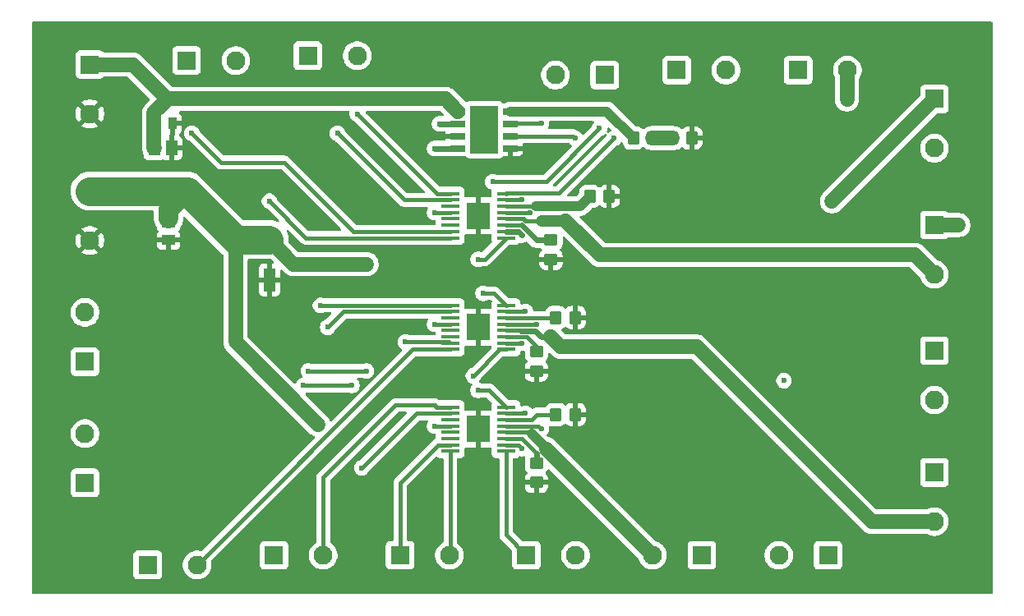
<source format=gbr>
%TF.GenerationSoftware,KiCad,Pcbnew,9.0.4*%
%TF.CreationDate,2025-09-17T01:56:31-03:00*%
%TF.ProjectId,DriversDiego,44726976-6572-4734-9469-65676f2e6b69,rev?*%
%TF.SameCoordinates,Original*%
%TF.FileFunction,Copper,L1,Top*%
%TF.FilePolarity,Positive*%
%FSLAX46Y46*%
G04 Gerber Fmt 4.6, Leading zero omitted, Abs format (unit mm)*
G04 Created by KiCad (PCBNEW 9.0.4) date 2025-09-17 01:56:31*
%MOMM*%
%LPD*%
G01*
G04 APERTURE LIST*
G04 Aperture macros list*
%AMRoundRect*
0 Rectangle with rounded corners*
0 $1 Rounding radius*
0 $2 $3 $4 $5 $6 $7 $8 $9 X,Y pos of 4 corners*
0 Add a 4 corners polygon primitive as box body*
4,1,4,$2,$3,$4,$5,$6,$7,$8,$9,$2,$3,0*
0 Add four circle primitives for the rounded corners*
1,1,$1+$1,$2,$3*
1,1,$1+$1,$4,$5*
1,1,$1+$1,$6,$7*
1,1,$1+$1,$8,$9*
0 Add four rect primitives between the rounded corners*
20,1,$1+$1,$2,$3,$4,$5,0*
20,1,$1+$1,$4,$5,$6,$7,0*
20,1,$1+$1,$6,$7,$8,$9,0*
20,1,$1+$1,$8,$9,$2,$3,0*%
G04 Aperture macros list end*
%TA.AperFunction,SMDPad,CuDef*%
%ADD10RoundRect,0.250000X-0.350000X-0.450000X0.350000X-0.450000X0.350000X0.450000X-0.350000X0.450000X0*%
%TD*%
%TA.AperFunction,SMDPad,CuDef*%
%ADD11RoundRect,0.250000X-0.450000X0.350000X-0.450000X-0.350000X0.450000X-0.350000X0.450000X0.350000X0*%
%TD*%
%TA.AperFunction,ComponentPad*%
%ADD12R,1.950000X1.950000*%
%TD*%
%TA.AperFunction,ComponentPad*%
%ADD13C,1.950000*%
%TD*%
%TA.AperFunction,SMDPad,CuDef*%
%ADD14RoundRect,0.135000X-0.575000X0.405000X-0.575000X-0.405000X0.575000X-0.405000X0.575000X0.405000X0*%
%TD*%
%TA.AperFunction,SMDPad,CuDef*%
%ADD15RoundRect,0.015000X0.760000X0.285000X-0.760000X0.285000X-0.760000X-0.285000X0.760000X-0.285000X0*%
%TD*%
%TA.AperFunction,SMDPad,CuDef*%
%ADD16R,2.950000X4.900000*%
%TD*%
%TA.AperFunction,ComponentPad*%
%ADD17C,0.300000*%
%TD*%
%TA.AperFunction,SMDPad,CuDef*%
%ADD18R,0.900000X1.300000*%
%TD*%
%TA.AperFunction,SMDPad,CuDef*%
%ADD19R,1.955430X0.420766*%
%TD*%
%TA.AperFunction,SMDPad,CuDef*%
%ADD20R,2.460000X2.770000*%
%TD*%
%TA.AperFunction,SMDPad,CuDef*%
%ADD21R,1.168400X2.413000*%
%TD*%
%TA.AperFunction,SMDPad,CuDef*%
%ADD22R,1.210000X1.530000*%
%TD*%
%TA.AperFunction,ViaPad*%
%ADD23C,0.600000*%
%TD*%
%TA.AperFunction,Conductor*%
%ADD24C,1.500000*%
%TD*%
%TA.AperFunction,Conductor*%
%ADD25C,0.400000*%
%TD*%
%TA.AperFunction,Conductor*%
%ADD26C,3.000000*%
%TD*%
%TA.AperFunction,Conductor*%
%ADD27C,0.200000*%
%TD*%
%TA.AperFunction,Conductor*%
%ADD28C,2.000000*%
%TD*%
%TA.AperFunction,Conductor*%
%ADD29C,0.600000*%
%TD*%
%TA.AperFunction,Conductor*%
%ADD30C,1.000000*%
%TD*%
%TA.AperFunction,Conductor*%
%ADD31C,1.200000*%
%TD*%
G04 APERTURE END LIST*
D10*
%TO.P,R3,1*%
%TO.N,Net-(IC1-BISEN)*%
X154500000Y-141000000D03*
%TO.P,R3,2*%
%TO.N,GND*%
X156500000Y-141000000D03*
%TD*%
D11*
%TO.P,R4,1*%
%TO.N,Net-(IC2-AISEN)*%
X152500000Y-134500000D03*
%TO.P,R4,2*%
%TO.N,GND*%
X152500000Y-136500000D03*
%TD*%
D12*
%TO.P,J3,1,1*%
%TO.N,Net-(U1-VM)*%
X106500000Y-104920000D03*
D13*
%TO.P,J3,2,2*%
%TO.N,GND*%
X106500000Y-110000000D03*
%TD*%
D12*
%TO.P,J17,1,1*%
%TO.N,Net-(IC1-AIN2)*%
X138460000Y-155500000D03*
D13*
%TO.P,J17,2,2*%
%TO.N,Net-(IC1-AIN1)*%
X143540000Y-155500000D03*
%TD*%
D14*
%TO.P,C3,1*%
%TO.N,Net-(IC1-VM)*%
X114605000Y-121210000D03*
%TO.P,C3,2*%
%TO.N,GND*%
X114605000Y-123000000D03*
%TD*%
D15*
%TO.P,U1,1,GND*%
%TO.N,GND*%
X149832152Y-113555000D03*
%TO.P,U1,2,IN2*%
%TO.N,Net-(U1-IN2)*%
X149832152Y-112285000D03*
%TO.P,U1,3,IN1*%
%TO.N,Net-(U1-IN1)*%
X149832152Y-111015000D03*
%TO.P,U1,4,ILIM*%
%TO.N,Net-(U1-ILIM)*%
X149832152Y-109745000D03*
%TO.P,U1,5,VM*%
%TO.N,Net-(U1-VM)*%
X144432152Y-109745000D03*
%TO.P,U1,6,OUT1*%
%TO.N,Net-(U1-OUT1)*%
X144432152Y-111015000D03*
%TO.P,U1,7,PGND*%
%TO.N,GND*%
X144432152Y-112285000D03*
%TO.P,U1,8,OUT2*%
%TO.N,Net-(U1-OUT2)*%
X144432152Y-113555000D03*
D16*
%TO.P,U1,9*%
%TO.N,N/C*%
X147132152Y-111650000D03*
D17*
%TO.P,U1,10*%
X147782152Y-113600000D03*
%TO.P,U1,11*%
X146482152Y-113600000D03*
%TO.P,U1,12*%
X147782152Y-112300000D03*
%TO.P,U1,13*%
X146482152Y-112300000D03*
%TO.P,U1,14*%
X147782152Y-111000000D03*
%TO.P,U1,15*%
X146482152Y-111000000D03*
%TO.P,U1,16*%
X147782152Y-109700000D03*
%TO.P,U1,17*%
X146482152Y-109700000D03*
%TD*%
D12*
%TO.P,J4,1,1*%
%TO.N,Net-(IC1-VM)*%
X106500000Y-117960000D03*
D13*
%TO.P,J4,2,2*%
%TO.N,GND*%
X106500000Y-123040000D03*
%TD*%
D12*
%TO.P,J13,1,1*%
%TO.N,Net-(IC3-BOUT1)*%
X193500000Y-108460000D03*
D13*
%TO.P,J13,2,2*%
%TO.N,Net-(IC3-BOUT2)*%
X193500000Y-113540000D03*
%TD*%
D12*
%TO.P,J8,1,1*%
%TO.N,Net-(IC3-AIN2)*%
X116460000Y-104500000D03*
D13*
%TO.P,J8,2,2*%
%TO.N,Net-(IC3-AIN1)*%
X121540000Y-104500000D03*
%TD*%
D12*
%TO.P,J7,1,1*%
%TO.N,Net-(IC2-SLEEP_N)*%
X106000000Y-148040000D03*
D13*
%TO.P,J7,2,2*%
%TO.N,Net-(IC2-FAULT_N)*%
X106000000Y-142960000D03*
%TD*%
D18*
%TO.P,C1,1*%
%TO.N,Net-(U1-VM)*%
X113100000Y-111000000D03*
%TO.P,C1,2*%
%TO.N,GND*%
X115000000Y-111000000D03*
%TD*%
D12*
%TO.P,J14,1,1*%
%TO.N,Net-(IC2-AIN2)*%
X112460000Y-156500000D03*
D13*
%TO.P,J14,2,2*%
%TO.N,Net-(IC2-AIN1)*%
X117540000Y-156500000D03*
%TD*%
D10*
%TO.P,R7,1*%
%TO.N,Net-(IC3-BISEN)*%
X158000000Y-118500000D03*
%TO.P,R7,2*%
%TO.N,GND*%
X160000000Y-118500000D03*
%TD*%
D12*
%TO.P,J16,1,1*%
%TO.N,Net-(IC2-BOUT1)*%
X193500000Y-134420000D03*
D13*
%TO.P,J16,2,2*%
%TO.N,Net-(IC2-BOUT2)*%
X193500000Y-139500000D03*
%TD*%
D10*
%TO.P,R1,1*%
%TO.N,Net-(U1-ILIM)*%
X162500000Y-112500000D03*
%TO.P,R1,2*%
%TO.N,Net-(R1-Pad2)*%
X164500000Y-112500000D03*
%TD*%
D12*
%TO.P,J1,1,1*%
%TO.N,Net-(U1-OUT1)*%
X179460000Y-105500000D03*
D13*
%TO.P,J1,2,2*%
%TO.N,Net-(U1-OUT2)*%
X184540000Y-105500000D03*
%TD*%
D19*
%TO.P,IC3,1,SLEEP_N*%
%TO.N,Net-(IC3-SLEEP_N)*%
X149375380Y-122775000D03*
%TO.P,IC3,2,AOUT1*%
%TO.N,Net-(IC3-AOUT1)*%
X149375380Y-122125000D03*
%TO.P,IC3,3,AISEN*%
%TO.N,Net-(IC3-AISEN)*%
X149375380Y-121475000D03*
%TO.P,IC3,4,AOUT2*%
%TO.N,Net-(IC3-AOUT2)*%
X149375380Y-120825000D03*
%TO.P,IC3,5,BOUT2*%
%TO.N,Net-(IC3-BOUT2)*%
X149375380Y-120175000D03*
%TO.P,IC3,6,BISEN*%
%TO.N,Net-(IC3-BISEN)*%
X149375380Y-119525000D03*
%TO.P,IC3,7,BOUT1*%
%TO.N,Net-(IC3-BOUT1)*%
X149375380Y-118875000D03*
%TO.P,IC3,8,FAULT_N*%
%TO.N,Net-(IC3-FAULT_N)*%
X149375380Y-118225000D03*
%TO.P,IC3,9,BIN1*%
%TO.N,Net-(IC3-BIN1)*%
X143624620Y-118225000D03*
%TO.P,IC3,10,BIN2*%
%TO.N,Net-(IC3-BIN2)*%
X143624620Y-118875000D03*
%TO.P,IC3,11,NC@2*%
%TO.N,unconnected-(IC3-NC@2-Pad11)*%
X143624620Y-119525000D03*
%TO.P,IC3,12,VM*%
%TO.N,Net-(IC1-VM)*%
X143624620Y-120175000D03*
%TO.P,IC3,13,GND*%
%TO.N,GND*%
X143624620Y-120825000D03*
%TO.P,IC3,14,NC@1*%
%TO.N,unconnected-(IC3-NC@1-Pad14)*%
X143624620Y-121475000D03*
%TO.P,IC3,15,AIN2*%
%TO.N,Net-(IC3-AIN2)*%
X143624620Y-122125000D03*
%TO.P,IC3,16,AIN1*%
%TO.N,Net-(IC3-AIN1)*%
X143624620Y-122775000D03*
D20*
%TO.P,IC3,17,THERMAL_PAD*%
%TO.N,GND*%
X146500000Y-120500000D03*
%TD*%
D12*
%TO.P,J10,1,1*%
%TO.N,Net-(IC3-BIN2)*%
X128960000Y-104000000D03*
D13*
%TO.P,J10,2,2*%
%TO.N,Net-(IC3-BIN1)*%
X134040000Y-104000000D03*
%TD*%
D12*
%TO.P,J2,1,1*%
%TO.N,Net-(U1-IN2)*%
X159540000Y-106000000D03*
D13*
%TO.P,J2,2,2*%
%TO.N,Net-(U1-IN1)*%
X154460000Y-106000000D03*
%TD*%
D12*
%TO.P,J15,1,1*%
%TO.N,Net-(IC2-AOUT1)*%
X193500000Y-146960000D03*
D13*
%TO.P,J15,2,2*%
%TO.N,Net-(IC2-AOUT2)*%
X193500000Y-152040000D03*
%TD*%
D11*
%TO.P,R2,1*%
%TO.N,Net-(IC1-AISEN)*%
X152500000Y-146000000D03*
%TO.P,R2,2*%
%TO.N,GND*%
X152500000Y-148000000D03*
%TD*%
D12*
%TO.P,J5,1,1*%
%TO.N,Net-(IC1-SLEEP_N)*%
X151460000Y-155500000D03*
D13*
%TO.P,J5,2,2*%
%TO.N,Net-(IC1-FAULT_N)*%
X156540000Y-155500000D03*
%TD*%
D19*
%TO.P,IC2,1,SLEEP_N*%
%TO.N,Net-(IC2-SLEEP_N)*%
X149375380Y-134275000D03*
%TO.P,IC2,2,AOUT1*%
%TO.N,Net-(IC2-AOUT1)*%
X149375380Y-133625000D03*
%TO.P,IC2,3,AISEN*%
%TO.N,Net-(IC2-AISEN)*%
X149375380Y-132975000D03*
%TO.P,IC2,4,AOUT2*%
%TO.N,Net-(IC2-AOUT2)*%
X149375380Y-132325000D03*
%TO.P,IC2,5,BOUT2*%
%TO.N,Net-(IC2-BOUT2)*%
X149375380Y-131675000D03*
%TO.P,IC2,6,BISEN*%
%TO.N,Net-(IC2-BISEN)*%
X149375380Y-131025000D03*
%TO.P,IC2,7,BOUT1*%
%TO.N,Net-(IC2-BOUT1)*%
X149375380Y-130375000D03*
%TO.P,IC2,8,FAULT_N*%
%TO.N,Net-(IC2-FAULT_N)*%
X149375380Y-129725000D03*
%TO.P,IC2,9,BIN1*%
%TO.N,Net-(IC2-BIN1)*%
X143624620Y-129725000D03*
%TO.P,IC2,10,BIN2*%
%TO.N,Net-(IC2-BIN2)*%
X143624620Y-130375000D03*
%TO.P,IC2,11,NC@2*%
%TO.N,unconnected-(IC2-NC@2-Pad11)*%
X143624620Y-131025000D03*
%TO.P,IC2,12,VM*%
%TO.N,Net-(IC1-VM)*%
X143624620Y-131675000D03*
%TO.P,IC2,13,GND*%
%TO.N,GND*%
X143624620Y-132325000D03*
%TO.P,IC2,14,NC@1*%
%TO.N,unconnected-(IC2-NC@1-Pad14)*%
X143624620Y-132975000D03*
%TO.P,IC2,15,AIN2*%
%TO.N,Net-(IC2-AIN2)*%
X143624620Y-133625000D03*
%TO.P,IC2,16,AIN1*%
%TO.N,Net-(IC2-AIN1)*%
X143624620Y-134275000D03*
D20*
%TO.P,IC2,17,THERMAL_PAD*%
%TO.N,GND*%
X146500000Y-132000000D03*
%TD*%
D12*
%TO.P,J18,1,1*%
%TO.N,Net-(IC1-AOUT1)*%
X169540000Y-155500000D03*
D13*
%TO.P,J18,2,2*%
%TO.N,Net-(IC1-AOUT2)*%
X164460000Y-155500000D03*
%TD*%
D12*
%TO.P,J11,1,1*%
%TO.N,Net-(IC3-SLEEP_N)*%
X166960000Y-105500000D03*
D13*
%TO.P,J11,2,2*%
%TO.N,Net-(IC3-FAULT_N)*%
X172040000Y-105500000D03*
%TD*%
D19*
%TO.P,IC1,1,SLEEP_N*%
%TO.N,Net-(IC1-SLEEP_N)*%
X149375380Y-144775000D03*
%TO.P,IC1,2,AOUT1*%
%TO.N,Net-(IC1-AOUT1)*%
X149375380Y-144125000D03*
%TO.P,IC1,3,AISEN*%
%TO.N,Net-(IC1-AISEN)*%
X149375380Y-143475000D03*
%TO.P,IC1,4,AOUT2*%
%TO.N,Net-(IC1-AOUT2)*%
X149375380Y-142825000D03*
%TO.P,IC1,5,BOUT2*%
%TO.N,Net-(IC1-BOUT2)*%
X149375380Y-142175000D03*
%TO.P,IC1,6,BISEN*%
%TO.N,Net-(IC1-BISEN)*%
X149375380Y-141525000D03*
%TO.P,IC1,7,BOUT1*%
%TO.N,Net-(IC1-BOUT1)*%
X149375380Y-140875000D03*
%TO.P,IC1,8,FAULT_N*%
%TO.N,Net-(IC1-FAULT_N)*%
X149375380Y-140225000D03*
%TO.P,IC1,9,BIN1*%
%TO.N,Net-(IC1-BIN1)*%
X143624620Y-140225000D03*
%TO.P,IC1,10,BIN2*%
%TO.N,Net-(IC1-BIN2)*%
X143624620Y-140875000D03*
%TO.P,IC1,11,NC@2*%
%TO.N,unconnected-(IC1-NC@2-Pad11)*%
X143624620Y-141525000D03*
%TO.P,IC1,12,VM*%
%TO.N,Net-(IC1-VM)*%
X143624620Y-142175000D03*
%TO.P,IC1,13,GND*%
%TO.N,GND*%
X143624620Y-142825000D03*
%TO.P,IC1,14,NC@1*%
%TO.N,unconnected-(IC1-NC@1-Pad14)*%
X143624620Y-143475000D03*
%TO.P,IC1,15,AIN2*%
%TO.N,Net-(IC1-AIN2)*%
X143624620Y-144125000D03*
%TO.P,IC1,16,AIN1*%
%TO.N,Net-(IC1-AIN1)*%
X143624620Y-144775000D03*
D20*
%TO.P,IC1,17,THERMAL_PAD*%
%TO.N,GND*%
X146500000Y-142500000D03*
%TD*%
D10*
%TO.P,R8,1*%
%TO.N,Net-(R1-Pad2)*%
X166500000Y-112500000D03*
%TO.P,R8,2*%
%TO.N,GND*%
X168500000Y-112500000D03*
%TD*%
D12*
%TO.P,J12,1,1*%
%TO.N,Net-(IC3-AOUT1)*%
X193500000Y-121460000D03*
D13*
%TO.P,J12,2,2*%
%TO.N,Net-(IC3-AOUT2)*%
X193500000Y-126540000D03*
%TD*%
D21*
%TO.P,C4,1*%
%TO.N,Net-(IC1-VM)*%
X125000000Y-123000000D03*
%TO.P,C4,2*%
%TO.N,GND*%
X125000000Y-127114800D03*
%TD*%
D10*
%TO.P,R5,1*%
%TO.N,Net-(IC2-BISEN)*%
X154500000Y-131000000D03*
%TO.P,R5,2*%
%TO.N,GND*%
X156500000Y-131000000D03*
%TD*%
D12*
%TO.P,J6,1,1*%
%TO.N,Net-(IC1-BIN2)*%
X125460000Y-155500000D03*
D13*
%TO.P,J6,2,2*%
%TO.N,Net-(IC1-BIN1)*%
X130540000Y-155500000D03*
%TD*%
D11*
%TO.P,R6,1*%
%TO.N,Net-(IC3-AISEN)*%
X154000000Y-123000000D03*
%TO.P,R6,2*%
%TO.N,GND*%
X154000000Y-125000000D03*
%TD*%
D12*
%TO.P,J9,1,1*%
%TO.N,Net-(IC2-BIN2)*%
X106000000Y-135540000D03*
D13*
%TO.P,J9,2,2*%
%TO.N,Net-(IC2-BIN1)*%
X106000000Y-130460000D03*
%TD*%
D22*
%TO.P,C2,1*%
%TO.N,Net-(U1-VM)*%
X113130000Y-113500000D03*
%TO.P,C2,2*%
%TO.N,GND*%
X114912000Y-113500000D03*
%TD*%
D12*
%TO.P,J19,1,1*%
%TO.N,Net-(IC1-BOUT1)*%
X182540000Y-155500000D03*
D13*
%TO.P,J19,2,2*%
%TO.N,Net-(IC1-BOUT2)*%
X177460000Y-155500000D03*
%TD*%
D23*
%TO.N,Net-(IC1-VM)*%
X124960000Y-122960000D03*
X134500000Y-125500000D03*
X142000000Y-131675000D03*
X130000000Y-142000000D03*
X142000000Y-120175000D03*
X142000000Y-142175000D03*
%TO.N,Net-(IC1-BOUT1)*%
X151375000Y-140875000D03*
%TO.N,Net-(IC1-BOUT2)*%
X153000000Y-142500000D03*
%TO.N,Net-(IC1-BIN2)*%
X134500000Y-146500000D03*
%TO.N,Net-(IC1-FAULT_N)*%
X146500000Y-138500000D03*
%TO.N,Net-(IC1-AOUT1)*%
X151000000Y-144500000D03*
%TO.N,Net-(IC2-BOUT2)*%
X152500000Y-131675000D03*
%TO.N,Net-(IC2-BOUT1)*%
X151375000Y-130375000D03*
%TO.N,Net-(IC2-SLEEP_N)*%
X133500000Y-138000000D03*
X146000000Y-137000000D03*
X128500000Y-138000000D03*
%TO.N,Net-(IC2-AIN2)*%
X139000000Y-133500000D03*
%TO.N,Net-(IC2-FAULT_N)*%
X135000000Y-136500000D03*
X129000000Y-136500000D03*
X147000000Y-128500000D03*
%TO.N,Net-(IC2-BIN2)*%
X131000000Y-132000000D03*
%TO.N,Net-(IC2-BIN1)*%
X130250000Y-129750000D03*
%TO.N,Net-(IC2-AOUT1)*%
X151000000Y-133625000D03*
X178000000Y-137500000D03*
%TO.N,Net-(IC3-SLEEP_N)*%
X148000000Y-117000000D03*
X159000000Y-111500000D03*
X146500000Y-125000000D03*
%TO.N,Net-(IC3-BIN1)*%
X134040000Y-110000000D03*
%TO.N,Net-(IC3-AOUT1)*%
X151000000Y-122500000D03*
X195960000Y-121460000D03*
%TO.N,Net-(IC3-BOUT2)*%
X151825000Y-120175000D03*
%TO.N,Net-(IC3-AIN1)*%
X125000000Y-119000000D03*
%TO.N,Net-(IC3-BOUT1)*%
X151000000Y-118875000D03*
X182960000Y-119000000D03*
%TO.N,Net-(IC3-BIN2)*%
X132000000Y-112000000D03*
%TO.N,Net-(IC3-FAULT_N)*%
X160500000Y-112500000D03*
%TO.N,Net-(IC3-AIN2)*%
X117000000Y-112000000D03*
%TO.N,Net-(U1-OUT2)*%
X184500000Y-108500000D03*
X142000000Y-113555000D03*
%TO.N,Net-(U1-OUT1)*%
X142500000Y-111015000D03*
%TO.N,Net-(U1-IN1)*%
X153000000Y-111000000D03*
%TO.N,Net-(U1-IN2)*%
X156500000Y-112500000D03*
%TD*%
D24*
%TO.N,Net-(U1-VM)*%
X113100000Y-113470000D02*
X113130000Y-113500000D01*
X143147152Y-108460000D02*
X144432152Y-109745000D01*
X113100000Y-109900000D02*
X113100000Y-111000000D01*
X110920000Y-104920000D02*
X106500000Y-104920000D01*
X113100000Y-111000000D02*
X113100000Y-113470000D01*
X114500000Y-108500000D02*
X113100000Y-109900000D01*
X114500000Y-108500000D02*
X110920000Y-104920000D01*
X114540000Y-108460000D02*
X114500000Y-108500000D01*
X143147152Y-108460000D02*
X114540000Y-108460000D01*
%TO.N,Net-(IC1-VM)*%
X127500000Y-125500000D02*
X125000000Y-123000000D01*
D25*
X143624620Y-142175000D02*
X142000000Y-142175000D01*
D26*
X121500000Y-122960000D02*
X124960000Y-122960000D01*
D27*
X124960000Y-122960000D02*
X125000000Y-123000000D01*
D25*
X143624620Y-131675000D02*
X142000000Y-131675000D01*
D24*
X135000000Y-125500000D02*
X134500000Y-125500000D01*
D25*
X143624620Y-142175000D02*
X142399810Y-142175000D01*
D26*
X121500000Y-122960000D02*
X116500000Y-117960000D01*
D24*
X121500000Y-133500000D02*
X130000000Y-142000000D01*
D28*
X114605000Y-119855000D02*
X114605000Y-120759000D01*
D24*
X134500000Y-125500000D02*
X127500000Y-125500000D01*
D25*
X142000000Y-120175000D02*
X143624620Y-120175000D01*
D24*
X121500000Y-122960000D02*
X121500000Y-133500000D01*
D28*
X116500000Y-117960000D02*
X114605000Y-119855000D01*
D26*
X116500000Y-117960000D02*
X106500000Y-117960000D01*
D25*
%TO.N,Net-(IC1-BOUT1)*%
X149375380Y-140875000D02*
X151375000Y-140875000D01*
%TO.N,Net-(IC1-BISEN)*%
X151975000Y-141525000D02*
X152500000Y-141000000D01*
X149375380Y-141525000D02*
X151975000Y-141525000D01*
X152500000Y-141000000D02*
X154500000Y-141000000D01*
D27*
%TO.N,Net-(IC1-AIN1)*%
X143624620Y-155415380D02*
X143540000Y-155500000D01*
D25*
X143624620Y-144775000D02*
X143624620Y-155415380D01*
%TO.N,Net-(IC1-BOUT2)*%
X149375380Y-142175000D02*
X151175000Y-142175000D01*
X152675000Y-142175000D02*
X153000000Y-142500000D01*
X151175000Y-142175000D02*
X152675000Y-142175000D01*
%TO.N,Net-(IC1-AISEN)*%
X150975000Y-143475000D02*
X152500000Y-145000000D01*
X149375380Y-143475000D02*
X150975000Y-143475000D01*
D29*
X152500000Y-145000000D02*
X152500000Y-146000000D01*
D25*
%TO.N,Net-(IC1-AOUT2)*%
X151825000Y-142825000D02*
X152000000Y-143000000D01*
X150825000Y-142825000D02*
X151825000Y-142825000D01*
D30*
X153500000Y-144500000D02*
X152000000Y-143000000D01*
D27*
X153500000Y-144540000D02*
X153500000Y-144500000D01*
D25*
X149375380Y-142825000D02*
X150825000Y-142825000D01*
D24*
X164460000Y-155500000D02*
X153500000Y-144540000D01*
D25*
%TO.N,Net-(IC1-BIN2)*%
X140125000Y-140875000D02*
X134500000Y-146500000D01*
X143624620Y-140875000D02*
X140125000Y-140875000D01*
%TO.N,Net-(IC1-BIN1)*%
X142225000Y-140225000D02*
X143624620Y-140225000D01*
X130540000Y-155500000D02*
X130540000Y-147460000D01*
X138000000Y-140000000D02*
X142000000Y-140000000D01*
X130540000Y-147460000D02*
X138000000Y-140000000D01*
X142000000Y-140000000D02*
X142225000Y-140225000D01*
%TO.N,Net-(IC1-AIN2)*%
X142375000Y-144125000D02*
X138460000Y-148040000D01*
X143624620Y-144125000D02*
X142375000Y-144125000D01*
X138460000Y-148040000D02*
X138460000Y-155500000D01*
%TO.N,Net-(IC1-FAULT_N)*%
X149375380Y-140225000D02*
X147650380Y-138500000D01*
X147650380Y-138500000D02*
X146500000Y-138500000D01*
%TO.N,Net-(IC1-AOUT1)*%
X149375380Y-144125000D02*
X150625000Y-144125000D01*
X150625000Y-144125000D02*
X151000000Y-144500000D01*
%TO.N,Net-(IC1-SLEEP_N)*%
X149375380Y-153415380D02*
X151460000Y-155500000D01*
X149375380Y-144775000D02*
X149375380Y-153415380D01*
D27*
%TO.N,Net-(IC2-BISEN)*%
X154475000Y-131025000D02*
X154500000Y-131000000D01*
D25*
X149375380Y-131025000D02*
X154475000Y-131025000D01*
D24*
%TO.N,Net-(IC2-AOUT2)*%
X155000000Y-134000000D02*
X154000000Y-133000000D01*
D29*
X150874000Y-132374000D02*
X152374000Y-132374000D01*
D25*
X149375380Y-132325000D02*
X150825000Y-132325000D01*
D29*
X152374000Y-132374000D02*
X153000000Y-133000000D01*
D24*
X193500000Y-152040000D02*
X187040000Y-152040000D01*
D25*
X150825000Y-132325000D02*
X150874000Y-132374000D01*
D24*
X187040000Y-152040000D02*
X169000000Y-134000000D01*
D29*
X153000000Y-133000000D02*
X154000000Y-133000000D01*
D24*
X169000000Y-134000000D02*
X155000000Y-134000000D01*
D27*
%TO.N,Net-(IC2-BOUT2)*%
X152000000Y-131675000D02*
X152325000Y-131675000D01*
D25*
X149375380Y-131675000D02*
X152000000Y-131675000D01*
X152000000Y-131675000D02*
X152500000Y-131675000D01*
%TO.N,Net-(IC2-BOUT1)*%
X149375380Y-130375000D02*
X151375000Y-130375000D01*
%TO.N,Net-(IC2-SLEEP_N)*%
X128500000Y-138000000D02*
X133500000Y-138000000D01*
X148725000Y-134275000D02*
X149375380Y-134275000D01*
X146000000Y-137000000D02*
X148725000Y-134275000D01*
D27*
%TO.N,Net-(IC2-AIN2)*%
X143624620Y-133625000D02*
X143499620Y-133500000D01*
D25*
X143499620Y-133500000D02*
X139000000Y-133500000D01*
%TO.N,Net-(IC2-FAULT_N)*%
X147000000Y-128500000D02*
X148150380Y-128500000D01*
X148150380Y-128500000D02*
X149375380Y-129725000D01*
X129000000Y-136500000D02*
X135000000Y-136500000D01*
%TO.N,Net-(IC2-BIN2)*%
X132625000Y-130375000D02*
X143624620Y-130375000D01*
X131000000Y-132000000D02*
X132625000Y-130375000D01*
%TO.N,Net-(IC2-AISEN)*%
X152500000Y-134000000D02*
X151475000Y-132975000D01*
D27*
X152500000Y-134500000D02*
X152500000Y-134000000D01*
D25*
X151475000Y-132975000D02*
X149375380Y-132975000D01*
%TO.N,Net-(IC2-BIN1)*%
X130275000Y-129725000D02*
X143624620Y-129725000D01*
X130250000Y-129750000D02*
X130275000Y-129725000D01*
%TO.N,Net-(IC2-AOUT1)*%
X149375380Y-133625000D02*
X151000000Y-133625000D01*
%TO.N,Net-(IC2-AIN1)*%
X139765000Y-134275000D02*
X143624620Y-134275000D01*
X117540000Y-156500000D02*
X139765000Y-134275000D01*
%TO.N,Net-(IC3-SLEEP_N)*%
X153500000Y-117000000D02*
X148000000Y-117000000D01*
X146500000Y-125000000D02*
X147150380Y-125000000D01*
X147150380Y-125000000D02*
X149375380Y-122775000D01*
X159000000Y-111500000D02*
X153500000Y-117000000D01*
%TO.N,Net-(IC3-BIN1)*%
X142265000Y-118225000D02*
X143624620Y-118225000D01*
X134040000Y-110000000D02*
X142265000Y-118225000D01*
D30*
%TO.N,Net-(IC3-BISEN)*%
X156975000Y-119525000D02*
X158000000Y-118500000D01*
D27*
X152475000Y-119525000D02*
X152500000Y-119500000D01*
D25*
X149375380Y-119525000D02*
X152475000Y-119525000D01*
D30*
X156975000Y-119525000D02*
X152475000Y-119525000D01*
D27*
%TO.N,Net-(IC3-AISEN)*%
X149375380Y-121475000D02*
X149401380Y-121501000D01*
D29*
X154000000Y-123000000D02*
X152499000Y-123000000D01*
X151000000Y-121501000D02*
X152499000Y-123000000D01*
D25*
X149401380Y-121501000D02*
X151000000Y-121501000D01*
D27*
%TO.N,Net-(IC3-AOUT1)*%
X195960000Y-121460000D02*
X196000000Y-121500000D01*
D29*
X150625000Y-122125000D02*
X151000000Y-122500000D01*
D24*
X193500000Y-121460000D02*
X195960000Y-121460000D01*
D29*
X149375380Y-122125000D02*
X150625000Y-122125000D01*
D25*
%TO.N,Net-(IC3-BOUT2)*%
X151000000Y-120175000D02*
X151825000Y-120175000D01*
X149375380Y-120175000D02*
X151000000Y-120175000D01*
%TO.N,Net-(IC3-AIN1)*%
X128775000Y-122775000D02*
X143624620Y-122775000D01*
X125000000Y-119000000D02*
X128775000Y-122775000D01*
D24*
%TO.N,Net-(IC3-BOUT1)*%
X193500000Y-108460000D02*
X182960000Y-119000000D01*
D25*
X149375380Y-118875000D02*
X151000000Y-118875000D01*
%TO.N,Net-(IC3-BIN2)*%
X132000000Y-112000000D02*
X138875000Y-118875000D01*
X138875000Y-118875000D02*
X143624620Y-118875000D01*
%TO.N,Net-(IC3-FAULT_N)*%
X149426380Y-118174000D02*
X149375380Y-118225000D01*
X160500000Y-112500000D02*
X154826000Y-118174000D01*
X154826000Y-118174000D02*
X149426380Y-118174000D01*
%TO.N,Net-(IC3-AIN2)*%
X120000000Y-115000000D02*
X126500000Y-115000000D01*
X126500000Y-115000000D02*
X133625000Y-122125000D01*
X133625000Y-122125000D02*
X143624620Y-122125000D01*
X117000000Y-112000000D02*
X120000000Y-115000000D01*
%TO.N,Net-(IC3-AOUT2)*%
X151173942Y-120825000D02*
X151348942Y-121000000D01*
X151348942Y-121000000D02*
X153000000Y-121000000D01*
D24*
X191500000Y-124540000D02*
X159040000Y-124540000D01*
X193500000Y-126540000D02*
X191500000Y-124540000D01*
X159040000Y-124540000D02*
X155500000Y-121000000D01*
D31*
X155500000Y-121000000D02*
X153000000Y-121000000D01*
D25*
X149375380Y-120825000D02*
X151173942Y-120825000D01*
D24*
%TO.N,Net-(U1-OUT2)*%
X184500000Y-105540000D02*
X184500000Y-108500000D01*
D27*
X184540000Y-105500000D02*
X184500000Y-105540000D01*
D29*
X144432152Y-113555000D02*
X142000000Y-113555000D01*
%TO.N,Net-(U1-OUT1)*%
X144432152Y-111015000D02*
X142500000Y-111015000D01*
D25*
%TO.N,Net-(U1-IN1)*%
X149847152Y-111000000D02*
X149832152Y-111015000D01*
X153000000Y-111000000D02*
X149847152Y-111000000D01*
%TO.N,Net-(U1-IN2)*%
X156500000Y-112500000D02*
X156285000Y-112285000D01*
X156285000Y-112285000D02*
X149832152Y-112285000D01*
D30*
%TO.N,Net-(U1-ILIM)*%
X149832152Y-109745000D02*
X159745000Y-109745000D01*
X159745000Y-109745000D02*
X162500000Y-112500000D01*
D24*
%TO.N,Net-(R1-Pad2)*%
X164500000Y-112500000D02*
X166500000Y-112500000D01*
%TD*%
%TA.AperFunction,Conductor*%
%TO.N,GND*%
G36*
X199442539Y-100520185D02*
G01*
X199488294Y-100572989D01*
X199499500Y-100624500D01*
X199499500Y-159375500D01*
X199479815Y-159442539D01*
X199427011Y-159488294D01*
X199375500Y-159499500D01*
X100624500Y-159499500D01*
X100557461Y-159479815D01*
X100511706Y-159427011D01*
X100500500Y-159375500D01*
X100500500Y-155477135D01*
X110984500Y-155477135D01*
X110984500Y-157522870D01*
X110984501Y-157522876D01*
X110990908Y-157582483D01*
X111041202Y-157717328D01*
X111041206Y-157717335D01*
X111127452Y-157832544D01*
X111127455Y-157832547D01*
X111242664Y-157918793D01*
X111242671Y-157918797D01*
X111377517Y-157969091D01*
X111377516Y-157969091D01*
X111384444Y-157969835D01*
X111437127Y-157975500D01*
X113482872Y-157975499D01*
X113542483Y-157969091D01*
X113677331Y-157918796D01*
X113792546Y-157832546D01*
X113878796Y-157717331D01*
X113929091Y-157582483D01*
X113935500Y-157522873D01*
X113935499Y-155477128D01*
X113929091Y-155417517D01*
X113916541Y-155383870D01*
X113878797Y-155282671D01*
X113878793Y-155282664D01*
X113792547Y-155167455D01*
X113792544Y-155167452D01*
X113677335Y-155081206D01*
X113677328Y-155081202D01*
X113542482Y-155030908D01*
X113542483Y-155030908D01*
X113482883Y-155024501D01*
X113482881Y-155024500D01*
X113482873Y-155024500D01*
X113482864Y-155024500D01*
X111437129Y-155024500D01*
X111437123Y-155024501D01*
X111377516Y-155030908D01*
X111242671Y-155081202D01*
X111242664Y-155081206D01*
X111127455Y-155167452D01*
X111127452Y-155167455D01*
X111041206Y-155282664D01*
X111041202Y-155282671D01*
X110990908Y-155417517D01*
X110984501Y-155477116D01*
X110984501Y-155477123D01*
X110984500Y-155477135D01*
X100500500Y-155477135D01*
X100500500Y-147017135D01*
X104524500Y-147017135D01*
X104524500Y-149062870D01*
X104524501Y-149062876D01*
X104530908Y-149122483D01*
X104581202Y-149257328D01*
X104581206Y-149257335D01*
X104667452Y-149372544D01*
X104667455Y-149372547D01*
X104782664Y-149458793D01*
X104782671Y-149458797D01*
X104917517Y-149509091D01*
X104917516Y-149509091D01*
X104924444Y-149509835D01*
X104977127Y-149515500D01*
X107022872Y-149515499D01*
X107082483Y-149509091D01*
X107217331Y-149458796D01*
X107332546Y-149372546D01*
X107418796Y-149257331D01*
X107469091Y-149122483D01*
X107475500Y-149062873D01*
X107475499Y-147017128D01*
X107469091Y-146957517D01*
X107468905Y-146957019D01*
X107418797Y-146822671D01*
X107418793Y-146822664D01*
X107332547Y-146707455D01*
X107332544Y-146707452D01*
X107217335Y-146621206D01*
X107217328Y-146621202D01*
X107082482Y-146570908D01*
X107082483Y-146570908D01*
X107022883Y-146564501D01*
X107022881Y-146564500D01*
X107022873Y-146564500D01*
X107022864Y-146564500D01*
X104977129Y-146564500D01*
X104977123Y-146564501D01*
X104917516Y-146570908D01*
X104782671Y-146621202D01*
X104782664Y-146621206D01*
X104667455Y-146707452D01*
X104667452Y-146707455D01*
X104581206Y-146822664D01*
X104581202Y-146822671D01*
X104530908Y-146957517D01*
X104524894Y-147013458D01*
X104524501Y-147017123D01*
X104524500Y-147017135D01*
X100500500Y-147017135D01*
X100500500Y-142843870D01*
X104524500Y-142843870D01*
X104524500Y-143076129D01*
X104560831Y-143305514D01*
X104632601Y-143526400D01*
X104738000Y-143733255D01*
X104738039Y-143733331D01*
X104874551Y-143921224D01*
X105038776Y-144085449D01*
X105226669Y-144221961D01*
X105324436Y-144271776D01*
X105433599Y-144327398D01*
X105433601Y-144327398D01*
X105433604Y-144327400D01*
X105654486Y-144399169D01*
X105772668Y-144417886D01*
X105883871Y-144435500D01*
X105883876Y-144435500D01*
X106116129Y-144435500D01*
X106217502Y-144419443D01*
X106345514Y-144399169D01*
X106566396Y-144327400D01*
X106773331Y-144221961D01*
X106961224Y-144085449D01*
X107125449Y-143921224D01*
X107261961Y-143733331D01*
X107367400Y-143526396D01*
X107439169Y-143305514D01*
X107462670Y-143157134D01*
X107475500Y-143076129D01*
X107475500Y-142843870D01*
X107450383Y-142685289D01*
X107439169Y-142614486D01*
X107367400Y-142393604D01*
X107367398Y-142393601D01*
X107367398Y-142393599D01*
X107302639Y-142266503D01*
X107261961Y-142186669D01*
X107125449Y-141998776D01*
X106961224Y-141834551D01*
X106773331Y-141698039D01*
X106566400Y-141592601D01*
X106345514Y-141520831D01*
X106116129Y-141484500D01*
X106116124Y-141484500D01*
X105883876Y-141484500D01*
X105883871Y-141484500D01*
X105654485Y-141520831D01*
X105433599Y-141592601D01*
X105226668Y-141698039D01*
X105038773Y-141834553D01*
X104874553Y-141998773D01*
X104738039Y-142186668D01*
X104632601Y-142393599D01*
X104560831Y-142614485D01*
X104524500Y-142843870D01*
X100500500Y-142843870D01*
X100500500Y-134517135D01*
X104524500Y-134517135D01*
X104524500Y-136562870D01*
X104524501Y-136562876D01*
X104530908Y-136622483D01*
X104581202Y-136757328D01*
X104581206Y-136757335D01*
X104667452Y-136872544D01*
X104667455Y-136872547D01*
X104782664Y-136958793D01*
X104782671Y-136958797D01*
X104917517Y-137009091D01*
X104917516Y-137009091D01*
X104924444Y-137009835D01*
X104977127Y-137015500D01*
X107022872Y-137015499D01*
X107082483Y-137009091D01*
X107217331Y-136958796D01*
X107332546Y-136872546D01*
X107418796Y-136757331D01*
X107469091Y-136622483D01*
X107475500Y-136562873D01*
X107475499Y-134517128D01*
X107469091Y-134457517D01*
X107460276Y-134433884D01*
X107418797Y-134322671D01*
X107418793Y-134322664D01*
X107332547Y-134207455D01*
X107332544Y-134207452D01*
X107217335Y-134121206D01*
X107217328Y-134121202D01*
X107082482Y-134070908D01*
X107082483Y-134070908D01*
X107022883Y-134064501D01*
X107022881Y-134064500D01*
X107022873Y-134064500D01*
X107022864Y-134064500D01*
X104977129Y-134064500D01*
X104977123Y-134064501D01*
X104917516Y-134070908D01*
X104782671Y-134121202D01*
X104782664Y-134121206D01*
X104667455Y-134207452D01*
X104667452Y-134207455D01*
X104581206Y-134322664D01*
X104581202Y-134322671D01*
X104530908Y-134457517D01*
X104525628Y-134506633D01*
X104524501Y-134517123D01*
X104524500Y-134517135D01*
X100500500Y-134517135D01*
X100500500Y-130343870D01*
X104524500Y-130343870D01*
X104524500Y-130576129D01*
X104560831Y-130805514D01*
X104632601Y-131026400D01*
X104736476Y-131230263D01*
X104738039Y-131233331D01*
X104874551Y-131421224D01*
X105038776Y-131585449D01*
X105226669Y-131721961D01*
X105319231Y-131769124D01*
X105433599Y-131827398D01*
X105433601Y-131827398D01*
X105433604Y-131827400D01*
X105654486Y-131899169D01*
X105772668Y-131917886D01*
X105883871Y-131935500D01*
X105883876Y-131935500D01*
X106116129Y-131935500D01*
X106222475Y-131918656D01*
X106345514Y-131899169D01*
X106566396Y-131827400D01*
X106773331Y-131721961D01*
X106961224Y-131585449D01*
X107125449Y-131421224D01*
X107261961Y-131233331D01*
X107367400Y-131026396D01*
X107439169Y-130805514D01*
X107465830Y-130637181D01*
X107475500Y-130576129D01*
X107475500Y-130343870D01*
X107456232Y-130222222D01*
X107439169Y-130114486D01*
X107367400Y-129893604D01*
X107367398Y-129893601D01*
X107367398Y-129893599D01*
X107261960Y-129686668D01*
X107125449Y-129498776D01*
X106961224Y-129334551D01*
X106773331Y-129198039D01*
X106566400Y-129092601D01*
X106345514Y-129020831D01*
X106116129Y-128984500D01*
X106116124Y-128984500D01*
X105883876Y-128984500D01*
X105883871Y-128984500D01*
X105654485Y-129020831D01*
X105433599Y-129092601D01*
X105226668Y-129198039D01*
X105038773Y-129334553D01*
X104874553Y-129498773D01*
X104738039Y-129686668D01*
X104632601Y-129893599D01*
X104560831Y-130114485D01*
X104524500Y-130343870D01*
X100500500Y-130343870D01*
X100500500Y-122923909D01*
X105025000Y-122923909D01*
X105025000Y-123156090D01*
X105061318Y-123385393D01*
X105133065Y-123606205D01*
X105238465Y-123813064D01*
X105295238Y-123891207D01*
X105898958Y-123287487D01*
X105923978Y-123347890D01*
X105995112Y-123454351D01*
X106085649Y-123544888D01*
X106192110Y-123616022D01*
X106252510Y-123641041D01*
X105648791Y-124244759D01*
X105648791Y-124244760D01*
X105726935Y-124301534D01*
X105933794Y-124406934D01*
X106154606Y-124478681D01*
X106383910Y-124515000D01*
X106616090Y-124515000D01*
X106845393Y-124478681D01*
X107066205Y-124406934D01*
X107273071Y-124301530D01*
X107351207Y-124244762D01*
X107351208Y-124244760D01*
X106747488Y-123641041D01*
X106807890Y-123616022D01*
X106914351Y-123544888D01*
X107004888Y-123454351D01*
X107076022Y-123347890D01*
X107101041Y-123287489D01*
X107704760Y-123891208D01*
X107704762Y-123891207D01*
X107761530Y-123813071D01*
X107866934Y-123606205D01*
X107911471Y-123469135D01*
X113395000Y-123469135D01*
X113397832Y-123505123D01*
X113397833Y-123505129D01*
X113442592Y-123659188D01*
X113442593Y-123659191D01*
X113524261Y-123797285D01*
X113524268Y-123797294D01*
X113637705Y-123910731D01*
X113637714Y-123910738D01*
X113775808Y-123992406D01*
X113775811Y-123992407D01*
X113929870Y-124037166D01*
X113929876Y-124037167D01*
X113965864Y-124039999D01*
X113965880Y-124040000D01*
X114355000Y-124040000D01*
X114855000Y-124040000D01*
X115244120Y-124040000D01*
X115244135Y-124039999D01*
X115280123Y-124037167D01*
X115280129Y-124037166D01*
X115434188Y-123992407D01*
X115434191Y-123992406D01*
X115572285Y-123910738D01*
X115572294Y-123910731D01*
X115685731Y-123797294D01*
X115685738Y-123797285D01*
X115767406Y-123659191D01*
X115767407Y-123659188D01*
X115812166Y-123505129D01*
X115812167Y-123505123D01*
X115814999Y-123469135D01*
X115815000Y-123469120D01*
X115815000Y-123250000D01*
X114855000Y-123250000D01*
X114855000Y-124040000D01*
X114355000Y-124040000D01*
X114355000Y-123250000D01*
X113395000Y-123250000D01*
X113395000Y-123469135D01*
X107911471Y-123469135D01*
X107938681Y-123385393D01*
X107971333Y-123179240D01*
X107971333Y-123179238D01*
X107975000Y-123156087D01*
X107975000Y-122923909D01*
X107938681Y-122694606D01*
X107866934Y-122473794D01*
X107761534Y-122266935D01*
X107704760Y-122188791D01*
X107704759Y-122188791D01*
X107101041Y-122792510D01*
X107076022Y-122732110D01*
X107004888Y-122625649D01*
X106914351Y-122535112D01*
X106807890Y-122463978D01*
X106747487Y-122438957D01*
X107351207Y-121835238D01*
X107273064Y-121778465D01*
X107066205Y-121673065D01*
X106845393Y-121601318D01*
X106616090Y-121565000D01*
X106383910Y-121565000D01*
X106154606Y-121601318D01*
X105933794Y-121673065D01*
X105726925Y-121778470D01*
X105648791Y-121835237D01*
X105648791Y-121835238D01*
X106252511Y-122438958D01*
X106192110Y-122463978D01*
X106085649Y-122535112D01*
X105995112Y-122625649D01*
X105923978Y-122732110D01*
X105898958Y-122792511D01*
X105295238Y-122188791D01*
X105295237Y-122188791D01*
X105238470Y-122266925D01*
X105133065Y-122473794D01*
X105061318Y-122694606D01*
X105025000Y-122923909D01*
X100500500Y-122923909D01*
X100500500Y-117828872D01*
X104499500Y-117828872D01*
X104499500Y-118091127D01*
X104525764Y-118290609D01*
X104533730Y-118351116D01*
X104578974Y-118519969D01*
X104601602Y-118604418D01*
X104601605Y-118604428D01*
X104701953Y-118846690D01*
X104701958Y-118846700D01*
X104833075Y-119073803D01*
X104992718Y-119281851D01*
X104992726Y-119281860D01*
X105178140Y-119467274D01*
X105178148Y-119467281D01*
X105178149Y-119467282D01*
X105215282Y-119495775D01*
X105386196Y-119626924D01*
X105613299Y-119758041D01*
X105613309Y-119758046D01*
X105749959Y-119814648D01*
X105855581Y-119858398D01*
X106108884Y-119926270D01*
X106368880Y-119960500D01*
X112980500Y-119960500D01*
X113047539Y-119980185D01*
X113093294Y-120032989D01*
X113104500Y-120084500D01*
X113104500Y-120877097D01*
X113141446Y-121110368D01*
X113214433Y-121334996D01*
X113274416Y-121452718D01*
X113321657Y-121545433D01*
X113371000Y-121613348D01*
X113393642Y-121676805D01*
X113394310Y-121676753D01*
X113397335Y-121715205D01*
X113442129Y-121869388D01*
X113442131Y-121869393D01*
X113523863Y-122007595D01*
X113523868Y-122007602D01*
X113533936Y-122017669D01*
X113567423Y-122078991D01*
X113562441Y-122148683D01*
X113533942Y-122193031D01*
X113524270Y-122202703D01*
X113524261Y-122202714D01*
X113442593Y-122340808D01*
X113442592Y-122340811D01*
X113397833Y-122494870D01*
X113397832Y-122494876D01*
X113395000Y-122530864D01*
X113395000Y-122750000D01*
X115815000Y-122750000D01*
X115815000Y-122530879D01*
X115814999Y-122530864D01*
X115812167Y-122494876D01*
X115812166Y-122494870D01*
X115767407Y-122340811D01*
X115767406Y-122340808D01*
X115685738Y-122202714D01*
X115685731Y-122202705D01*
X115676060Y-122193034D01*
X115642575Y-122131711D01*
X115647559Y-122062019D01*
X115676061Y-122017671D01*
X115686135Y-122007598D01*
X115767869Y-121869393D01*
X115801735Y-121752826D01*
X115812664Y-121715208D01*
X115812664Y-121715206D01*
X115812665Y-121715204D01*
X115815500Y-121679181D01*
X115815499Y-121679179D01*
X115815691Y-121676753D01*
X115817038Y-121676859D01*
X115837472Y-121615496D01*
X115838951Y-121613413D01*
X115888343Y-121545433D01*
X115995568Y-121334992D01*
X116068553Y-121110368D01*
X116078433Y-121047989D01*
X116105500Y-120877097D01*
X116105500Y-120693996D01*
X116125185Y-120626957D01*
X116177989Y-120581202D01*
X116247147Y-120571258D01*
X116310703Y-120600283D01*
X116317181Y-120606315D01*
X120178143Y-124467278D01*
X120178145Y-124467280D01*
X120178149Y-124467283D01*
X120200985Y-124484805D01*
X120242188Y-124541231D01*
X120249500Y-124583182D01*
X120249500Y-133598422D01*
X120280290Y-133792826D01*
X120341117Y-133980030D01*
X120387423Y-134070909D01*
X120430476Y-134155405D01*
X120546172Y-134314646D01*
X129185354Y-142953828D01*
X129275251Y-143019142D01*
X129344590Y-143069521D01*
X129344591Y-143069521D01*
X129344595Y-143069524D01*
X129519974Y-143158883D01*
X129607158Y-143187211D01*
X129664832Y-143226648D01*
X129692030Y-143291006D01*
X129680115Y-143359853D01*
X129656519Y-143392822D01*
X118016983Y-155032358D01*
X117955660Y-155065843D01*
X117890984Y-155062608D01*
X117885515Y-155060831D01*
X117656129Y-155024500D01*
X117656124Y-155024500D01*
X117423876Y-155024500D01*
X117423871Y-155024500D01*
X117194485Y-155060831D01*
X116973599Y-155132601D01*
X116766668Y-155238039D01*
X116578773Y-155374553D01*
X116414553Y-155538773D01*
X116278039Y-155726668D01*
X116172601Y-155933599D01*
X116100831Y-156154485D01*
X116064500Y-156383870D01*
X116064500Y-156616129D01*
X116100831Y-156845514D01*
X116172601Y-157066400D01*
X116278039Y-157273331D01*
X116414551Y-157461224D01*
X116578776Y-157625449D01*
X116766669Y-157761961D01*
X116864436Y-157811776D01*
X116973599Y-157867398D01*
X116973601Y-157867398D01*
X116973604Y-157867400D01*
X117194486Y-157939169D01*
X117312668Y-157957886D01*
X117423871Y-157975500D01*
X117423876Y-157975500D01*
X117656129Y-157975500D01*
X117757502Y-157959443D01*
X117885514Y-157939169D01*
X118106396Y-157867400D01*
X118313331Y-157761961D01*
X118501224Y-157625449D01*
X118665449Y-157461224D01*
X118801961Y-157273331D01*
X118907400Y-157066396D01*
X118979169Y-156845514D01*
X118999471Y-156717328D01*
X119015500Y-156616129D01*
X119015500Y-156383870D01*
X118996232Y-156262222D01*
X118979169Y-156154486D01*
X118977391Y-156149013D01*
X118975396Y-156079172D01*
X119007639Y-156023016D01*
X120553520Y-154477135D01*
X123984500Y-154477135D01*
X123984500Y-156522870D01*
X123984501Y-156522876D01*
X123990908Y-156582483D01*
X124041202Y-156717328D01*
X124041206Y-156717335D01*
X124127452Y-156832544D01*
X124127455Y-156832547D01*
X124242664Y-156918793D01*
X124242671Y-156918797D01*
X124377517Y-156969091D01*
X124377516Y-156969091D01*
X124384444Y-156969835D01*
X124437127Y-156975500D01*
X126482872Y-156975499D01*
X126542483Y-156969091D01*
X126677331Y-156918796D01*
X126792546Y-156832546D01*
X126878796Y-156717331D01*
X126929091Y-156582483D01*
X126935500Y-156522873D01*
X126935499Y-155383870D01*
X129064500Y-155383870D01*
X129064500Y-155616129D01*
X129100831Y-155845514D01*
X129172601Y-156066400D01*
X129217484Y-156154486D01*
X129278039Y-156273331D01*
X129414551Y-156461224D01*
X129578776Y-156625449D01*
X129766669Y-156761961D01*
X129864436Y-156811776D01*
X129973599Y-156867398D01*
X129973601Y-156867398D01*
X129973604Y-156867400D01*
X130194486Y-156939169D01*
X130312668Y-156957886D01*
X130423871Y-156975500D01*
X130423876Y-156975500D01*
X130656129Y-156975500D01*
X130757502Y-156959443D01*
X130885514Y-156939169D01*
X131106396Y-156867400D01*
X131313331Y-156761961D01*
X131501224Y-156625449D01*
X131665449Y-156461224D01*
X131801961Y-156273331D01*
X131907400Y-156066396D01*
X131979169Y-155845514D01*
X131999443Y-155717502D01*
X132015500Y-155616129D01*
X132015500Y-155383870D01*
X131992402Y-155238039D01*
X131979169Y-155154486D01*
X131907400Y-154933604D01*
X131907398Y-154933601D01*
X131907398Y-154933599D01*
X131801960Y-154726668D01*
X131801958Y-154726665D01*
X131665449Y-154538776D01*
X131501224Y-154374551D01*
X131313331Y-154238039D01*
X131313330Y-154238038D01*
X131313328Y-154238037D01*
X131308202Y-154235425D01*
X131257407Y-154187450D01*
X131240500Y-154124942D01*
X131240500Y-147801519D01*
X131260185Y-147734480D01*
X131276819Y-147713838D01*
X138253838Y-140736819D01*
X138315161Y-140703334D01*
X138341519Y-140700500D01*
X139009481Y-140700500D01*
X139076520Y-140720185D01*
X139122275Y-140772989D01*
X139132219Y-140842147D01*
X139103194Y-140905703D01*
X139097162Y-140912181D01*
X134305412Y-145703929D01*
X134265184Y-145730809D01*
X134120823Y-145790604D01*
X134120814Y-145790609D01*
X133989711Y-145878210D01*
X133989707Y-145878213D01*
X133878213Y-145989707D01*
X133878210Y-145989711D01*
X133790609Y-146120814D01*
X133790602Y-146120827D01*
X133730264Y-146266498D01*
X133730261Y-146266510D01*
X133699500Y-146421153D01*
X133699500Y-146578846D01*
X133730261Y-146733489D01*
X133730264Y-146733501D01*
X133790602Y-146879172D01*
X133790609Y-146879185D01*
X133878210Y-147010288D01*
X133878213Y-147010292D01*
X133989707Y-147121786D01*
X133989711Y-147121789D01*
X134120814Y-147209390D01*
X134120827Y-147209397D01*
X134266498Y-147269735D01*
X134266503Y-147269737D01*
X134421153Y-147300499D01*
X134421156Y-147300500D01*
X134421158Y-147300500D01*
X134578844Y-147300500D01*
X134578845Y-147300499D01*
X134733497Y-147269737D01*
X134879179Y-147209394D01*
X135010289Y-147121789D01*
X135121789Y-147010289D01*
X135209394Y-146879179D01*
X135209395Y-146879176D01*
X135209397Y-146879173D01*
X135269192Y-146734812D01*
X135296069Y-146694586D01*
X140378838Y-141611819D01*
X140440161Y-141578334D01*
X140466519Y-141575500D01*
X141205832Y-141575500D01*
X141272871Y-141595185D01*
X141318626Y-141647989D01*
X141328570Y-141717147D01*
X141308933Y-141768392D01*
X141290610Y-141795812D01*
X141290602Y-141795827D01*
X141230264Y-141941498D01*
X141230261Y-141941510D01*
X141199500Y-142096153D01*
X141199500Y-142253846D01*
X141230261Y-142408489D01*
X141230264Y-142408501D01*
X141290602Y-142554172D01*
X141290609Y-142554185D01*
X141378210Y-142685288D01*
X141378213Y-142685292D01*
X141489707Y-142796786D01*
X141489711Y-142796789D01*
X141620814Y-142884390D01*
X141620827Y-142884397D01*
X141766498Y-142944735D01*
X141766503Y-142944737D01*
X141921153Y-142975499D01*
X141921156Y-142975500D01*
X142023941Y-142975500D01*
X142026143Y-142976146D01*
X142028367Y-142975579D01*
X142059505Y-142985942D01*
X142090980Y-142995185D01*
X142092482Y-142996918D01*
X142094661Y-142997644D01*
X142115259Y-143023204D01*
X142136735Y-143047989D01*
X142137510Y-143050817D01*
X142138502Y-143052047D01*
X142147231Y-143086245D01*
X142152408Y-143134399D01*
X142152408Y-143160907D01*
X142148608Y-143196259D01*
X142146405Y-143216747D01*
X142146405Y-143378617D01*
X142126720Y-143445656D01*
X142073916Y-143491411D01*
X142069858Y-143493178D01*
X142043192Y-143504223D01*
X142043182Y-143504228D01*
X141928456Y-143580885D01*
X137915887Y-147593454D01*
X137911505Y-147600013D01*
X137868532Y-147664328D01*
X137853878Y-147686258D01*
X137839225Y-147708188D01*
X137839221Y-147708195D01*
X137786421Y-147835667D01*
X137786418Y-147835677D01*
X137759500Y-147971004D01*
X137759500Y-153900500D01*
X137739815Y-153967539D01*
X137687011Y-154013294D01*
X137635501Y-154024500D01*
X137437130Y-154024500D01*
X137437123Y-154024501D01*
X137377516Y-154030908D01*
X137242671Y-154081202D01*
X137242664Y-154081206D01*
X137127455Y-154167452D01*
X137127452Y-154167455D01*
X137041206Y-154282664D01*
X137041202Y-154282671D01*
X136990908Y-154417517D01*
X136984501Y-154477116D01*
X136984501Y-154477123D01*
X136984500Y-154477135D01*
X136984500Y-156522870D01*
X136984501Y-156522876D01*
X136990908Y-156582483D01*
X137041202Y-156717328D01*
X137041206Y-156717335D01*
X137127452Y-156832544D01*
X137127455Y-156832547D01*
X137242664Y-156918793D01*
X137242671Y-156918797D01*
X137377517Y-156969091D01*
X137377516Y-156969091D01*
X137384444Y-156969835D01*
X137437127Y-156975500D01*
X139482872Y-156975499D01*
X139542483Y-156969091D01*
X139677331Y-156918796D01*
X139792546Y-156832546D01*
X139878796Y-156717331D01*
X139929091Y-156582483D01*
X139935500Y-156522873D01*
X139935499Y-154477128D01*
X139929091Y-154417517D01*
X139913066Y-154374553D01*
X139878797Y-154282671D01*
X139878793Y-154282664D01*
X139792547Y-154167455D01*
X139792544Y-154167452D01*
X139677335Y-154081206D01*
X139677328Y-154081202D01*
X139542482Y-154030908D01*
X139542483Y-154030908D01*
X139482883Y-154024501D01*
X139482881Y-154024500D01*
X139482873Y-154024500D01*
X139482865Y-154024500D01*
X139284500Y-154024500D01*
X139217461Y-154004815D01*
X139171706Y-153952011D01*
X139160500Y-153900500D01*
X139160500Y-148381518D01*
X139180185Y-148314479D01*
X139196814Y-148293842D01*
X142132387Y-145358268D01*
X142193708Y-145324785D01*
X142263400Y-145329769D01*
X142294371Y-145346681D01*
X142404570Y-145429176D01*
X142404573Y-145429178D01*
X142404576Y-145429180D01*
X142449523Y-145445944D01*
X142539422Y-145479474D01*
X142599032Y-145485883D01*
X142800120Y-145485882D01*
X142867159Y-145505566D01*
X142912914Y-145558370D01*
X142924120Y-145609882D01*
X142924120Y-154081825D01*
X142904435Y-154148864D01*
X142856416Y-154192309D01*
X142766671Y-154238037D01*
X142578773Y-154374553D01*
X142414553Y-154538773D01*
X142278039Y-154726668D01*
X142172601Y-154933599D01*
X142100831Y-155154485D01*
X142064500Y-155383870D01*
X142064500Y-155616129D01*
X142100831Y-155845514D01*
X142172601Y-156066400D01*
X142217484Y-156154486D01*
X142278039Y-156273331D01*
X142414551Y-156461224D01*
X142578776Y-156625449D01*
X142766669Y-156761961D01*
X142864436Y-156811776D01*
X142973599Y-156867398D01*
X142973601Y-156867398D01*
X142973604Y-156867400D01*
X143194486Y-156939169D01*
X143312668Y-156957886D01*
X143423871Y-156975500D01*
X143423876Y-156975500D01*
X143656129Y-156975500D01*
X143757502Y-156959443D01*
X143885514Y-156939169D01*
X144106396Y-156867400D01*
X144313331Y-156761961D01*
X144501224Y-156625449D01*
X144665449Y-156461224D01*
X144801961Y-156273331D01*
X144907400Y-156066396D01*
X144979169Y-155845514D01*
X144999443Y-155717502D01*
X145015500Y-155616129D01*
X145015500Y-155383870D01*
X144992402Y-155238039D01*
X144979169Y-155154486D01*
X144907400Y-154933604D01*
X144907398Y-154933601D01*
X144907398Y-154933599D01*
X144801960Y-154726668D01*
X144801958Y-154726665D01*
X144665449Y-154538776D01*
X144501224Y-154374551D01*
X144376235Y-154283741D01*
X144333569Y-154228411D01*
X144325120Y-154183423D01*
X144325120Y-145609882D01*
X144344805Y-145542843D01*
X144397609Y-145497088D01*
X144449120Y-145485882D01*
X144650206Y-145485882D01*
X144650207Y-145485882D01*
X144709818Y-145479474D01*
X144844666Y-145429179D01*
X144959881Y-145342929D01*
X145046131Y-145227714D01*
X145096426Y-145092866D01*
X145102835Y-145033256D01*
X145102834Y-144516745D01*
X145102834Y-144516744D01*
X145102834Y-144516734D01*
X145102775Y-144515633D01*
X145102834Y-144515383D01*
X145102834Y-144513424D01*
X145103297Y-144513424D01*
X145118845Y-144447637D01*
X145169125Y-144399123D01*
X145226597Y-144385000D01*
X146250000Y-144385000D01*
X146250000Y-140615000D01*
X145226598Y-140615000D01*
X145159559Y-140595315D01*
X145113804Y-140542511D01*
X145103196Y-140486577D01*
X145102835Y-140486577D01*
X145102834Y-140484676D01*
X145102776Y-140484365D01*
X145102834Y-140483264D01*
X145102835Y-140483256D01*
X145102834Y-139966745D01*
X145096426Y-139907134D01*
X145080780Y-139865186D01*
X145046132Y-139772288D01*
X145046128Y-139772281D01*
X144959882Y-139657072D01*
X144959879Y-139657069D01*
X144844670Y-139570823D01*
X144844663Y-139570819D01*
X144709817Y-139520525D01*
X144709818Y-139520525D01*
X144650218Y-139514118D01*
X144650216Y-139514117D01*
X144650208Y-139514117D01*
X144650199Y-139514117D01*
X142599034Y-139514117D01*
X142599026Y-139514118D01*
X142572907Y-139516926D01*
X142504148Y-139504519D01*
X142471975Y-139481318D01*
X142446543Y-139455886D01*
X142331811Y-139379225D01*
X142331812Y-139379225D01*
X142331807Y-139379222D01*
X142204332Y-139326421D01*
X142204322Y-139326418D01*
X142068996Y-139299500D01*
X142068994Y-139299500D01*
X142068993Y-139299500D01*
X137931007Y-139299500D01*
X137931003Y-139299500D01*
X137822590Y-139321065D01*
X137822589Y-139321065D01*
X137795681Y-139326418D01*
X137795671Y-139326420D01*
X137668190Y-139379224D01*
X137553454Y-139455887D01*
X129995890Y-147013451D01*
X129995884Y-147013458D01*
X129953786Y-147076464D01*
X129953786Y-147076465D01*
X129946056Y-147088034D01*
X129919225Y-147128188D01*
X129919221Y-147128195D01*
X129866421Y-147255667D01*
X129866418Y-147255677D01*
X129839500Y-147391004D01*
X129839500Y-154124942D01*
X129819815Y-154191981D01*
X129771798Y-154235425D01*
X129766671Y-154238037D01*
X129578773Y-154374553D01*
X129414553Y-154538773D01*
X129278039Y-154726668D01*
X129172601Y-154933599D01*
X129100831Y-155154485D01*
X129064500Y-155383870D01*
X126935499Y-155383870D01*
X126935499Y-154477128D01*
X126929091Y-154417517D01*
X126913066Y-154374553D01*
X126878797Y-154282671D01*
X126878793Y-154282664D01*
X126792547Y-154167455D01*
X126792544Y-154167452D01*
X126677335Y-154081206D01*
X126677328Y-154081202D01*
X126542482Y-154030908D01*
X126542483Y-154030908D01*
X126482883Y-154024501D01*
X126482881Y-154024500D01*
X126482873Y-154024500D01*
X126482864Y-154024500D01*
X124437129Y-154024500D01*
X124437123Y-154024501D01*
X124377516Y-154030908D01*
X124242671Y-154081202D01*
X124242664Y-154081206D01*
X124127455Y-154167452D01*
X124127452Y-154167455D01*
X124041206Y-154282664D01*
X124041202Y-154282671D01*
X123990908Y-154417517D01*
X123984501Y-154477116D01*
X123984501Y-154477123D01*
X123984500Y-154477135D01*
X120553520Y-154477135D01*
X138109503Y-136921153D01*
X145199500Y-136921153D01*
X145199500Y-137078846D01*
X145230261Y-137233489D01*
X145230264Y-137233501D01*
X145290602Y-137379172D01*
X145290609Y-137379185D01*
X145378210Y-137510288D01*
X145378213Y-137510292D01*
X145489707Y-137621786D01*
X145489711Y-137621789D01*
X145620814Y-137709390D01*
X145620827Y-137709397D01*
X145758683Y-137766498D01*
X145766503Y-137769737D01*
X145784747Y-137773366D01*
X145815624Y-137779508D01*
X145877535Y-137811892D01*
X145912109Y-137872608D01*
X145908370Y-137942377D01*
X145881706Y-137984697D01*
X145882076Y-137985001D01*
X145879661Y-137987942D01*
X145879123Y-137988798D01*
X145878212Y-137989708D01*
X145878210Y-137989711D01*
X145790609Y-138120814D01*
X145790602Y-138120827D01*
X145730264Y-138266498D01*
X145730261Y-138266510D01*
X145699500Y-138421153D01*
X145699500Y-138578846D01*
X145730261Y-138733489D01*
X145730264Y-138733501D01*
X145790602Y-138879172D01*
X145790609Y-138879185D01*
X145878210Y-139010288D01*
X145878213Y-139010292D01*
X145989707Y-139121786D01*
X145989711Y-139121789D01*
X146120814Y-139209390D01*
X146120827Y-139209397D01*
X146187031Y-139236819D01*
X146266503Y-139269737D01*
X146416131Y-139299500D01*
X146421153Y-139300499D01*
X146421156Y-139300500D01*
X146421158Y-139300500D01*
X146578844Y-139300500D01*
X146578845Y-139300499D01*
X146733497Y-139269737D01*
X146812969Y-139236819D01*
X146877864Y-139209939D01*
X146925316Y-139200500D01*
X147308861Y-139200500D01*
X147375900Y-139220185D01*
X147396542Y-139236819D01*
X147891581Y-139731858D01*
X147925066Y-139793181D01*
X147920082Y-139862871D01*
X147903575Y-139907128D01*
X147903574Y-139907132D01*
X147903574Y-139907134D01*
X147897165Y-139966744D01*
X147897165Y-139966751D01*
X147897165Y-139966752D01*
X147897165Y-140483265D01*
X147897225Y-140484367D01*
X147897165Y-140484616D01*
X147897166Y-140486576D01*
X147896703Y-140486576D01*
X147881155Y-140552363D01*
X147830875Y-140600877D01*
X147773403Y-140615000D01*
X146750000Y-140615000D01*
X146750000Y-144385000D01*
X147773402Y-144385000D01*
X147840441Y-144404685D01*
X147886196Y-144457489D01*
X147896804Y-144513423D01*
X147897165Y-144513423D01*
X147897165Y-144515323D01*
X147897224Y-144515635D01*
X147897165Y-144516735D01*
X147897165Y-145033253D01*
X147897166Y-145033259D01*
X147903573Y-145092866D01*
X147953867Y-145227711D01*
X147953871Y-145227718D01*
X148040117Y-145342927D01*
X148040120Y-145342930D01*
X148155329Y-145429176D01*
X148155336Y-145429180D01*
X148200283Y-145445944D01*
X148290182Y-145479474D01*
X148349792Y-145485883D01*
X148550880Y-145485882D01*
X148617919Y-145505566D01*
X148663674Y-145558370D01*
X148674880Y-145609882D01*
X148674880Y-153346386D01*
X148674880Y-153484374D01*
X148674880Y-153484376D01*
X148674879Y-153484376D01*
X148701798Y-153619702D01*
X148701801Y-153619712D01*
X148754602Y-153747187D01*
X148831267Y-153861925D01*
X148831268Y-153861926D01*
X149948181Y-154978838D01*
X149981666Y-155040161D01*
X149984500Y-155066519D01*
X149984500Y-156522870D01*
X149984501Y-156522876D01*
X149990908Y-156582483D01*
X150041202Y-156717328D01*
X150041206Y-156717335D01*
X150127452Y-156832544D01*
X150127455Y-156832547D01*
X150242664Y-156918793D01*
X150242671Y-156918797D01*
X150377517Y-156969091D01*
X150377516Y-156969091D01*
X150384444Y-156969835D01*
X150437127Y-156975500D01*
X152482872Y-156975499D01*
X152542483Y-156969091D01*
X152677331Y-156918796D01*
X152792546Y-156832546D01*
X152878796Y-156717331D01*
X152929091Y-156582483D01*
X152935500Y-156522873D01*
X152935499Y-155383870D01*
X155064500Y-155383870D01*
X155064500Y-155616129D01*
X155100831Y-155845514D01*
X155172601Y-156066400D01*
X155217484Y-156154486D01*
X155278039Y-156273331D01*
X155414551Y-156461224D01*
X155578776Y-156625449D01*
X155766669Y-156761961D01*
X155864436Y-156811776D01*
X155973599Y-156867398D01*
X155973601Y-156867398D01*
X155973604Y-156867400D01*
X156194486Y-156939169D01*
X156312668Y-156957886D01*
X156423871Y-156975500D01*
X156423876Y-156975500D01*
X156656129Y-156975500D01*
X156757502Y-156959443D01*
X156885514Y-156939169D01*
X157106396Y-156867400D01*
X157313331Y-156761961D01*
X157501224Y-156625449D01*
X157665449Y-156461224D01*
X157801961Y-156273331D01*
X157907400Y-156066396D01*
X157979169Y-155845514D01*
X157999443Y-155717502D01*
X158015500Y-155616129D01*
X158015500Y-155383870D01*
X157992402Y-155238039D01*
X157979169Y-155154486D01*
X157907400Y-154933604D01*
X157907398Y-154933601D01*
X157907398Y-154933599D01*
X157801960Y-154726668D01*
X157801958Y-154726665D01*
X157665449Y-154538776D01*
X157501224Y-154374551D01*
X157313331Y-154238039D01*
X157240499Y-154200929D01*
X157106400Y-154132601D01*
X156885514Y-154060831D01*
X156656129Y-154024500D01*
X156656124Y-154024500D01*
X156423876Y-154024500D01*
X156423871Y-154024500D01*
X156194485Y-154060831D01*
X155973599Y-154132601D01*
X155766668Y-154238039D01*
X155578773Y-154374553D01*
X155414553Y-154538773D01*
X155278039Y-154726668D01*
X155172601Y-154933599D01*
X155100831Y-155154485D01*
X155064500Y-155383870D01*
X152935499Y-155383870D01*
X152935499Y-154477128D01*
X152929091Y-154417517D01*
X152913066Y-154374553D01*
X152878797Y-154282671D01*
X152878793Y-154282664D01*
X152792547Y-154167455D01*
X152792544Y-154167452D01*
X152677335Y-154081206D01*
X152677328Y-154081202D01*
X152542482Y-154030908D01*
X152542483Y-154030908D01*
X152482883Y-154024501D01*
X152482881Y-154024500D01*
X152482873Y-154024500D01*
X152482865Y-154024500D01*
X151026519Y-154024500D01*
X150959480Y-154004815D01*
X150938838Y-153988181D01*
X150112199Y-153161542D01*
X150078714Y-153100219D01*
X150075880Y-153073861D01*
X150075880Y-148399986D01*
X151300001Y-148399986D01*
X151310494Y-148502697D01*
X151365641Y-148669119D01*
X151365643Y-148669124D01*
X151457684Y-148818345D01*
X151581654Y-148942315D01*
X151730875Y-149034356D01*
X151730880Y-149034358D01*
X151897302Y-149089505D01*
X151897309Y-149089506D01*
X152000019Y-149099999D01*
X152249999Y-149099999D01*
X152750000Y-149099999D01*
X152999972Y-149099999D01*
X152999986Y-149099998D01*
X153102697Y-149089505D01*
X153269119Y-149034358D01*
X153269124Y-149034356D01*
X153418345Y-148942315D01*
X153542315Y-148818345D01*
X153634356Y-148669124D01*
X153634358Y-148669119D01*
X153689505Y-148502697D01*
X153689506Y-148502690D01*
X153699999Y-148399986D01*
X153700000Y-148399973D01*
X153700000Y-148250000D01*
X152750000Y-148250000D01*
X152750000Y-149099999D01*
X152249999Y-149099999D01*
X152250000Y-149099998D01*
X152250000Y-148250000D01*
X151300001Y-148250000D01*
X151300001Y-148399986D01*
X150075880Y-148399986D01*
X150075880Y-145609882D01*
X150095565Y-145542843D01*
X150148369Y-145497088D01*
X150199880Y-145485882D01*
X150400966Y-145485882D01*
X150400967Y-145485882D01*
X150460578Y-145479474D01*
X150595426Y-145429179D01*
X150710641Y-145342929D01*
X150718744Y-145332103D01*
X150774675Y-145290232D01*
X150842204Y-145284795D01*
X150865425Y-145289414D01*
X150921156Y-145300500D01*
X150921158Y-145300500D01*
X151078844Y-145300500D01*
X151187202Y-145278946D01*
X151256794Y-145285173D01*
X151311971Y-145328036D01*
X151335216Y-145393926D01*
X151329100Y-145439565D01*
X151315876Y-145479474D01*
X151310001Y-145497203D01*
X151310000Y-145497204D01*
X151299500Y-145599983D01*
X151299500Y-146400001D01*
X151299501Y-146400019D01*
X151310000Y-146502796D01*
X151310001Y-146502799D01*
X151365185Y-146669331D01*
X151365187Y-146669336D01*
X151457289Y-146818657D01*
X151551304Y-146912672D01*
X151584789Y-146973995D01*
X151579805Y-147043687D01*
X151551305Y-147088034D01*
X151457682Y-147181657D01*
X151365643Y-147330875D01*
X151365641Y-147330880D01*
X151310494Y-147497302D01*
X151310493Y-147497309D01*
X151300000Y-147600013D01*
X151300000Y-147750000D01*
X153699999Y-147750000D01*
X153699999Y-147600028D01*
X153699998Y-147600013D01*
X153689505Y-147497302D01*
X153634358Y-147330880D01*
X153634356Y-147330875D01*
X153542315Y-147181654D01*
X153448695Y-147088034D01*
X153415210Y-147026711D01*
X153420194Y-146957019D01*
X153448691Y-146912676D01*
X153542712Y-146818656D01*
X153634814Y-146669334D01*
X153634815Y-146669331D01*
X153638605Y-146663187D01*
X153641425Y-146664926D01*
X153677619Y-146623493D01*
X153744737Y-146604077D01*
X153811697Y-146624030D01*
X153831921Y-146640395D01*
X162991979Y-155800453D01*
X163022228Y-155849815D01*
X163092600Y-156066396D01*
X163198039Y-156273331D01*
X163334551Y-156461224D01*
X163498776Y-156625449D01*
X163686669Y-156761961D01*
X163784436Y-156811776D01*
X163893599Y-156867398D01*
X163893601Y-156867398D01*
X163893604Y-156867400D01*
X164114486Y-156939169D01*
X164232668Y-156957886D01*
X164343871Y-156975500D01*
X164343876Y-156975500D01*
X164576129Y-156975500D01*
X164677502Y-156959443D01*
X164805514Y-156939169D01*
X165026396Y-156867400D01*
X165233331Y-156761961D01*
X165421224Y-156625449D01*
X165585449Y-156461224D01*
X165721961Y-156273331D01*
X165827400Y-156066396D01*
X165899169Y-155845514D01*
X165919443Y-155717502D01*
X165935500Y-155616129D01*
X165935500Y-155383870D01*
X165912402Y-155238039D01*
X165899169Y-155154486D01*
X165827400Y-154933604D01*
X165827398Y-154933601D01*
X165827398Y-154933599D01*
X165789145Y-154858526D01*
X165721961Y-154726669D01*
X165585449Y-154538776D01*
X165523808Y-154477135D01*
X168064500Y-154477135D01*
X168064500Y-156522870D01*
X168064501Y-156522876D01*
X168070908Y-156582483D01*
X168121202Y-156717328D01*
X168121206Y-156717335D01*
X168207452Y-156832544D01*
X168207455Y-156832547D01*
X168322664Y-156918793D01*
X168322671Y-156918797D01*
X168457517Y-156969091D01*
X168457516Y-156969091D01*
X168464444Y-156969835D01*
X168517127Y-156975500D01*
X170562872Y-156975499D01*
X170622483Y-156969091D01*
X170757331Y-156918796D01*
X170872546Y-156832546D01*
X170958796Y-156717331D01*
X171009091Y-156582483D01*
X171015500Y-156522873D01*
X171015499Y-155383870D01*
X175984500Y-155383870D01*
X175984500Y-155616129D01*
X176020831Y-155845514D01*
X176092601Y-156066400D01*
X176137484Y-156154486D01*
X176198039Y-156273331D01*
X176334551Y-156461224D01*
X176498776Y-156625449D01*
X176686669Y-156761961D01*
X176784436Y-156811776D01*
X176893599Y-156867398D01*
X176893601Y-156867398D01*
X176893604Y-156867400D01*
X177114486Y-156939169D01*
X177232668Y-156957886D01*
X177343871Y-156975500D01*
X177343876Y-156975500D01*
X177576129Y-156975500D01*
X177677502Y-156959443D01*
X177805514Y-156939169D01*
X178026396Y-156867400D01*
X178233331Y-156761961D01*
X178421224Y-156625449D01*
X178585449Y-156461224D01*
X178721961Y-156273331D01*
X178827400Y-156066396D01*
X178899169Y-155845514D01*
X178919443Y-155717502D01*
X178935500Y-155616129D01*
X178935500Y-155383870D01*
X178912402Y-155238039D01*
X178899169Y-155154486D01*
X178827400Y-154933604D01*
X178827398Y-154933601D01*
X178827398Y-154933599D01*
X178789145Y-154858526D01*
X178721961Y-154726669D01*
X178585449Y-154538776D01*
X178523808Y-154477135D01*
X181064500Y-154477135D01*
X181064500Y-156522870D01*
X181064501Y-156522876D01*
X181070908Y-156582483D01*
X181121202Y-156717328D01*
X181121206Y-156717335D01*
X181207452Y-156832544D01*
X181207455Y-156832547D01*
X181322664Y-156918793D01*
X181322671Y-156918797D01*
X181457517Y-156969091D01*
X181457516Y-156969091D01*
X181464444Y-156969835D01*
X181517127Y-156975500D01*
X183562872Y-156975499D01*
X183622483Y-156969091D01*
X183757331Y-156918796D01*
X183872546Y-156832546D01*
X183958796Y-156717331D01*
X184009091Y-156582483D01*
X184015500Y-156522873D01*
X184015499Y-154477128D01*
X184009091Y-154417517D01*
X183993066Y-154374553D01*
X183958797Y-154282671D01*
X183958793Y-154282664D01*
X183872547Y-154167455D01*
X183872544Y-154167452D01*
X183757335Y-154081206D01*
X183757328Y-154081202D01*
X183622482Y-154030908D01*
X183622483Y-154030908D01*
X183562883Y-154024501D01*
X183562881Y-154024500D01*
X183562873Y-154024500D01*
X183562864Y-154024500D01*
X181517129Y-154024500D01*
X181517123Y-154024501D01*
X181457516Y-154030908D01*
X181322671Y-154081202D01*
X181322664Y-154081206D01*
X181207455Y-154167452D01*
X181207452Y-154167455D01*
X181121206Y-154282664D01*
X181121202Y-154282671D01*
X181070908Y-154417517D01*
X181064501Y-154477116D01*
X181064501Y-154477123D01*
X181064500Y-154477135D01*
X178523808Y-154477135D01*
X178421224Y-154374551D01*
X178233331Y-154238039D01*
X178160499Y-154200929D01*
X178026400Y-154132601D01*
X177805514Y-154060831D01*
X177576129Y-154024500D01*
X177576124Y-154024500D01*
X177343876Y-154024500D01*
X177343871Y-154024500D01*
X177114485Y-154060831D01*
X176893599Y-154132601D01*
X176686668Y-154238039D01*
X176498773Y-154374553D01*
X176334553Y-154538773D01*
X176198039Y-154726668D01*
X176092601Y-154933599D01*
X176020831Y-155154485D01*
X175984500Y-155383870D01*
X171015499Y-155383870D01*
X171015499Y-154477128D01*
X171009091Y-154417517D01*
X170993066Y-154374553D01*
X170958797Y-154282671D01*
X170958793Y-154282664D01*
X170872547Y-154167455D01*
X170872544Y-154167452D01*
X170757335Y-154081206D01*
X170757328Y-154081202D01*
X170622482Y-154030908D01*
X170622483Y-154030908D01*
X170562883Y-154024501D01*
X170562881Y-154024500D01*
X170562873Y-154024500D01*
X170562864Y-154024500D01*
X168517129Y-154024500D01*
X168517123Y-154024501D01*
X168457516Y-154030908D01*
X168322671Y-154081202D01*
X168322664Y-154081206D01*
X168207455Y-154167452D01*
X168207452Y-154167455D01*
X168121206Y-154282664D01*
X168121202Y-154282671D01*
X168070908Y-154417517D01*
X168064501Y-154477116D01*
X168064501Y-154477123D01*
X168064500Y-154477135D01*
X165523808Y-154477135D01*
X165421224Y-154374551D01*
X165233331Y-154238039D01*
X165026396Y-154132600D01*
X164809815Y-154062228D01*
X164760453Y-154031979D01*
X154314648Y-143586174D01*
X154314646Y-143586172D01*
X154155405Y-143470476D01*
X153980026Y-143381116D01*
X153792826Y-143320291D01*
X153784601Y-143318988D01*
X153764159Y-143315750D01*
X153744927Y-143306632D01*
X153724133Y-143302109D01*
X153704699Y-143287561D01*
X153701025Y-143285819D01*
X153695879Y-143280958D01*
X153611180Y-143196259D01*
X153577695Y-143134936D01*
X153582679Y-143065244D01*
X153611181Y-143020896D01*
X153621789Y-143010289D01*
X153709394Y-142879179D01*
X153769737Y-142733497D01*
X153800500Y-142578842D01*
X153800500Y-142421158D01*
X153800500Y-142421155D01*
X153800499Y-142421153D01*
X153778946Y-142312796D01*
X153785173Y-142243205D01*
X153828036Y-142188027D01*
X153893926Y-142164783D01*
X153939564Y-142170899D01*
X153997203Y-142189999D01*
X154099991Y-142200500D01*
X154900008Y-142200499D01*
X154900016Y-142200498D01*
X154900019Y-142200498D01*
X154956302Y-142194748D01*
X155002797Y-142189999D01*
X155169334Y-142134814D01*
X155318656Y-142042712D01*
X155412675Y-141948692D01*
X155473994Y-141915210D01*
X155543686Y-141920194D01*
X155588034Y-141948695D01*
X155681654Y-142042315D01*
X155830875Y-142134356D01*
X155830880Y-142134358D01*
X155997302Y-142189505D01*
X155997309Y-142189506D01*
X156100019Y-142199999D01*
X156249999Y-142199999D01*
X156750000Y-142199999D01*
X156899972Y-142199999D01*
X156899986Y-142199998D01*
X157002697Y-142189505D01*
X157169119Y-142134358D01*
X157169124Y-142134356D01*
X157318345Y-142042315D01*
X157442315Y-141918345D01*
X157534356Y-141769124D01*
X157534358Y-141769119D01*
X157589505Y-141602697D01*
X157589506Y-141602690D01*
X157599999Y-141499986D01*
X157600000Y-141499973D01*
X157600000Y-141250000D01*
X156750000Y-141250000D01*
X156750000Y-142199999D01*
X156249999Y-142199999D01*
X156250000Y-142199998D01*
X156250000Y-140750000D01*
X156750000Y-140750000D01*
X157599999Y-140750000D01*
X157599999Y-140500028D01*
X157599998Y-140500013D01*
X157589505Y-140397302D01*
X157534358Y-140230880D01*
X157534356Y-140230875D01*
X157442315Y-140081654D01*
X157318345Y-139957684D01*
X157169124Y-139865643D01*
X157169119Y-139865641D01*
X157002697Y-139810494D01*
X157002690Y-139810493D01*
X156899986Y-139800000D01*
X156750000Y-139800000D01*
X156750000Y-140750000D01*
X156250000Y-140750000D01*
X156250000Y-139800000D01*
X156100027Y-139800000D01*
X156100012Y-139800001D01*
X155997302Y-139810494D01*
X155830880Y-139865641D01*
X155830875Y-139865643D01*
X155681657Y-139957682D01*
X155588034Y-140051305D01*
X155526710Y-140084789D01*
X155457019Y-140079805D01*
X155412672Y-140051304D01*
X155318657Y-139957289D01*
X155318656Y-139957288D01*
X155169334Y-139865186D01*
X155002797Y-139810001D01*
X155002795Y-139810000D01*
X154900010Y-139799500D01*
X154099998Y-139799500D01*
X154099980Y-139799501D01*
X153997203Y-139810000D01*
X153997200Y-139810001D01*
X153830668Y-139865185D01*
X153830663Y-139865187D01*
X153681342Y-139957289D01*
X153557289Y-140081342D01*
X153461395Y-140236813D01*
X153459600Y-140235706D01*
X153420313Y-140280337D01*
X153354092Y-140299500D01*
X152431005Y-140299500D01*
X152295677Y-140326418D01*
X152295671Y-140326420D01*
X152168192Y-140379223D01*
X152168187Y-140379226D01*
X152158629Y-140385613D01*
X152091951Y-140406489D01*
X152024571Y-140388003D01*
X152001917Y-140368197D01*
X152001097Y-140369018D01*
X151885292Y-140253213D01*
X151885288Y-140253210D01*
X151754185Y-140165609D01*
X151754172Y-140165602D01*
X151608501Y-140105264D01*
X151608489Y-140105261D01*
X151453845Y-140074500D01*
X151453842Y-140074500D01*
X151296158Y-140074500D01*
X151296155Y-140074500D01*
X151141510Y-140105261D01*
X151141498Y-140105264D01*
X151025046Y-140153500D01*
X150955577Y-140160969D01*
X150893098Y-140129693D01*
X150857446Y-140069604D01*
X150853594Y-140038939D01*
X150853594Y-139966746D01*
X150853593Y-139966740D01*
X150852619Y-139957682D01*
X150847186Y-139907134D01*
X150831540Y-139865186D01*
X150796892Y-139772288D01*
X150796888Y-139772281D01*
X150710642Y-139657072D01*
X150710639Y-139657069D01*
X150595430Y-139570823D01*
X150595423Y-139570819D01*
X150460577Y-139520525D01*
X150460578Y-139520525D01*
X150400978Y-139514118D01*
X150400976Y-139514117D01*
X150400968Y-139514117D01*
X150400960Y-139514117D01*
X149706515Y-139514117D01*
X149639476Y-139494432D01*
X149618834Y-139477798D01*
X148096926Y-137955888D01*
X148096925Y-137955887D01*
X147982187Y-137879222D01*
X147854712Y-137826421D01*
X147854702Y-137826418D01*
X147719376Y-137799500D01*
X147719374Y-137799500D01*
X147719373Y-137799500D01*
X146925316Y-137799500D01*
X146920981Y-137798756D01*
X146918597Y-137799318D01*
X146901165Y-137795356D01*
X146883986Y-137792409D01*
X146879508Y-137790826D01*
X146879179Y-137790606D01*
X146733497Y-137730263D01*
X146675642Y-137718755D01*
X146667236Y-137715783D01*
X146645845Y-137700337D01*
X146622463Y-137688106D01*
X146617962Y-137680203D01*
X146610591Y-137674880D01*
X146600945Y-137650318D01*
X146587889Y-137627389D01*
X146588375Y-137618309D01*
X146585052Y-137609845D01*
X146590217Y-137583966D01*
X146591630Y-137557620D01*
X146597258Y-137548687D01*
X146598728Y-137541327D01*
X146607841Y-137531894D01*
X146618296Y-137515304D01*
X146617924Y-137514999D01*
X146620357Y-137512033D01*
X146620891Y-137511186D01*
X146621789Y-137510289D01*
X146709394Y-137379179D01*
X146709395Y-137379176D01*
X146709397Y-137379173D01*
X146749992Y-137281166D01*
X146769192Y-137234810D01*
X146796069Y-137194586D01*
X147090669Y-136899986D01*
X151300001Y-136899986D01*
X151310494Y-137002697D01*
X151365641Y-137169119D01*
X151365643Y-137169124D01*
X151457684Y-137318345D01*
X151581654Y-137442315D01*
X151730875Y-137534356D01*
X151730880Y-137534358D01*
X151897302Y-137589505D01*
X151897309Y-137589506D01*
X152000019Y-137599999D01*
X152249999Y-137599999D01*
X152750000Y-137599999D01*
X152999972Y-137599999D01*
X152999986Y-137599998D01*
X153102697Y-137589505D01*
X153269119Y-137534358D01*
X153269124Y-137534356D01*
X153418345Y-137442315D01*
X153542315Y-137318345D01*
X153634356Y-137169124D01*
X153634358Y-137169119D01*
X153689505Y-137002697D01*
X153689506Y-137002690D01*
X153699999Y-136899986D01*
X153700000Y-136899973D01*
X153700000Y-136750000D01*
X152750000Y-136750000D01*
X152750000Y-137599999D01*
X152249999Y-137599999D01*
X152250000Y-137599998D01*
X152250000Y-136750000D01*
X151300001Y-136750000D01*
X151300001Y-136899986D01*
X147090669Y-136899986D01*
X148968455Y-135022201D01*
X149029778Y-134988716D01*
X149056136Y-134985882D01*
X150400966Y-134985882D01*
X150400967Y-134985882D01*
X150460578Y-134979474D01*
X150595426Y-134929179D01*
X150710641Y-134842929D01*
X150796891Y-134727714D01*
X150847186Y-134592866D01*
X150853275Y-134536242D01*
X150865540Y-134506633D01*
X150876351Y-134476470D01*
X150878821Y-134474570D01*
X150880014Y-134471692D01*
X150906331Y-134453419D01*
X150931742Y-134433884D01*
X150935476Y-134433185D01*
X150937407Y-134431845D01*
X150966131Y-134425940D01*
X150971342Y-134425500D01*
X151078842Y-134425500D01*
X151158136Y-134409727D01*
X151165067Y-134409142D01*
X151192754Y-134414793D01*
X151220899Y-134417312D01*
X151226533Y-134421688D01*
X151233525Y-134423116D01*
X151253760Y-134442838D01*
X151276077Y-134460174D01*
X151278451Y-134466903D01*
X151283560Y-134471883D01*
X151289919Y-134499411D01*
X151299322Y-134526063D01*
X151299500Y-134532702D01*
X151299500Y-134900001D01*
X151299501Y-134900019D01*
X151310000Y-135002796D01*
X151310001Y-135002799D01*
X151365185Y-135169331D01*
X151365187Y-135169336D01*
X151457289Y-135318657D01*
X151551304Y-135412672D01*
X151584789Y-135473995D01*
X151579805Y-135543687D01*
X151551305Y-135588034D01*
X151457682Y-135681657D01*
X151365643Y-135830875D01*
X151365641Y-135830880D01*
X151310494Y-135997302D01*
X151310493Y-135997309D01*
X151300000Y-136100013D01*
X151300000Y-136250000D01*
X153699999Y-136250000D01*
X153699999Y-136100028D01*
X153699998Y-136100013D01*
X153689505Y-135997302D01*
X153634358Y-135830880D01*
X153634356Y-135830875D01*
X153542315Y-135681654D01*
X153448695Y-135588034D01*
X153415210Y-135526711D01*
X153420194Y-135457019D01*
X153448691Y-135412676D01*
X153542712Y-135318656D01*
X153634814Y-135169334D01*
X153689999Y-135002797D01*
X153700500Y-134900009D01*
X153700499Y-134768333D01*
X153720183Y-134701296D01*
X153772987Y-134655541D01*
X153842145Y-134645597D01*
X153905701Y-134674621D01*
X153912180Y-134680654D01*
X154185355Y-134953829D01*
X154280552Y-135022994D01*
X154280551Y-135022994D01*
X154337266Y-135064199D01*
X154344595Y-135069524D01*
X154456347Y-135126464D01*
X154519970Y-135158882D01*
X154519972Y-135158882D01*
X154519975Y-135158884D01*
X154620317Y-135191487D01*
X154707173Y-135219709D01*
X154901578Y-135250500D01*
X154901583Y-135250500D01*
X154901584Y-135250500D01*
X155098417Y-135250500D01*
X168430664Y-135250500D01*
X168497703Y-135270185D01*
X168518345Y-135286819D01*
X186225355Y-152993829D01*
X186384595Y-153109524D01*
X186467454Y-153151742D01*
X186559969Y-153198882D01*
X186559971Y-153198882D01*
X186559974Y-153198884D01*
X186660318Y-153231487D01*
X186747173Y-153259709D01*
X186941578Y-153290500D01*
X186941583Y-153290500D01*
X186941584Y-153290500D01*
X187138417Y-153290500D01*
X192674405Y-153290500D01*
X192730700Y-153304015D01*
X192933599Y-153407398D01*
X192933601Y-153407398D01*
X192933604Y-153407400D01*
X193154486Y-153479169D01*
X193272668Y-153497886D01*
X193383871Y-153515500D01*
X193383876Y-153515500D01*
X193616129Y-153515500D01*
X193717502Y-153499443D01*
X193845514Y-153479169D01*
X194066396Y-153407400D01*
X194273331Y-153301961D01*
X194461224Y-153165449D01*
X194625449Y-153001224D01*
X194761961Y-152813331D01*
X194867400Y-152606396D01*
X194939169Y-152385514D01*
X194959443Y-152257502D01*
X194975500Y-152156129D01*
X194975500Y-151923870D01*
X194956232Y-151802222D01*
X194939169Y-151694486D01*
X194867400Y-151473604D01*
X194867398Y-151473601D01*
X194867398Y-151473599D01*
X194761960Y-151266668D01*
X194625449Y-151078776D01*
X194461224Y-150914551D01*
X194273331Y-150778039D01*
X194224545Y-150753181D01*
X194066400Y-150672601D01*
X193845514Y-150600831D01*
X193616129Y-150564500D01*
X193616124Y-150564500D01*
X193383876Y-150564500D01*
X193383871Y-150564500D01*
X193154485Y-150600831D01*
X192933599Y-150672601D01*
X192730700Y-150775985D01*
X192674405Y-150789500D01*
X187609336Y-150789500D01*
X187542297Y-150769815D01*
X187521655Y-150753181D01*
X182705609Y-145937135D01*
X192024500Y-145937135D01*
X192024500Y-147982870D01*
X192024501Y-147982876D01*
X192030908Y-148042483D01*
X192081202Y-148177328D01*
X192081206Y-148177335D01*
X192167452Y-148292544D01*
X192167455Y-148292547D01*
X192282664Y-148378793D01*
X192282671Y-148378797D01*
X192417517Y-148429091D01*
X192417516Y-148429091D01*
X192424444Y-148429835D01*
X192477127Y-148435500D01*
X194522872Y-148435499D01*
X194582483Y-148429091D01*
X194717331Y-148378796D01*
X194832546Y-148292546D01*
X194918796Y-148177331D01*
X194969091Y-148042483D01*
X194975500Y-147982873D01*
X194975499Y-145937128D01*
X194969166Y-145878211D01*
X194969091Y-145877516D01*
X194918797Y-145742671D01*
X194918793Y-145742664D01*
X194832547Y-145627455D01*
X194832544Y-145627452D01*
X194717335Y-145541206D01*
X194717328Y-145541202D01*
X194582482Y-145490908D01*
X194582483Y-145490908D01*
X194522883Y-145484501D01*
X194522881Y-145484500D01*
X194522873Y-145484500D01*
X194522864Y-145484500D01*
X192477129Y-145484500D01*
X192477123Y-145484501D01*
X192417516Y-145490908D01*
X192282671Y-145541202D01*
X192282664Y-145541206D01*
X192167455Y-145627452D01*
X192167452Y-145627455D01*
X192081206Y-145742664D01*
X192081202Y-145742671D01*
X192030908Y-145877517D01*
X192024501Y-145937116D01*
X192024501Y-145937123D01*
X192024500Y-145937135D01*
X182705609Y-145937135D01*
X176152344Y-139383870D01*
X192024500Y-139383870D01*
X192024500Y-139616129D01*
X192060831Y-139845514D01*
X192132601Y-140066400D01*
X192216409Y-140230880D01*
X192238039Y-140273331D01*
X192374551Y-140461224D01*
X192538776Y-140625449D01*
X192726669Y-140761961D01*
X192748313Y-140772989D01*
X192933599Y-140867398D01*
X192933601Y-140867398D01*
X192933604Y-140867400D01*
X193154486Y-140939169D01*
X193272668Y-140957886D01*
X193383871Y-140975500D01*
X193383876Y-140975500D01*
X193616129Y-140975500D01*
X193717502Y-140959443D01*
X193845514Y-140939169D01*
X194066396Y-140867400D01*
X194273331Y-140761961D01*
X194461224Y-140625449D01*
X194625449Y-140461224D01*
X194761961Y-140273331D01*
X194867400Y-140066396D01*
X194939169Y-139845514D01*
X194969015Y-139657071D01*
X194975500Y-139616129D01*
X194975500Y-139383870D01*
X194949574Y-139220185D01*
X194939169Y-139154486D01*
X194867400Y-138933604D01*
X194867398Y-138933601D01*
X194867398Y-138933599D01*
X194799579Y-138800499D01*
X194761961Y-138726669D01*
X194625449Y-138538776D01*
X194461224Y-138374551D01*
X194273331Y-138238039D01*
X194264401Y-138233489D01*
X194066400Y-138132601D01*
X193845514Y-138060831D01*
X193616129Y-138024500D01*
X193616124Y-138024500D01*
X193383876Y-138024500D01*
X193383871Y-138024500D01*
X193154485Y-138060831D01*
X192933599Y-138132601D01*
X192726668Y-138238039D01*
X192538773Y-138374553D01*
X192374553Y-138538773D01*
X192238039Y-138726668D01*
X192132601Y-138933599D01*
X192060831Y-139154485D01*
X192024500Y-139383870D01*
X176152344Y-139383870D01*
X174189627Y-137421153D01*
X177199500Y-137421153D01*
X177199500Y-137578846D01*
X177230261Y-137733489D01*
X177230264Y-137733501D01*
X177290602Y-137879172D01*
X177290609Y-137879185D01*
X177378210Y-138010288D01*
X177378213Y-138010292D01*
X177489707Y-138121786D01*
X177489711Y-138121789D01*
X177620814Y-138209390D01*
X177620827Y-138209397D01*
X177758683Y-138266498D01*
X177766503Y-138269737D01*
X177921153Y-138300499D01*
X177921156Y-138300500D01*
X177921158Y-138300500D01*
X178078844Y-138300500D01*
X178078845Y-138300499D01*
X178233497Y-138269737D01*
X178379179Y-138209394D01*
X178510289Y-138121789D01*
X178621789Y-138010289D01*
X178709394Y-137879179D01*
X178769737Y-137733497D01*
X178800500Y-137578842D01*
X178800500Y-137421158D01*
X178800500Y-137421155D01*
X178800499Y-137421153D01*
X178792150Y-137379179D01*
X178769737Y-137266503D01*
X178756062Y-137233489D01*
X178709397Y-137120827D01*
X178709390Y-137120814D01*
X178621789Y-136989711D01*
X178621786Y-136989707D01*
X178510292Y-136878213D01*
X178510288Y-136878210D01*
X178379185Y-136790609D01*
X178379172Y-136790602D01*
X178233501Y-136730264D01*
X178233489Y-136730261D01*
X178078845Y-136699500D01*
X178078842Y-136699500D01*
X177921158Y-136699500D01*
X177921155Y-136699500D01*
X177766510Y-136730261D01*
X177766498Y-136730264D01*
X177620827Y-136790602D01*
X177620814Y-136790609D01*
X177489711Y-136878210D01*
X177489707Y-136878213D01*
X177378213Y-136989707D01*
X177378210Y-136989711D01*
X177290609Y-137120814D01*
X177290602Y-137120827D01*
X177230264Y-137266498D01*
X177230261Y-137266510D01*
X177199500Y-137421153D01*
X174189627Y-137421153D01*
X170165609Y-133397135D01*
X192024500Y-133397135D01*
X192024500Y-135442870D01*
X192024501Y-135442876D01*
X192030908Y-135502483D01*
X192081202Y-135637328D01*
X192081206Y-135637335D01*
X192167452Y-135752544D01*
X192167455Y-135752547D01*
X192282664Y-135838793D01*
X192282671Y-135838797D01*
X192417517Y-135889091D01*
X192417516Y-135889091D01*
X192424444Y-135889835D01*
X192477127Y-135895500D01*
X194522872Y-135895499D01*
X194582483Y-135889091D01*
X194717331Y-135838796D01*
X194832546Y-135752546D01*
X194918796Y-135637331D01*
X194969091Y-135502483D01*
X194975500Y-135442873D01*
X194975499Y-133397128D01*
X194969091Y-133337517D01*
X194952437Y-133292866D01*
X194918797Y-133202671D01*
X194918793Y-133202664D01*
X194832547Y-133087455D01*
X194832544Y-133087452D01*
X194717335Y-133001206D01*
X194717328Y-133001202D01*
X194582482Y-132950908D01*
X194582483Y-132950908D01*
X194522883Y-132944501D01*
X194522881Y-132944500D01*
X194522873Y-132944500D01*
X194522864Y-132944500D01*
X192477129Y-132944500D01*
X192477123Y-132944501D01*
X192417516Y-132950908D01*
X192282671Y-133001202D01*
X192282664Y-133001206D01*
X192167455Y-133087452D01*
X192167452Y-133087455D01*
X192081206Y-133202664D01*
X192081202Y-133202671D01*
X192030908Y-133337517D01*
X192024501Y-133397116D01*
X192024501Y-133397123D01*
X192024500Y-133397135D01*
X170165609Y-133397135D01*
X169814648Y-133046174D01*
X169814646Y-133046172D01*
X169655405Y-132930476D01*
X169480030Y-132841117D01*
X169292826Y-132780290D01*
X169098422Y-132749500D01*
X169098417Y-132749500D01*
X155569336Y-132749500D01*
X155502297Y-132729815D01*
X155481655Y-132713181D01*
X155111656Y-132343182D01*
X155078171Y-132281859D01*
X155083155Y-132212167D01*
X155125027Y-132156234D01*
X155160330Y-132137797D01*
X155169334Y-132134814D01*
X155318656Y-132042712D01*
X155412675Y-131948692D01*
X155473994Y-131915210D01*
X155543686Y-131920194D01*
X155588034Y-131948695D01*
X155681654Y-132042315D01*
X155830875Y-132134356D01*
X155830880Y-132134358D01*
X155997302Y-132189505D01*
X155997309Y-132189506D01*
X156100019Y-132199999D01*
X156249999Y-132199999D01*
X156750000Y-132199999D01*
X156899972Y-132199999D01*
X156899986Y-132199998D01*
X157002697Y-132189505D01*
X157169119Y-132134358D01*
X157169124Y-132134356D01*
X157318345Y-132042315D01*
X157442315Y-131918345D01*
X157534356Y-131769124D01*
X157534358Y-131769119D01*
X157589505Y-131602697D01*
X157589506Y-131602690D01*
X157599999Y-131499986D01*
X157600000Y-131499973D01*
X157600000Y-131250000D01*
X156750000Y-131250000D01*
X156750000Y-132199999D01*
X156249999Y-132199999D01*
X156250000Y-132199998D01*
X156250000Y-130750000D01*
X156750000Y-130750000D01*
X157599999Y-130750000D01*
X157599999Y-130500028D01*
X157599998Y-130500013D01*
X157589505Y-130397302D01*
X157534358Y-130230880D01*
X157534356Y-130230875D01*
X157442315Y-130081654D01*
X157318345Y-129957684D01*
X157169124Y-129865643D01*
X157169119Y-129865641D01*
X157002697Y-129810494D01*
X157002690Y-129810493D01*
X156899986Y-129800000D01*
X156750000Y-129800000D01*
X156750000Y-130750000D01*
X156250000Y-130750000D01*
X156250000Y-129800000D01*
X156100027Y-129800000D01*
X156100012Y-129800001D01*
X155997302Y-129810494D01*
X155830880Y-129865641D01*
X155830875Y-129865643D01*
X155681657Y-129957682D01*
X155588034Y-130051305D01*
X155526710Y-130084789D01*
X155457019Y-130079805D01*
X155412672Y-130051304D01*
X155318657Y-129957289D01*
X155318656Y-129957288D01*
X155169334Y-129865186D01*
X155002797Y-129810001D01*
X155002795Y-129810000D01*
X154900010Y-129799500D01*
X154099998Y-129799500D01*
X154099980Y-129799501D01*
X153997203Y-129810000D01*
X153997200Y-129810001D01*
X153830668Y-129865185D01*
X153830663Y-129865187D01*
X153681342Y-129957289D01*
X153557289Y-130081342D01*
X153465185Y-130230667D01*
X153462256Y-130239507D01*
X153422482Y-130296951D01*
X153357965Y-130323772D01*
X153344551Y-130324500D01*
X152282902Y-130324500D01*
X152215863Y-130304815D01*
X152170108Y-130252011D01*
X152161285Y-130224692D01*
X152144738Y-130141508D01*
X152144737Y-130141507D01*
X152144737Y-130141503D01*
X152127909Y-130100877D01*
X152084397Y-129995827D01*
X152084390Y-129995814D01*
X151996789Y-129864711D01*
X151996786Y-129864707D01*
X151885292Y-129753213D01*
X151885288Y-129753210D01*
X151754185Y-129665609D01*
X151754172Y-129665602D01*
X151608501Y-129605264D01*
X151608489Y-129605261D01*
X151453845Y-129574500D01*
X151453842Y-129574500D01*
X151296158Y-129574500D01*
X151296155Y-129574500D01*
X151141510Y-129605261D01*
X151141498Y-129605264D01*
X151025046Y-129653500D01*
X150955577Y-129660969D01*
X150893098Y-129629693D01*
X150857446Y-129569604D01*
X150853594Y-129538939D01*
X150853594Y-129466746D01*
X150853593Y-129466740D01*
X150847186Y-129407133D01*
X150796892Y-129272288D01*
X150796888Y-129272281D01*
X150710642Y-129157072D01*
X150710639Y-129157069D01*
X150595430Y-129070823D01*
X150595423Y-129070819D01*
X150460577Y-129020525D01*
X150460578Y-129020525D01*
X150400978Y-129014118D01*
X150400976Y-129014117D01*
X150400968Y-129014117D01*
X150400960Y-129014117D01*
X149706516Y-129014117D01*
X149639477Y-128994432D01*
X149618835Y-128977798D01*
X148596926Y-127955888D01*
X148596925Y-127955887D01*
X148482187Y-127879222D01*
X148354712Y-127826421D01*
X148354702Y-127826418D01*
X148219376Y-127799500D01*
X148219374Y-127799500D01*
X148219373Y-127799500D01*
X147425316Y-127799500D01*
X147377864Y-127790061D01*
X147233501Y-127730264D01*
X147233489Y-127730261D01*
X147078845Y-127699500D01*
X147078842Y-127699500D01*
X146921158Y-127699500D01*
X146921155Y-127699500D01*
X146766510Y-127730261D01*
X146766498Y-127730264D01*
X146620827Y-127790602D01*
X146620814Y-127790609D01*
X146489711Y-127878210D01*
X146489707Y-127878213D01*
X146378213Y-127989707D01*
X146378210Y-127989711D01*
X146290609Y-128120814D01*
X146290602Y-128120827D01*
X146230264Y-128266498D01*
X146230261Y-128266510D01*
X146199500Y-128421153D01*
X146199500Y-128578846D01*
X146230261Y-128733489D01*
X146230264Y-128733501D01*
X146290602Y-128879172D01*
X146290609Y-128879185D01*
X146378210Y-129010288D01*
X146378213Y-129010292D01*
X146489707Y-129121786D01*
X146489711Y-129121789D01*
X146620814Y-129209390D01*
X146620827Y-129209397D01*
X146694013Y-129239711D01*
X146766503Y-129269737D01*
X146921153Y-129300499D01*
X146921156Y-129300500D01*
X146921158Y-129300500D01*
X147078844Y-129300500D01*
X147078845Y-129300499D01*
X147233497Y-129269737D01*
X147308963Y-129238478D01*
X147377864Y-129209939D01*
X147425316Y-129200500D01*
X147802050Y-129200500D01*
X147869089Y-129220185D01*
X147914844Y-129272989D01*
X147924788Y-129342147D01*
X147918231Y-129367833D01*
X147903574Y-129407134D01*
X147897165Y-129466744D01*
X147897165Y-129466751D01*
X147897165Y-129466752D01*
X147897165Y-129983265D01*
X147897225Y-129984367D01*
X147897165Y-129984616D01*
X147897166Y-129986576D01*
X147896703Y-129986576D01*
X147881155Y-130052363D01*
X147830875Y-130100877D01*
X147773403Y-130115000D01*
X146750000Y-130115000D01*
X146750000Y-133885000D01*
X147773402Y-133885000D01*
X147782360Y-133887630D01*
X147791610Y-133886344D01*
X147815352Y-133897318D01*
X147840441Y-133904685D01*
X147846554Y-133911739D01*
X147855033Y-133915659D01*
X147869074Y-133937730D01*
X147886196Y-133957489D01*
X147888521Y-133968296D01*
X147892538Y-133974610D01*
X147895546Y-134000946D01*
X147897401Y-134009567D01*
X147897377Y-134014770D01*
X147897165Y-134016744D01*
X147897165Y-134061163D01*
X147897164Y-134061382D01*
X147887211Y-134094710D01*
X147877480Y-134127854D01*
X147877218Y-134128178D01*
X147877173Y-134128331D01*
X147876921Y-134128546D01*
X147860846Y-134148496D01*
X145805412Y-136203929D01*
X145765184Y-136230809D01*
X145620823Y-136290604D01*
X145620814Y-136290609D01*
X145489711Y-136378210D01*
X145489707Y-136378213D01*
X145378213Y-136489707D01*
X145378210Y-136489711D01*
X145290609Y-136620814D01*
X145290602Y-136620827D01*
X145230264Y-136766498D01*
X145230261Y-136766510D01*
X145199500Y-136921153D01*
X138109503Y-136921153D01*
X140018837Y-135011819D01*
X140080160Y-134978334D01*
X140106518Y-134975500D01*
X142508152Y-134975500D01*
X142536664Y-134978822D01*
X142539415Y-134979471D01*
X142539422Y-134979474D01*
X142599032Y-134985883D01*
X144650207Y-134985882D01*
X144709818Y-134979474D01*
X144844666Y-134929179D01*
X144959881Y-134842929D01*
X145046131Y-134727714D01*
X145096426Y-134592866D01*
X145102835Y-134533256D01*
X145102834Y-134016745D01*
X145102834Y-134016744D01*
X145102834Y-134016734D01*
X145102775Y-134015633D01*
X145102834Y-134015383D01*
X145102834Y-134013424D01*
X145103297Y-134013424D01*
X145118845Y-133947637D01*
X145169125Y-133899123D01*
X145226597Y-133885000D01*
X146250000Y-133885000D01*
X146250000Y-130115000D01*
X145226598Y-130115000D01*
X145159559Y-130095315D01*
X145113804Y-130042511D01*
X145103196Y-129986577D01*
X145102835Y-129986577D01*
X145102834Y-129984676D01*
X145102776Y-129984365D01*
X145102834Y-129983264D01*
X145102835Y-129983256D01*
X145102834Y-129466745D01*
X145096426Y-129407134D01*
X145082884Y-129370827D01*
X145046132Y-129272288D01*
X145046128Y-129272281D01*
X144959882Y-129157072D01*
X144959879Y-129157069D01*
X144844670Y-129070823D01*
X144844663Y-129070819D01*
X144709817Y-129020525D01*
X144709818Y-129020525D01*
X144650218Y-129014118D01*
X144650216Y-129014117D01*
X144650208Y-129014117D01*
X144650199Y-129014117D01*
X142599034Y-129014117D01*
X142599028Y-129014118D01*
X142539420Y-129020526D01*
X142536670Y-129021176D01*
X142508152Y-129024500D01*
X130614960Y-129024500D01*
X130567508Y-129015061D01*
X130483501Y-128980264D01*
X130483489Y-128980261D01*
X130328845Y-128949500D01*
X130328842Y-128949500D01*
X130171158Y-128949500D01*
X130171155Y-128949500D01*
X130016510Y-128980261D01*
X130016498Y-128980264D01*
X129870827Y-129040602D01*
X129870814Y-129040609D01*
X129739711Y-129128210D01*
X129739707Y-129128213D01*
X129628213Y-129239707D01*
X129628210Y-129239711D01*
X129540609Y-129370814D01*
X129540602Y-129370827D01*
X129480264Y-129516498D01*
X129480261Y-129516510D01*
X129449500Y-129671153D01*
X129449500Y-129828846D01*
X129480261Y-129983489D01*
X129480264Y-129983501D01*
X129540602Y-130129172D01*
X129540609Y-130129185D01*
X129628210Y-130260288D01*
X129628213Y-130260292D01*
X129739707Y-130371786D01*
X129739711Y-130371789D01*
X129870814Y-130459390D01*
X129870827Y-130459397D01*
X130016498Y-130519735D01*
X130016503Y-130519737D01*
X130171153Y-130550499D01*
X130171156Y-130550500D01*
X130171158Y-130550500D01*
X130328844Y-130550500D01*
X130328845Y-130550499D01*
X130483497Y-130519737D01*
X130629179Y-130459394D01*
X130637928Y-130453547D01*
X130648628Y-130446399D01*
X130715305Y-130425520D01*
X130717520Y-130425500D01*
X131284481Y-130425500D01*
X131351520Y-130445185D01*
X131397275Y-130497989D01*
X131407219Y-130567147D01*
X131378194Y-130630703D01*
X131372162Y-130637181D01*
X130805412Y-131203929D01*
X130765184Y-131230809D01*
X130620823Y-131290604D01*
X130620814Y-131290609D01*
X130489711Y-131378210D01*
X130489707Y-131378213D01*
X130378213Y-131489707D01*
X130378210Y-131489711D01*
X130290609Y-131620814D01*
X130290602Y-131620827D01*
X130230264Y-131766498D01*
X130230261Y-131766510D01*
X130199500Y-131921153D01*
X130199500Y-132078846D01*
X130230261Y-132233489D01*
X130230264Y-132233501D01*
X130290602Y-132379172D01*
X130290609Y-132379185D01*
X130378210Y-132510288D01*
X130378213Y-132510292D01*
X130489707Y-132621786D01*
X130489711Y-132621789D01*
X130620814Y-132709390D01*
X130620827Y-132709397D01*
X130766498Y-132769735D01*
X130766503Y-132769737D01*
X130916131Y-132799500D01*
X130921153Y-132800499D01*
X130921156Y-132800500D01*
X130921158Y-132800500D01*
X131078844Y-132800500D01*
X131078845Y-132800499D01*
X131233497Y-132769737D01*
X131361432Y-132716745D01*
X131379172Y-132709397D01*
X131379172Y-132709396D01*
X131379179Y-132709394D01*
X131510289Y-132621789D01*
X131621789Y-132510289D01*
X131709394Y-132379179D01*
X131709395Y-132379176D01*
X131709397Y-132379173D01*
X131769192Y-132234812D01*
X131796069Y-132194586D01*
X132878838Y-131111819D01*
X132940161Y-131078334D01*
X132966519Y-131075500D01*
X141205832Y-131075500D01*
X141272871Y-131095185D01*
X141318626Y-131147989D01*
X141328570Y-131217147D01*
X141308933Y-131268392D01*
X141290610Y-131295812D01*
X141290602Y-131295827D01*
X141230264Y-131441498D01*
X141230261Y-131441510D01*
X141199500Y-131596153D01*
X141199500Y-131753846D01*
X141230261Y-131908489D01*
X141230264Y-131908501D01*
X141290602Y-132054172D01*
X141290609Y-132054185D01*
X141378210Y-132185288D01*
X141378213Y-132185292D01*
X141489707Y-132296786D01*
X141489711Y-132296789D01*
X141620814Y-132384390D01*
X141620827Y-132384397D01*
X141766498Y-132444735D01*
X141766503Y-132444737D01*
X141921153Y-132475499D01*
X141921156Y-132475500D01*
X142023941Y-132475500D01*
X142026143Y-132476146D01*
X142028367Y-132475579D01*
X142059505Y-132485942D01*
X142090980Y-132495185D01*
X142092482Y-132496918D01*
X142094661Y-132497644D01*
X142115259Y-132523204D01*
X142136735Y-132547989D01*
X142137510Y-132550817D01*
X142138502Y-132552047D01*
X142147231Y-132586245D01*
X142152408Y-132634399D01*
X142152408Y-132660906D01*
X142149415Y-132688752D01*
X142122679Y-132753304D01*
X142065287Y-132793153D01*
X142026125Y-132799500D01*
X139425316Y-132799500D01*
X139377864Y-132790061D01*
X139233501Y-132730264D01*
X139233489Y-132730261D01*
X139078845Y-132699500D01*
X139078842Y-132699500D01*
X138921158Y-132699500D01*
X138921155Y-132699500D01*
X138766510Y-132730261D01*
X138766498Y-132730264D01*
X138620827Y-132790602D01*
X138620814Y-132790609D01*
X138489711Y-132878210D01*
X138489707Y-132878213D01*
X138378213Y-132989707D01*
X138378210Y-132989711D01*
X138290609Y-133120814D01*
X138290602Y-133120827D01*
X138230264Y-133266498D01*
X138230261Y-133266510D01*
X138199500Y-133421153D01*
X138199500Y-133578846D01*
X138230261Y-133733489D01*
X138230264Y-133733501D01*
X138290602Y-133879172D01*
X138290609Y-133879185D01*
X138378210Y-134010288D01*
X138378213Y-134010292D01*
X138489707Y-134121786D01*
X138489711Y-134121789D01*
X138625886Y-134212779D01*
X138624392Y-134215014D01*
X138665957Y-134255770D01*
X138681480Y-134323893D01*
X138657709Y-134389595D01*
X138645396Y-134403946D01*
X131392822Y-141656519D01*
X131331499Y-141690004D01*
X131261807Y-141685020D01*
X131205874Y-141643148D01*
X131187212Y-141607160D01*
X131158883Y-141519974D01*
X131069524Y-141344595D01*
X131069521Y-141344591D01*
X131069521Y-141344590D01*
X131012962Y-141266745D01*
X130953828Y-141185354D01*
X128726633Y-138958159D01*
X128710912Y-138929368D01*
X128694166Y-138901144D01*
X128694247Y-138898850D01*
X128693148Y-138896836D01*
X128695489Y-138864099D01*
X128696660Y-138831318D01*
X128697968Y-138829433D01*
X128698132Y-138827144D01*
X128717793Y-138800879D01*
X128736508Y-138773926D01*
X128739140Y-138772363D01*
X128740004Y-138771211D01*
X128766862Y-138755917D01*
X128877864Y-138709939D01*
X128925316Y-138700500D01*
X133074684Y-138700500D01*
X133122136Y-138709939D01*
X133233138Y-138755917D01*
X133266503Y-138769737D01*
X133421153Y-138800499D01*
X133421156Y-138800500D01*
X133421158Y-138800500D01*
X133578844Y-138800500D01*
X133578845Y-138800499D01*
X133733497Y-138769737D01*
X133879179Y-138709394D01*
X134010289Y-138621789D01*
X134121789Y-138510289D01*
X134209394Y-138379179D01*
X134269737Y-138233497D01*
X134300500Y-138078842D01*
X134300500Y-137921158D01*
X134300500Y-137921155D01*
X134300499Y-137921153D01*
X134290843Y-137872608D01*
X134269737Y-137766503D01*
X134245171Y-137707195D01*
X134209397Y-137620827D01*
X134209390Y-137620814D01*
X134121789Y-137489711D01*
X134121786Y-137489707D01*
X134044260Y-137412181D01*
X134010775Y-137350858D01*
X134015759Y-137281166D01*
X134057631Y-137225233D01*
X134123095Y-137200816D01*
X134131941Y-137200500D01*
X134574684Y-137200500D01*
X134622136Y-137209939D01*
X134758683Y-137266498D01*
X134766503Y-137269737D01*
X134882468Y-137292804D01*
X134921153Y-137300499D01*
X134921156Y-137300500D01*
X134921158Y-137300500D01*
X135078844Y-137300500D01*
X135078845Y-137300499D01*
X135233497Y-137269737D01*
X135379179Y-137209394D01*
X135510289Y-137121789D01*
X135621789Y-137010289D01*
X135709394Y-136879179D01*
X135712142Y-136872546D01*
X135730848Y-136827385D01*
X135769737Y-136733497D01*
X135800500Y-136578842D01*
X135800500Y-136421158D01*
X135800500Y-136421155D01*
X135800499Y-136421153D01*
X135769738Y-136266510D01*
X135769737Y-136266503D01*
X135754726Y-136230263D01*
X135709397Y-136120827D01*
X135709390Y-136120814D01*
X135621789Y-135989711D01*
X135621786Y-135989707D01*
X135510292Y-135878213D01*
X135510288Y-135878210D01*
X135379185Y-135790609D01*
X135379172Y-135790602D01*
X135233501Y-135730264D01*
X135233489Y-135730261D01*
X135078845Y-135699500D01*
X135078842Y-135699500D01*
X134921158Y-135699500D01*
X134921155Y-135699500D01*
X134766510Y-135730261D01*
X134766498Y-135730264D01*
X134622136Y-135790061D01*
X134574684Y-135799500D01*
X129425316Y-135799500D01*
X129377864Y-135790061D01*
X129233501Y-135730264D01*
X129233489Y-135730261D01*
X129078845Y-135699500D01*
X129078842Y-135699500D01*
X128921158Y-135699500D01*
X128921155Y-135699500D01*
X128766510Y-135730261D01*
X128766498Y-135730264D01*
X128620827Y-135790602D01*
X128620814Y-135790609D01*
X128489711Y-135878210D01*
X128489707Y-135878213D01*
X128378213Y-135989707D01*
X128378210Y-135989711D01*
X128290609Y-136120814D01*
X128290602Y-136120827D01*
X128230264Y-136266498D01*
X128230261Y-136266510D01*
X128199500Y-136421153D01*
X128199500Y-136578846D01*
X128230261Y-136733489D01*
X128230264Y-136733501D01*
X128290602Y-136879172D01*
X128290609Y-136879185D01*
X128378210Y-137010288D01*
X128378213Y-137010292D01*
X128379114Y-137011193D01*
X128379435Y-137011780D01*
X128382076Y-137014999D01*
X128381465Y-137015499D01*
X128412599Y-137072516D01*
X128407615Y-137142208D01*
X128365743Y-137198141D01*
X128315626Y-137220491D01*
X128266507Y-137230261D01*
X128266498Y-137230264D01*
X128120827Y-137290602D01*
X128120814Y-137290609D01*
X127989711Y-137378210D01*
X127989707Y-137378213D01*
X127878213Y-137489707D01*
X127878210Y-137489711D01*
X127790609Y-137620814D01*
X127790604Y-137620824D01*
X127744082Y-137733138D01*
X127700241Y-137787541D01*
X127633946Y-137809606D01*
X127566247Y-137792326D01*
X127541840Y-137773366D01*
X122786819Y-133018345D01*
X122753334Y-132957022D01*
X122750500Y-132930664D01*
X122750500Y-128369144D01*
X123915800Y-128369144D01*
X123922201Y-128428672D01*
X123922203Y-128428679D01*
X123972445Y-128563386D01*
X123972449Y-128563393D01*
X124058609Y-128678487D01*
X124058612Y-128678490D01*
X124173706Y-128764650D01*
X124173713Y-128764654D01*
X124308420Y-128814896D01*
X124308427Y-128814898D01*
X124367955Y-128821299D01*
X124367972Y-128821300D01*
X124750000Y-128821300D01*
X125250000Y-128821300D01*
X125632028Y-128821300D01*
X125632044Y-128821299D01*
X125691572Y-128814898D01*
X125691579Y-128814896D01*
X125826286Y-128764654D01*
X125826293Y-128764650D01*
X125941387Y-128678490D01*
X125941390Y-128678487D01*
X126027550Y-128563393D01*
X126027554Y-128563386D01*
X126077796Y-128428679D01*
X126077798Y-128428672D01*
X126084199Y-128369144D01*
X126084200Y-128369127D01*
X126084200Y-127364800D01*
X125250000Y-127364800D01*
X125250000Y-128821300D01*
X124750000Y-128821300D01*
X124750000Y-127364800D01*
X123915800Y-127364800D01*
X123915800Y-128369144D01*
X122750500Y-128369144D01*
X122750500Y-125860455D01*
X123915800Y-125860455D01*
X123915800Y-126864800D01*
X124750000Y-126864800D01*
X124750000Y-125408300D01*
X124367955Y-125408300D01*
X124308427Y-125414701D01*
X124308420Y-125414703D01*
X124173713Y-125464945D01*
X124173706Y-125464949D01*
X124058612Y-125551109D01*
X124058609Y-125551112D01*
X123972449Y-125666206D01*
X123972445Y-125666213D01*
X123922203Y-125800920D01*
X123922201Y-125800927D01*
X123915800Y-125860455D01*
X122750500Y-125860455D01*
X122750500Y-125084500D01*
X122770185Y-125017461D01*
X122822989Y-124971706D01*
X122874500Y-124960500D01*
X125091114Y-124960500D01*
X125091120Y-124960500D01*
X125119658Y-124956742D01*
X125188692Y-124967506D01*
X125223526Y-124992000D01*
X125428145Y-125196619D01*
X125461630Y-125257942D01*
X125456646Y-125327634D01*
X125414774Y-125383567D01*
X125349310Y-125407984D01*
X125340464Y-125408300D01*
X125250000Y-125408300D01*
X125250000Y-126864800D01*
X126084200Y-126864800D01*
X126084200Y-126152036D01*
X126103885Y-126084997D01*
X126156689Y-126039242D01*
X126225847Y-126029298D01*
X126289403Y-126058323D01*
X126295881Y-126064355D01*
X126685354Y-126453828D01*
X126844595Y-126569524D01*
X126927454Y-126611742D01*
X127019969Y-126658882D01*
X127019971Y-126658882D01*
X127019974Y-126658884D01*
X127120318Y-126691487D01*
X127207173Y-126719709D01*
X127401578Y-126750500D01*
X127401583Y-126750500D01*
X135098422Y-126750500D01*
X135292826Y-126719709D01*
X135480025Y-126658884D01*
X135655405Y-126569524D01*
X135814646Y-126453828D01*
X135953828Y-126314646D01*
X136069524Y-126155405D01*
X136158884Y-125980025D01*
X136219709Y-125792826D01*
X136232923Y-125709397D01*
X136250500Y-125598422D01*
X136250500Y-125401577D01*
X136219709Y-125207173D01*
X136185156Y-125100831D01*
X136158884Y-125019975D01*
X136158882Y-125019972D01*
X136158882Y-125019970D01*
X136069523Y-124844594D01*
X135953828Y-124685354D01*
X135814646Y-124546172D01*
X135655405Y-124430476D01*
X135609201Y-124406934D01*
X135480029Y-124341117D01*
X135292826Y-124280290D01*
X135098422Y-124249500D01*
X135098417Y-124249500D01*
X134598417Y-124249500D01*
X128069336Y-124249500D01*
X128002297Y-124229815D01*
X127981655Y-124213181D01*
X126992000Y-123223526D01*
X126958515Y-123162203D01*
X126956742Y-123119660D01*
X126960500Y-123091120D01*
X126960500Y-122828880D01*
X126926270Y-122568884D01*
X126858398Y-122315581D01*
X126767074Y-122095107D01*
X126759606Y-122025640D01*
X126790881Y-121963160D01*
X126850970Y-121927508D01*
X126920795Y-121930001D01*
X126969317Y-121959975D01*
X128328454Y-123319112D01*
X128443190Y-123395776D01*
X128523833Y-123429179D01*
X128570671Y-123448580D01*
X128570672Y-123448580D01*
X128570677Y-123448582D01*
X128597545Y-123453925D01*
X128597551Y-123453926D01*
X128597591Y-123453934D01*
X128687937Y-123471905D01*
X128706006Y-123475500D01*
X128706007Y-123475500D01*
X142508152Y-123475500D01*
X142536664Y-123478822D01*
X142539415Y-123479471D01*
X142539422Y-123479474D01*
X142599032Y-123485883D01*
X144650207Y-123485882D01*
X144709818Y-123479474D01*
X144844666Y-123429179D01*
X144959881Y-123342929D01*
X145046131Y-123227714D01*
X145096426Y-123092866D01*
X145102835Y-123033256D01*
X145102834Y-122516745D01*
X145102834Y-122516744D01*
X145102834Y-122516734D01*
X145102775Y-122515633D01*
X145102834Y-122515383D01*
X145102834Y-122513424D01*
X145103297Y-122513424D01*
X145118845Y-122447637D01*
X145169125Y-122399123D01*
X145226597Y-122385000D01*
X146250000Y-122385000D01*
X146250000Y-118615000D01*
X145226598Y-118615000D01*
X145159559Y-118595315D01*
X145113804Y-118542511D01*
X145103196Y-118486577D01*
X145102835Y-118486577D01*
X145102834Y-118484676D01*
X145102776Y-118484365D01*
X145102834Y-118483264D01*
X145102835Y-118483256D01*
X145102834Y-117966745D01*
X145096426Y-117907134D01*
X145092722Y-117897204D01*
X145046132Y-117772288D01*
X145046128Y-117772281D01*
X144959882Y-117657072D01*
X144959879Y-117657069D01*
X144844670Y-117570823D01*
X144844663Y-117570819D01*
X144709817Y-117520525D01*
X144709818Y-117520525D01*
X144650218Y-117514118D01*
X144650216Y-117514117D01*
X144650208Y-117514117D01*
X144650200Y-117514117D01*
X142596136Y-117514117D01*
X142529097Y-117494432D01*
X142508455Y-117477798D01*
X134952838Y-109922181D01*
X134919353Y-109860858D01*
X134924337Y-109791166D01*
X134966209Y-109735233D01*
X135031673Y-109710816D01*
X135040519Y-109710500D01*
X142577816Y-109710500D01*
X142644855Y-109730185D01*
X142665497Y-109746819D01*
X142921497Y-110002819D01*
X142954982Y-110064142D01*
X142949998Y-110133834D01*
X142908126Y-110189767D01*
X142842662Y-110214184D01*
X142833816Y-110214500D01*
X142421155Y-110214500D01*
X142266510Y-110245261D01*
X142266498Y-110245264D01*
X142120827Y-110305602D01*
X142120814Y-110305609D01*
X141989711Y-110393210D01*
X141989707Y-110393213D01*
X141878213Y-110504707D01*
X141878210Y-110504711D01*
X141790609Y-110635814D01*
X141790602Y-110635827D01*
X141730264Y-110781498D01*
X141730261Y-110781510D01*
X141699500Y-110936153D01*
X141699500Y-111093846D01*
X141730261Y-111248489D01*
X141730264Y-111248501D01*
X141790602Y-111394172D01*
X141790609Y-111394185D01*
X141878210Y-111525288D01*
X141878213Y-111525292D01*
X141989707Y-111636786D01*
X141989711Y-111636789D01*
X142120814Y-111724390D01*
X142120827Y-111724397D01*
X142255354Y-111780119D01*
X142266503Y-111784737D01*
X142370453Y-111805414D01*
X142421153Y-111815499D01*
X142421156Y-111815500D01*
X142421158Y-111815500D01*
X142578842Y-111815500D01*
X143034685Y-111815500D01*
X143101724Y-111835185D01*
X143147479Y-111887989D01*
X143157800Y-111954286D01*
X143157152Y-111959681D01*
X143157152Y-112035000D01*
X144308152Y-112035000D01*
X144375191Y-112054685D01*
X144420946Y-112107489D01*
X144432152Y-112159000D01*
X144432152Y-112411000D01*
X144412467Y-112478039D01*
X144359663Y-112523794D01*
X144308152Y-112535000D01*
X143157153Y-112535000D01*
X143157153Y-112610311D01*
X143157802Y-112615717D01*
X143146250Y-112684625D01*
X143099277Y-112736349D01*
X143034686Y-112754500D01*
X141921155Y-112754500D01*
X141766510Y-112785261D01*
X141766498Y-112785264D01*
X141620827Y-112845602D01*
X141620814Y-112845609D01*
X141489711Y-112933210D01*
X141489707Y-112933213D01*
X141378213Y-113044707D01*
X141378210Y-113044711D01*
X141290609Y-113175814D01*
X141290602Y-113175827D01*
X141230264Y-113321498D01*
X141230261Y-113321510D01*
X141199500Y-113476153D01*
X141199500Y-113633846D01*
X141230261Y-113788489D01*
X141230264Y-113788501D01*
X141290602Y-113934172D01*
X141290609Y-113934185D01*
X141378210Y-114065288D01*
X141378213Y-114065292D01*
X141489707Y-114176786D01*
X141489711Y-114176789D01*
X141620814Y-114264390D01*
X141620827Y-114264397D01*
X141738966Y-114313331D01*
X141766503Y-114324737D01*
X141918639Y-114354999D01*
X141921153Y-114355499D01*
X141921156Y-114355500D01*
X141921158Y-114355500D01*
X142078842Y-114355500D01*
X143631790Y-114355500D01*
X145161145Y-114355500D01*
X145228184Y-114375185D01*
X145260412Y-114405190D01*
X145299601Y-114457541D01*
X145299604Y-114457544D01*
X145299606Y-114457546D01*
X145299609Y-114457548D01*
X145414816Y-114543793D01*
X145414823Y-114543797D01*
X145549669Y-114594091D01*
X145549668Y-114594091D01*
X145556596Y-114594835D01*
X145609279Y-114600500D01*
X148655024Y-114600499D01*
X148714635Y-114594091D01*
X148849483Y-114543796D01*
X148964698Y-114457546D01*
X149004267Y-114404688D01*
X149060198Y-114362818D01*
X149103533Y-114354999D01*
X149582152Y-114354999D01*
X150082152Y-114354999D01*
X150632464Y-114354999D01*
X150715230Y-114345061D01*
X150846932Y-114293125D01*
X150846934Y-114293124D01*
X150959736Y-114207584D01*
X151045276Y-114094782D01*
X151045277Y-114094780D01*
X151097212Y-113963081D01*
X151097213Y-113963077D01*
X151107152Y-113880319D01*
X151107152Y-113805000D01*
X150082152Y-113805000D01*
X150082152Y-114354999D01*
X149582152Y-114354999D01*
X149582152Y-113679000D01*
X149601837Y-113611961D01*
X149654641Y-113566206D01*
X149706152Y-113555000D01*
X149832152Y-113555000D01*
X149832152Y-113429000D01*
X149851837Y-113361961D01*
X149904641Y-113316206D01*
X149956152Y-113305000D01*
X151107151Y-113305000D01*
X151107151Y-113229688D01*
X151097212Y-113146919D01*
X151095436Y-113139891D01*
X151098090Y-113070072D01*
X151138069Y-113012771D01*
X151202681Y-112986180D01*
X151215654Y-112985500D01*
X155802060Y-112985500D01*
X155869099Y-113005185D01*
X155889736Y-113021814D01*
X155943474Y-113075552D01*
X155989712Y-113121790D01*
X156102569Y-113197199D01*
X156147374Y-113250811D01*
X156156081Y-113320136D01*
X156125926Y-113383164D01*
X156121359Y-113387982D01*
X153246162Y-116263181D01*
X153184839Y-116296666D01*
X153158481Y-116299500D01*
X148425316Y-116299500D01*
X148377864Y-116290061D01*
X148233501Y-116230264D01*
X148233489Y-116230261D01*
X148078845Y-116199500D01*
X148078842Y-116199500D01*
X147921158Y-116199500D01*
X147921155Y-116199500D01*
X147766510Y-116230261D01*
X147766498Y-116230264D01*
X147620827Y-116290602D01*
X147620814Y-116290609D01*
X147489711Y-116378210D01*
X147489707Y-116378213D01*
X147378213Y-116489707D01*
X147378210Y-116489711D01*
X147290609Y-116620814D01*
X147290602Y-116620827D01*
X147230264Y-116766498D01*
X147230261Y-116766510D01*
X147199500Y-116921153D01*
X147199500Y-117078846D01*
X147230261Y-117233489D01*
X147230264Y-117233501D01*
X147290602Y-117379172D01*
X147290609Y-117379185D01*
X147378210Y-117510288D01*
X147378213Y-117510292D01*
X147489707Y-117621786D01*
X147489711Y-117621789D01*
X147620814Y-117709390D01*
X147620827Y-117709397D01*
X147766498Y-117769735D01*
X147766503Y-117769737D01*
X147803947Y-117777185D01*
X147865857Y-117809569D01*
X147900431Y-117870284D01*
X147903044Y-117912054D01*
X147897165Y-117966744D01*
X147897165Y-117966746D01*
X147897165Y-117966750D01*
X147897165Y-118483265D01*
X147897225Y-118484367D01*
X147897165Y-118484616D01*
X147897166Y-118486576D01*
X147896703Y-118486576D01*
X147881155Y-118552363D01*
X147830875Y-118600877D01*
X147773403Y-118615000D01*
X146750000Y-118615000D01*
X146750000Y-122385000D01*
X147773402Y-122385000D01*
X147840441Y-122404685D01*
X147886196Y-122457489D01*
X147896804Y-122513423D01*
X147897165Y-122513423D01*
X147897165Y-122515323D01*
X147897224Y-122515635D01*
X147897165Y-122516735D01*
X147897165Y-123033253D01*
X147897166Y-123033259D01*
X147903573Y-123092865D01*
X147920082Y-123137129D01*
X147925065Y-123206821D01*
X147891580Y-123268141D01*
X146930649Y-124229072D01*
X146869326Y-124262557D01*
X146799634Y-124257573D01*
X146795539Y-124255961D01*
X146762076Y-124242100D01*
X146733498Y-124230263D01*
X146733488Y-124230260D01*
X146578845Y-124199500D01*
X146578842Y-124199500D01*
X146421158Y-124199500D01*
X146421155Y-124199500D01*
X146266510Y-124230261D01*
X146266498Y-124230264D01*
X146120827Y-124290602D01*
X146120814Y-124290609D01*
X145989711Y-124378210D01*
X145989707Y-124378213D01*
X145878213Y-124489707D01*
X145878210Y-124489711D01*
X145790609Y-124620814D01*
X145790602Y-124620827D01*
X145730264Y-124766498D01*
X145730261Y-124766510D01*
X145699500Y-124921153D01*
X145699500Y-125078846D01*
X145730261Y-125233489D01*
X145730264Y-125233501D01*
X145790602Y-125379172D01*
X145790609Y-125379185D01*
X145878210Y-125510288D01*
X145878213Y-125510292D01*
X145989707Y-125621786D01*
X145989711Y-125621789D01*
X146120814Y-125709390D01*
X146120827Y-125709397D01*
X146259096Y-125766669D01*
X146266503Y-125769737D01*
X146421153Y-125800499D01*
X146421156Y-125800500D01*
X146421158Y-125800500D01*
X146578844Y-125800500D01*
X146578845Y-125800499D01*
X146733497Y-125769737D01*
X146808963Y-125738478D01*
X146877864Y-125709939D01*
X146925316Y-125700500D01*
X147219376Y-125700500D01*
X147310420Y-125682389D01*
X147354708Y-125673580D01*
X147418449Y-125647177D01*
X147482187Y-125620777D01*
X147482188Y-125620776D01*
X147482191Y-125620775D01*
X147596923Y-125544114D01*
X147741051Y-125399986D01*
X152800001Y-125399986D01*
X152810494Y-125502697D01*
X152865641Y-125669119D01*
X152865643Y-125669124D01*
X152957684Y-125818345D01*
X153081654Y-125942315D01*
X153230875Y-126034356D01*
X153230880Y-126034358D01*
X153397302Y-126089505D01*
X153397309Y-126089506D01*
X153500019Y-126099999D01*
X153749999Y-126099999D01*
X154250000Y-126099999D01*
X154499972Y-126099999D01*
X154499986Y-126099998D01*
X154602697Y-126089505D01*
X154769119Y-126034358D01*
X154769124Y-126034356D01*
X154918345Y-125942315D01*
X155042315Y-125818345D01*
X155134356Y-125669124D01*
X155134358Y-125669119D01*
X155189505Y-125502697D01*
X155189506Y-125502690D01*
X155199999Y-125399986D01*
X155200000Y-125399973D01*
X155200000Y-125250000D01*
X154250000Y-125250000D01*
X154250000Y-126099999D01*
X153749999Y-126099999D01*
X153750000Y-126099998D01*
X153750000Y-125250000D01*
X152800001Y-125250000D01*
X152800001Y-125399986D01*
X147741051Y-125399986D01*
X147813403Y-125327634D01*
X148030081Y-125110957D01*
X149618835Y-123522201D01*
X149680158Y-123488716D01*
X149706516Y-123485882D01*
X150400966Y-123485882D01*
X150400967Y-123485882D01*
X150460578Y-123479474D01*
X150595426Y-123429179D01*
X150710641Y-123342929D01*
X150718744Y-123332103D01*
X150774675Y-123290232D01*
X150842204Y-123284795D01*
X150865425Y-123289414D01*
X150921156Y-123300500D01*
X150921158Y-123300500D01*
X151078844Y-123300500D01*
X151078845Y-123300499D01*
X151233497Y-123269737D01*
X151379179Y-123209394D01*
X151412740Y-123186968D01*
X151479413Y-123166090D01*
X151546794Y-123184573D01*
X151569311Y-123202389D01*
X151877211Y-123510289D01*
X151953094Y-123586172D01*
X151988712Y-123621790D01*
X152119817Y-123709392D01*
X152119819Y-123709392D01*
X152119821Y-123709394D01*
X152243203Y-123760500D01*
X152243204Y-123760501D01*
X152265498Y-123769735D01*
X152265503Y-123769737D01*
X152420153Y-123800499D01*
X152420156Y-123800500D01*
X152420158Y-123800500D01*
X152577842Y-123800500D01*
X152887769Y-123800500D01*
X152917205Y-123809143D01*
X152947195Y-123815667D01*
X152952212Y-123819422D01*
X152954808Y-123820185D01*
X152975450Y-123836818D01*
X153051305Y-123912673D01*
X153084789Y-123973994D01*
X153079805Y-124043686D01*
X153051305Y-124088034D01*
X152957682Y-124181657D01*
X152865643Y-124330875D01*
X152865641Y-124330880D01*
X152810494Y-124497302D01*
X152810493Y-124497309D01*
X152800000Y-124600013D01*
X152800000Y-124750000D01*
X155199999Y-124750000D01*
X155199999Y-124600028D01*
X155199998Y-124600013D01*
X155189505Y-124497302D01*
X155134358Y-124330880D01*
X155134356Y-124330875D01*
X155042315Y-124181654D01*
X154948695Y-124088034D01*
X154915210Y-124026711D01*
X154920194Y-123957019D01*
X154948691Y-123912676D01*
X155042712Y-123818656D01*
X155134814Y-123669334D01*
X155189999Y-123502797D01*
X155200500Y-123400009D01*
X155200499Y-122768334D01*
X155220183Y-122701296D01*
X155272987Y-122655541D01*
X155342146Y-122645597D01*
X155405702Y-122674622D01*
X155412180Y-122680654D01*
X158225354Y-125493828D01*
X158384595Y-125609524D01*
X158467454Y-125651742D01*
X158559969Y-125698882D01*
X158559971Y-125698882D01*
X158559974Y-125698884D01*
X158660318Y-125731487D01*
X158747173Y-125759709D01*
X158941578Y-125790500D01*
X158941583Y-125790500D01*
X159138417Y-125790500D01*
X190930664Y-125790500D01*
X190997703Y-125810185D01*
X191018345Y-125826819D01*
X192031979Y-126840453D01*
X192062228Y-126889815D01*
X192132600Y-127106396D01*
X192238039Y-127313331D01*
X192374551Y-127501224D01*
X192538776Y-127665449D01*
X192726669Y-127801961D01*
X192824436Y-127851776D01*
X192933599Y-127907398D01*
X192933601Y-127907398D01*
X192933604Y-127907400D01*
X193154486Y-127979169D01*
X193272668Y-127997886D01*
X193383871Y-128015500D01*
X193383876Y-128015500D01*
X193616129Y-128015500D01*
X193717502Y-127999443D01*
X193845514Y-127979169D01*
X194066396Y-127907400D01*
X194273331Y-127801961D01*
X194461224Y-127665449D01*
X194625449Y-127501224D01*
X194761961Y-127313331D01*
X194867400Y-127106396D01*
X194939169Y-126885514D01*
X194960553Y-126750500D01*
X194975500Y-126656129D01*
X194975500Y-126423870D01*
X194956232Y-126302222D01*
X194939169Y-126194486D01*
X194867400Y-125973604D01*
X194867398Y-125973601D01*
X194867398Y-125973599D01*
X194811776Y-125864436D01*
X194761961Y-125766669D01*
X194625449Y-125578776D01*
X194461224Y-125414551D01*
X194273331Y-125278039D01*
X194066396Y-125172600D01*
X193849815Y-125102228D01*
X193800453Y-125071979D01*
X192314648Y-123586174D01*
X192314646Y-123586172D01*
X192155405Y-123470476D01*
X192123758Y-123454351D01*
X191980030Y-123381117D01*
X191792826Y-123320290D01*
X191598422Y-123289500D01*
X191598417Y-123289500D01*
X159609336Y-123289500D01*
X159542297Y-123269815D01*
X159521655Y-123253181D01*
X157004397Y-120735923D01*
X156999526Y-120727003D01*
X156991501Y-120720769D01*
X156983065Y-120696856D01*
X156970912Y-120674600D01*
X156971636Y-120664462D01*
X156968256Y-120654879D01*
X156974087Y-120630203D01*
X156975896Y-120604908D01*
X156981987Y-120596771D01*
X156984324Y-120586882D01*
X157002571Y-120569274D01*
X157017768Y-120548975D01*
X157028628Y-120544131D01*
X157034603Y-120538367D01*
X157067886Y-120526625D01*
X157165872Y-120507134D01*
X157235978Y-120493189D01*
X157266836Y-120487051D01*
X157320165Y-120464961D01*
X157387344Y-120437135D01*
X192024500Y-120437135D01*
X192024500Y-122482870D01*
X192024501Y-122482876D01*
X192030908Y-122542483D01*
X192081202Y-122677328D01*
X192081206Y-122677335D01*
X192167452Y-122792544D01*
X192167455Y-122792547D01*
X192282664Y-122878793D01*
X192282671Y-122878797D01*
X192417517Y-122929091D01*
X192417516Y-122929091D01*
X192424444Y-122929835D01*
X192477127Y-122935500D01*
X194522872Y-122935499D01*
X194582483Y-122929091D01*
X194717331Y-122878796D01*
X194832546Y-122792546D01*
X194850671Y-122768335D01*
X194856768Y-122760190D01*
X194912701Y-122718318D01*
X194956035Y-122710500D01*
X196058422Y-122710500D01*
X196252826Y-122679709D01*
X196268482Y-122674622D01*
X196440025Y-122618884D01*
X196615405Y-122529524D01*
X196774646Y-122413828D01*
X196913828Y-122274646D01*
X197029524Y-122115405D01*
X197118884Y-121940025D01*
X197179709Y-121752826D01*
X197191373Y-121679181D01*
X197210500Y-121558422D01*
X197210500Y-121361577D01*
X197179709Y-121167173D01*
X197123353Y-120993730D01*
X197118884Y-120979975D01*
X197118882Y-120979972D01*
X197118882Y-120979970D01*
X197066463Y-120877092D01*
X197029524Y-120804595D01*
X196913828Y-120645354D01*
X196774646Y-120506172D01*
X196615405Y-120390476D01*
X196440029Y-120301117D01*
X196252826Y-120240290D01*
X196058422Y-120209500D01*
X196058417Y-120209500D01*
X194956035Y-120209500D01*
X194888996Y-120189815D01*
X194856768Y-120159810D01*
X194832550Y-120127458D01*
X194832547Y-120127455D01*
X194832546Y-120127454D01*
X194790740Y-120096158D01*
X194717335Y-120041206D01*
X194717328Y-120041202D01*
X194582482Y-119990908D01*
X194582483Y-119990908D01*
X194522883Y-119984501D01*
X194522881Y-119984500D01*
X194522873Y-119984500D01*
X194522864Y-119984500D01*
X192477129Y-119984500D01*
X192477123Y-119984501D01*
X192417516Y-119990908D01*
X192282671Y-120041202D01*
X192282664Y-120041206D01*
X192167455Y-120127452D01*
X192167452Y-120127455D01*
X192081206Y-120242664D01*
X192081202Y-120242671D01*
X192030908Y-120377517D01*
X192024501Y-120437116D01*
X192024500Y-120437135D01*
X157387344Y-120437135D01*
X157448914Y-120411632D01*
X157570029Y-120330705D01*
X157570032Y-120330704D01*
X157592944Y-120315393D01*
X157612782Y-120302139D01*
X157752139Y-120162782D01*
X157752140Y-120162780D01*
X157759206Y-120155714D01*
X157759209Y-120155710D01*
X158178101Y-119736818D01*
X158239424Y-119703333D01*
X158265782Y-119700499D01*
X158400002Y-119700499D01*
X158400008Y-119700499D01*
X158502797Y-119689999D01*
X158669334Y-119634814D01*
X158818656Y-119542712D01*
X158912675Y-119448692D01*
X158973994Y-119415210D01*
X159043686Y-119420194D01*
X159088034Y-119448695D01*
X159181654Y-119542315D01*
X159330875Y-119634356D01*
X159330880Y-119634358D01*
X159497302Y-119689505D01*
X159497309Y-119689506D01*
X159600019Y-119699999D01*
X159749999Y-119699999D01*
X160250000Y-119699999D01*
X160399972Y-119699999D01*
X160399986Y-119699998D01*
X160502697Y-119689505D01*
X160669119Y-119634358D01*
X160669124Y-119634356D01*
X160818345Y-119542315D01*
X160942315Y-119418345D01*
X161034356Y-119269124D01*
X161034358Y-119269119D01*
X161089505Y-119102697D01*
X161089506Y-119102690D01*
X161099999Y-118999986D01*
X161100000Y-118999973D01*
X161100000Y-118901577D01*
X181709500Y-118901577D01*
X181709500Y-119098422D01*
X181740290Y-119292826D01*
X181801117Y-119480030D01*
X181849762Y-119575500D01*
X181890476Y-119655405D01*
X182006172Y-119814646D01*
X182145354Y-119953828D01*
X182304595Y-120069524D01*
X182387454Y-120111742D01*
X182479969Y-120158882D01*
X182479971Y-120158882D01*
X182479974Y-120158884D01*
X182575170Y-120189815D01*
X182667173Y-120219709D01*
X182861578Y-120250500D01*
X182861583Y-120250500D01*
X183058422Y-120250500D01*
X183252826Y-120219709D01*
X183284246Y-120209500D01*
X183440026Y-120158884D01*
X183615405Y-120069524D01*
X183774646Y-119953828D01*
X190304603Y-113423870D01*
X192024500Y-113423870D01*
X192024500Y-113656129D01*
X192060831Y-113885514D01*
X192132601Y-114106400D01*
X192184158Y-114207584D01*
X192238039Y-114313331D01*
X192374551Y-114501224D01*
X192538776Y-114665449D01*
X192726669Y-114801961D01*
X192824436Y-114851776D01*
X192933599Y-114907398D01*
X192933601Y-114907398D01*
X192933604Y-114907400D01*
X193154486Y-114979169D01*
X193272668Y-114997886D01*
X193383871Y-115015500D01*
X193383876Y-115015500D01*
X193616129Y-115015500D01*
X193717502Y-114999443D01*
X193845514Y-114979169D01*
X194066396Y-114907400D01*
X194273331Y-114801961D01*
X194461224Y-114665449D01*
X194625449Y-114501224D01*
X194761961Y-114313331D01*
X194867400Y-114106396D01*
X194939169Y-113885514D01*
X194960632Y-113750000D01*
X194975500Y-113656129D01*
X194975500Y-113423870D01*
X194950989Y-113269119D01*
X194939169Y-113194486D01*
X194867400Y-112973604D01*
X194867398Y-112973601D01*
X194867398Y-112973599D01*
X194802183Y-112845609D01*
X194761961Y-112766669D01*
X194625449Y-112578776D01*
X194461224Y-112414551D01*
X194273331Y-112278039D01*
X194257534Y-112269990D01*
X194066400Y-112172601D01*
X193845514Y-112100831D01*
X193616129Y-112064500D01*
X193616124Y-112064500D01*
X193383876Y-112064500D01*
X193383871Y-112064500D01*
X193154485Y-112100831D01*
X192933599Y-112172601D01*
X192726668Y-112278039D01*
X192538773Y-112414553D01*
X192374553Y-112578773D01*
X192238039Y-112766668D01*
X192132601Y-112973599D01*
X192060831Y-113194485D01*
X192024500Y-113423870D01*
X190304603Y-113423870D01*
X193756655Y-109971817D01*
X193817978Y-109938333D01*
X193844336Y-109935499D01*
X194522871Y-109935499D01*
X194522872Y-109935499D01*
X194582483Y-109929091D01*
X194717331Y-109878796D01*
X194832546Y-109792546D01*
X194918796Y-109677331D01*
X194969091Y-109542483D01*
X194975500Y-109482873D01*
X194975499Y-107437128D01*
X194969091Y-107377517D01*
X194952318Y-107332547D01*
X194918797Y-107242671D01*
X194918793Y-107242664D01*
X194832547Y-107127455D01*
X194832544Y-107127452D01*
X194717335Y-107041206D01*
X194717328Y-107041202D01*
X194582482Y-106990908D01*
X194582483Y-106990908D01*
X194522883Y-106984501D01*
X194522881Y-106984500D01*
X194522873Y-106984500D01*
X194522864Y-106984500D01*
X192477129Y-106984500D01*
X192477123Y-106984501D01*
X192417516Y-106990908D01*
X192282671Y-107041202D01*
X192282664Y-107041206D01*
X192167455Y-107127452D01*
X192167452Y-107127455D01*
X192081206Y-107242664D01*
X192081202Y-107242671D01*
X192030908Y-107377517D01*
X192024501Y-107437116D01*
X192024501Y-107437123D01*
X192024500Y-107437135D01*
X192024500Y-108115663D01*
X192004815Y-108182702D01*
X191988181Y-108203344D01*
X182006174Y-118185351D01*
X182006172Y-118185354D01*
X181979621Y-118221898D01*
X181890476Y-118344594D01*
X181801117Y-118519969D01*
X181740290Y-118707173D01*
X181709500Y-118901577D01*
X161100000Y-118901577D01*
X161100000Y-118750000D01*
X160250000Y-118750000D01*
X160250000Y-119699999D01*
X159749999Y-119699999D01*
X159750000Y-119699998D01*
X159750000Y-118250000D01*
X160250000Y-118250000D01*
X161099999Y-118250000D01*
X161099999Y-118000028D01*
X161099998Y-118000013D01*
X161089505Y-117897302D01*
X161034358Y-117730880D01*
X161034356Y-117730875D01*
X160942315Y-117581654D01*
X160818345Y-117457684D01*
X160669124Y-117365643D01*
X160669119Y-117365641D01*
X160502697Y-117310494D01*
X160502690Y-117310493D01*
X160399986Y-117300000D01*
X160250000Y-117300000D01*
X160250000Y-118250000D01*
X159750000Y-118250000D01*
X159750000Y-117300000D01*
X159600027Y-117300000D01*
X159600012Y-117300001D01*
X159497302Y-117310494D01*
X159330880Y-117365641D01*
X159330875Y-117365643D01*
X159181657Y-117457682D01*
X159088034Y-117551305D01*
X159026710Y-117584789D01*
X158957019Y-117579805D01*
X158912672Y-117551304D01*
X158818657Y-117457289D01*
X158818656Y-117457288D01*
X158692030Y-117379185D01*
X158669336Y-117365187D01*
X158669331Y-117365185D01*
X158667862Y-117364698D01*
X158502797Y-117310001D01*
X158502795Y-117310000D01*
X158400010Y-117299500D01*
X157599998Y-117299500D01*
X157599980Y-117299501D01*
X157497203Y-117310000D01*
X157497200Y-117310001D01*
X157330668Y-117365185D01*
X157330663Y-117365187D01*
X157181342Y-117457289D01*
X157057289Y-117581342D01*
X156965187Y-117730663D01*
X156965185Y-117730668D01*
X156965115Y-117730880D01*
X156910001Y-117897203D01*
X156910001Y-117897204D01*
X156910000Y-117897204D01*
X156899500Y-117999983D01*
X156899500Y-118134217D01*
X156879815Y-118201256D01*
X156863181Y-118221898D01*
X156596899Y-118488181D01*
X156535576Y-118521666D01*
X156509218Y-118524500D01*
X155765519Y-118524500D01*
X155698480Y-118504815D01*
X155652725Y-118452011D01*
X155642781Y-118382853D01*
X155671806Y-118319297D01*
X155677838Y-118312819D01*
X156917358Y-117073299D01*
X160694586Y-113296069D01*
X160734810Y-113269192D01*
X160830185Y-113229688D01*
X160879173Y-113209397D01*
X160879176Y-113209395D01*
X160879179Y-113209394D01*
X161010289Y-113121789D01*
X161121789Y-113010289D01*
X161172412Y-112934526D01*
X161226022Y-112889723D01*
X161295347Y-112881015D01*
X161358375Y-112911169D01*
X161395094Y-112970611D01*
X161399352Y-112997094D01*
X161399500Y-113000008D01*
X161410000Y-113102796D01*
X161410001Y-113102799D01*
X161465185Y-113269331D01*
X161465187Y-113269336D01*
X161467360Y-113272859D01*
X161557288Y-113418656D01*
X161681344Y-113542712D01*
X161830666Y-113634814D01*
X161997203Y-113689999D01*
X162099991Y-113700500D01*
X162900008Y-113700499D01*
X162900016Y-113700498D01*
X162900019Y-113700498D01*
X162956302Y-113694748D01*
X163002797Y-113689999D01*
X163169334Y-113634814D01*
X163318656Y-113542712D01*
X163412319Y-113449049D01*
X163473642Y-113415564D01*
X163543334Y-113420548D01*
X163587681Y-113449049D01*
X163681344Y-113542712D01*
X163830666Y-113634814D01*
X163997203Y-113689999D01*
X164099991Y-113700500D01*
X164128412Y-113700499D01*
X164166730Y-113706567D01*
X164207174Y-113719709D01*
X164280077Y-113731255D01*
X164401578Y-113750500D01*
X164401583Y-113750500D01*
X166598422Y-113750500D01*
X166706422Y-113733393D01*
X166792826Y-113719709D01*
X166833269Y-113706568D01*
X166871587Y-113700499D01*
X166900002Y-113700499D01*
X166900008Y-113700499D01*
X167002797Y-113689999D01*
X167169334Y-113634814D01*
X167318656Y-113542712D01*
X167412675Y-113448692D01*
X167473994Y-113415210D01*
X167543686Y-113420194D01*
X167588034Y-113448695D01*
X167681654Y-113542315D01*
X167830875Y-113634356D01*
X167830880Y-113634358D01*
X167997302Y-113689505D01*
X167997309Y-113689506D01*
X168100019Y-113699999D01*
X168249999Y-113699999D01*
X168750000Y-113699999D01*
X168899972Y-113699999D01*
X168899986Y-113699998D01*
X169002697Y-113689505D01*
X169169119Y-113634358D01*
X169169124Y-113634356D01*
X169318345Y-113542315D01*
X169442315Y-113418345D01*
X169534356Y-113269124D01*
X169534358Y-113269119D01*
X169589505Y-113102697D01*
X169589506Y-113102690D01*
X169599999Y-112999986D01*
X169600000Y-112999973D01*
X169600000Y-112750000D01*
X168750000Y-112750000D01*
X168750000Y-113699999D01*
X168249999Y-113699999D01*
X168250000Y-113699998D01*
X168250000Y-112250000D01*
X168750000Y-112250000D01*
X169599999Y-112250000D01*
X169599999Y-112000028D01*
X169599998Y-112000013D01*
X169589505Y-111897302D01*
X169534358Y-111730880D01*
X169534356Y-111730875D01*
X169442315Y-111581654D01*
X169318345Y-111457684D01*
X169169124Y-111365643D01*
X169169119Y-111365641D01*
X169002697Y-111310494D01*
X169002690Y-111310493D01*
X168899986Y-111300000D01*
X168750000Y-111300000D01*
X168750000Y-112250000D01*
X168250000Y-112250000D01*
X168250000Y-111300000D01*
X168100027Y-111300000D01*
X168100012Y-111300001D01*
X167997302Y-111310494D01*
X167830880Y-111365641D01*
X167830875Y-111365643D01*
X167681657Y-111457682D01*
X167588034Y-111551305D01*
X167526710Y-111584789D01*
X167457019Y-111579805D01*
X167412672Y-111551304D01*
X167318657Y-111457289D01*
X167318656Y-111457288D01*
X167211344Y-111391098D01*
X167169336Y-111365187D01*
X167169331Y-111365185D01*
X167167862Y-111364698D01*
X167002797Y-111310001D01*
X167002795Y-111310000D01*
X166900016Y-111299500D01*
X166900009Y-111299500D01*
X166871585Y-111299500D01*
X166833267Y-111293431D01*
X166826584Y-111291259D01*
X166792826Y-111280290D01*
X166598422Y-111249500D01*
X166598417Y-111249500D01*
X164401583Y-111249500D01*
X164401578Y-111249500D01*
X164207173Y-111280291D01*
X164166726Y-111293432D01*
X164128415Y-111299500D01*
X164099999Y-111299500D01*
X164099981Y-111299501D01*
X163997202Y-111310001D01*
X163997200Y-111310001D01*
X163830668Y-111365185D01*
X163830663Y-111365187D01*
X163681342Y-111457289D01*
X163587681Y-111550951D01*
X163526358Y-111584436D01*
X163456666Y-111579452D01*
X163412319Y-111550951D01*
X163318657Y-111457289D01*
X163318656Y-111457288D01*
X163211344Y-111391098D01*
X163169336Y-111365187D01*
X163169331Y-111365185D01*
X163167862Y-111364698D01*
X163002797Y-111310001D01*
X163002795Y-111310000D01*
X162900016Y-111299500D01*
X162900009Y-111299500D01*
X162765783Y-111299500D01*
X162698744Y-111279815D01*
X162678102Y-111263181D01*
X160529209Y-109114289D01*
X160529206Y-109114285D01*
X160529206Y-109114286D01*
X160522139Y-109107219D01*
X160522139Y-109107218D01*
X160382782Y-108967861D01*
X160382781Y-108967860D01*
X160382780Y-108967859D01*
X160218920Y-108858371D01*
X160218907Y-108858364D01*
X160069866Y-108796630D01*
X160069862Y-108796629D01*
X160060683Y-108792827D01*
X160036836Y-108782949D01*
X159885398Y-108752826D01*
X159863062Y-108748383D01*
X159843542Y-108744500D01*
X159843541Y-108744500D01*
X149733611Y-108744500D01*
X149733609Y-108744500D01*
X149540322Y-108782947D01*
X149540312Y-108782950D01*
X149358240Y-108858366D01*
X149260608Y-108923602D01*
X149242561Y-108929252D01*
X149226652Y-108939477D01*
X149195690Y-108943928D01*
X149193930Y-108944480D01*
X149191717Y-108944500D01*
X149103159Y-108944500D01*
X149036120Y-108924815D01*
X149003892Y-108894810D01*
X148964702Y-108842458D01*
X148964699Y-108842455D01*
X148964698Y-108842454D01*
X148964694Y-108842451D01*
X148849487Y-108756206D01*
X148849480Y-108756202D01*
X148714634Y-108705908D01*
X148714635Y-108705908D01*
X148655035Y-108699501D01*
X148655033Y-108699500D01*
X148655025Y-108699500D01*
X148655016Y-108699500D01*
X145609281Y-108699500D01*
X145609275Y-108699501D01*
X145549668Y-108705908D01*
X145414823Y-108756202D01*
X145414821Y-108756203D01*
X145384747Y-108778717D01*
X145319282Y-108803133D01*
X145251009Y-108788281D01*
X145222756Y-108767130D01*
X143961800Y-107506174D01*
X143961798Y-107506172D01*
X143802557Y-107390476D01*
X143757264Y-107367398D01*
X143627182Y-107301117D01*
X143439978Y-107240290D01*
X143245574Y-107209500D01*
X143245569Y-107209500D01*
X115029336Y-107209500D01*
X114962297Y-107189815D01*
X114941655Y-107173181D01*
X111734648Y-103966174D01*
X111734646Y-103966172D01*
X111575405Y-103850476D01*
X111549972Y-103837517D01*
X111400030Y-103761117D01*
X111212826Y-103700290D01*
X111018422Y-103669500D01*
X111018417Y-103669500D01*
X107956035Y-103669500D01*
X107925244Y-103660458D01*
X107894058Y-103652900D01*
X107891365Y-103650510D01*
X107888996Y-103649815D01*
X107866310Y-103631089D01*
X107861205Y-103625737D01*
X107832546Y-103587454D01*
X107717331Y-103501204D01*
X107717330Y-103501203D01*
X107717328Y-103501202D01*
X107652801Y-103477135D01*
X114984500Y-103477135D01*
X114984500Y-105522870D01*
X114984501Y-105522876D01*
X114990908Y-105582483D01*
X115041202Y-105717328D01*
X115041206Y-105717335D01*
X115127452Y-105832544D01*
X115127455Y-105832547D01*
X115242664Y-105918793D01*
X115242671Y-105918797D01*
X115377517Y-105969091D01*
X115377516Y-105969091D01*
X115384444Y-105969835D01*
X115437127Y-105975500D01*
X117482872Y-105975499D01*
X117542483Y-105969091D01*
X117677331Y-105918796D01*
X117792546Y-105832546D01*
X117878796Y-105717331D01*
X117929091Y-105582483D01*
X117935500Y-105522873D01*
X117935499Y-104383870D01*
X120064500Y-104383870D01*
X120064500Y-104616129D01*
X120100831Y-104845514D01*
X120172601Y-105066400D01*
X120254261Y-105226665D01*
X120278039Y-105273331D01*
X120414551Y-105461224D01*
X120578776Y-105625449D01*
X120766669Y-105761961D01*
X120864436Y-105811776D01*
X120973599Y-105867398D01*
X120973601Y-105867398D01*
X120973604Y-105867400D01*
X121194486Y-105939169D01*
X121312668Y-105957886D01*
X121423871Y-105975500D01*
X121423876Y-105975500D01*
X121656129Y-105975500D01*
X121757502Y-105959443D01*
X121885514Y-105939169D01*
X122055707Y-105883870D01*
X152984500Y-105883870D01*
X152984500Y-106116129D01*
X153020831Y-106345514D01*
X153092601Y-106566400D01*
X153192245Y-106761960D01*
X153198039Y-106773331D01*
X153334551Y-106961224D01*
X153498776Y-107125449D01*
X153686669Y-107261961D01*
X153763515Y-107301116D01*
X153893599Y-107367398D01*
X153893601Y-107367398D01*
X153893604Y-107367400D01*
X154114486Y-107439169D01*
X154232668Y-107457886D01*
X154343871Y-107475500D01*
X154343876Y-107475500D01*
X154576129Y-107475500D01*
X154677502Y-107459443D01*
X154805514Y-107439169D01*
X155026396Y-107367400D01*
X155233331Y-107261961D01*
X155421224Y-107125449D01*
X155585449Y-106961224D01*
X155721961Y-106773331D01*
X155827400Y-106566396D01*
X155899169Y-106345514D01*
X155932141Y-106137335D01*
X155935500Y-106116129D01*
X155935500Y-105883870D01*
X155909122Y-105717328D01*
X155899169Y-105654486D01*
X155827400Y-105433604D01*
X155827398Y-105433601D01*
X155827398Y-105433599D01*
X155775907Y-105332544D01*
X155721961Y-105226669D01*
X155585449Y-105038776D01*
X155523808Y-104977135D01*
X158064500Y-104977135D01*
X158064500Y-107022870D01*
X158064501Y-107022876D01*
X158070908Y-107082483D01*
X158121202Y-107217328D01*
X158121206Y-107217335D01*
X158207452Y-107332544D01*
X158207455Y-107332547D01*
X158322664Y-107418793D01*
X158322671Y-107418797D01*
X158457517Y-107469091D01*
X158457516Y-107469091D01*
X158464444Y-107469835D01*
X158517127Y-107475500D01*
X160562872Y-107475499D01*
X160622483Y-107469091D01*
X160757331Y-107418796D01*
X160872546Y-107332546D01*
X160958796Y-107217331D01*
X161009091Y-107082483D01*
X161015500Y-107022873D01*
X161015499Y-104977128D01*
X161009091Y-104917517D01*
X160993066Y-104874553D01*
X160958797Y-104782671D01*
X160958793Y-104782664D01*
X160872547Y-104667455D01*
X160872544Y-104667452D01*
X160757332Y-104581204D01*
X160622482Y-104530908D01*
X160622483Y-104530908D01*
X160562883Y-104524501D01*
X160562881Y-104524500D01*
X160562873Y-104524500D01*
X160562864Y-104524500D01*
X158517129Y-104524500D01*
X158517123Y-104524501D01*
X158457516Y-104530908D01*
X158322671Y-104581202D01*
X158322664Y-104581206D01*
X158207455Y-104667452D01*
X158207452Y-104667455D01*
X158121206Y-104782664D01*
X158121202Y-104782671D01*
X158070908Y-104917517D01*
X158064501Y-104977116D01*
X158064501Y-104977123D01*
X158064500Y-104977135D01*
X155523808Y-104977135D01*
X155421224Y-104874551D01*
X155233331Y-104738039D01*
X155211014Y-104726668D01*
X155026400Y-104632601D01*
X154805514Y-104560831D01*
X154576129Y-104524500D01*
X154576124Y-104524500D01*
X154343876Y-104524500D01*
X154343871Y-104524500D01*
X154114485Y-104560831D01*
X153893599Y-104632601D01*
X153686668Y-104738039D01*
X153498773Y-104874553D01*
X153334553Y-105038773D01*
X153198039Y-105226668D01*
X153092601Y-105433599D01*
X153020831Y-105654485D01*
X152984500Y-105883870D01*
X122055707Y-105883870D01*
X122106396Y-105867400D01*
X122313331Y-105761961D01*
X122501224Y-105625449D01*
X122665449Y-105461224D01*
X122801961Y-105273331D01*
X122907400Y-105066396D01*
X122979169Y-104845514D01*
X122999443Y-104717502D01*
X123015500Y-104616129D01*
X123015500Y-104383870D01*
X122992402Y-104238039D01*
X122979169Y-104154486D01*
X122907400Y-103933604D01*
X122907398Y-103933601D01*
X122907398Y-103933599D01*
X122819513Y-103761117D01*
X122801961Y-103726669D01*
X122665449Y-103538776D01*
X122501224Y-103374551D01*
X122313331Y-103238039D01*
X122106396Y-103132600D01*
X121948216Y-103081204D01*
X121885514Y-103060830D01*
X121656129Y-103024500D01*
X121656124Y-103024500D01*
X121423876Y-103024500D01*
X121423871Y-103024500D01*
X121194485Y-103060831D01*
X120973599Y-103132601D01*
X120766668Y-103238039D01*
X120578773Y-103374553D01*
X120414553Y-103538773D01*
X120278039Y-103726668D01*
X120172601Y-103933599D01*
X120100831Y-104154485D01*
X120064500Y-104383870D01*
X117935499Y-104383870D01*
X117935499Y-103477128D01*
X117929091Y-103417517D01*
X117913066Y-103374553D01*
X117878797Y-103282671D01*
X117878793Y-103282664D01*
X117792547Y-103167455D01*
X117792544Y-103167452D01*
X117677335Y-103081206D01*
X117677328Y-103081202D01*
X117542482Y-103030908D01*
X117542483Y-103030908D01*
X117482883Y-103024501D01*
X117482881Y-103024500D01*
X117482873Y-103024500D01*
X117482864Y-103024500D01*
X115437129Y-103024500D01*
X115437123Y-103024501D01*
X115377516Y-103030908D01*
X115242671Y-103081202D01*
X115242664Y-103081206D01*
X115127455Y-103167452D01*
X115127452Y-103167455D01*
X115041206Y-103282664D01*
X115041202Y-103282671D01*
X114990908Y-103417517D01*
X114984501Y-103477116D01*
X114984501Y-103477123D01*
X114984500Y-103477135D01*
X107652801Y-103477135D01*
X107582482Y-103450908D01*
X107582483Y-103450908D01*
X107522883Y-103444501D01*
X107522881Y-103444500D01*
X107522873Y-103444500D01*
X107522864Y-103444500D01*
X105477129Y-103444500D01*
X105477123Y-103444501D01*
X105417516Y-103450908D01*
X105282671Y-103501202D01*
X105282664Y-103501206D01*
X105167455Y-103587452D01*
X105167452Y-103587455D01*
X105081206Y-103702664D01*
X105081202Y-103702671D01*
X105030908Y-103837517D01*
X105024501Y-103897116D01*
X105024500Y-103897135D01*
X105024500Y-105942870D01*
X105024501Y-105942876D01*
X105030908Y-106002483D01*
X105081202Y-106137328D01*
X105081206Y-106137335D01*
X105167452Y-106252544D01*
X105167455Y-106252547D01*
X105282664Y-106338793D01*
X105282671Y-106338797D01*
X105417517Y-106389091D01*
X105417516Y-106389091D01*
X105424444Y-106389835D01*
X105477127Y-106395500D01*
X107522872Y-106395499D01*
X107582483Y-106389091D01*
X107717331Y-106338796D01*
X107832546Y-106252546D01*
X107836631Y-106247090D01*
X107856768Y-106220190D01*
X107912701Y-106178318D01*
X107956035Y-106170500D01*
X110350664Y-106170500D01*
X110417703Y-106190185D01*
X110438345Y-106206819D01*
X112643845Y-108412319D01*
X112677330Y-108473642D01*
X112672346Y-108543334D01*
X112643845Y-108587681D01*
X112146174Y-109085351D01*
X112146174Y-109085352D01*
X112146172Y-109085354D01*
X112100082Y-109148791D01*
X112030476Y-109244594D01*
X111941115Y-109419973D01*
X111941114Y-109419976D01*
X111897745Y-109553456D01*
X111880291Y-109607172D01*
X111880290Y-109607177D01*
X111849500Y-109801577D01*
X111849500Y-113568422D01*
X111880291Y-113762827D01*
X111880291Y-113762830D01*
X111941114Y-113950023D01*
X111973912Y-114014394D01*
X112010985Y-114087153D01*
X112024500Y-114143446D01*
X112024500Y-114312869D01*
X112024501Y-114312876D01*
X112030908Y-114372483D01*
X112081202Y-114507328D01*
X112081206Y-114507335D01*
X112167452Y-114622544D01*
X112167455Y-114622547D01*
X112282664Y-114708793D01*
X112282671Y-114708797D01*
X112417517Y-114759091D01*
X112417516Y-114759091D01*
X112424444Y-114759835D01*
X112477127Y-114765500D01*
X113782872Y-114765499D01*
X113842483Y-114759091D01*
X113977331Y-114708796D01*
X113977333Y-114708793D01*
X113978379Y-114708404D01*
X114048070Y-114703419D01*
X114065047Y-114708403D01*
X114199623Y-114758597D01*
X114199627Y-114758598D01*
X114259155Y-114764999D01*
X114259172Y-114765000D01*
X114662000Y-114765000D01*
X115162000Y-114765000D01*
X115564828Y-114765000D01*
X115564844Y-114764999D01*
X115624372Y-114758598D01*
X115624379Y-114758596D01*
X115759086Y-114708354D01*
X115759093Y-114708350D01*
X115874187Y-114622190D01*
X115874190Y-114622187D01*
X115960350Y-114507093D01*
X115960354Y-114507086D01*
X116010596Y-114372379D01*
X116010598Y-114372372D01*
X116016999Y-114312844D01*
X116017000Y-114312827D01*
X116017000Y-113750000D01*
X115162000Y-113750000D01*
X115162000Y-114765000D01*
X114662000Y-114765000D01*
X114662000Y-112280000D01*
X115162000Y-112280000D01*
X115162000Y-113250000D01*
X116017000Y-113250000D01*
X116017000Y-112687172D01*
X116016999Y-112687155D01*
X116010598Y-112627627D01*
X116010596Y-112627620D01*
X115960354Y-112492913D01*
X115960350Y-112492906D01*
X115874190Y-112377812D01*
X115874187Y-112377809D01*
X115759093Y-112291649D01*
X115759083Y-112291643D01*
X115750336Y-112288381D01*
X115694404Y-112246508D01*
X115669990Y-112181043D01*
X115684844Y-112112770D01*
X115719364Y-112072934D01*
X115807189Y-112007188D01*
X115807190Y-112007187D01*
X115893350Y-111892093D01*
X115893354Y-111892086D01*
X115943596Y-111757379D01*
X115943598Y-111757372D01*
X115949999Y-111697844D01*
X115950000Y-111697827D01*
X115950000Y-111250000D01*
X115250000Y-111250000D01*
X115250000Y-112156000D01*
X115230315Y-112223039D01*
X115177511Y-112268794D01*
X115172009Y-112269990D01*
X115162000Y-112280000D01*
X114662000Y-112280000D01*
X114662000Y-112229000D01*
X114664145Y-112221694D01*
X114662888Y-112214183D01*
X114673853Y-112188631D01*
X114681685Y-112161961D01*
X114687439Y-112156974D01*
X114690443Y-112149976D01*
X114713482Y-112134408D01*
X114734489Y-112116206D01*
X114740077Y-112114922D01*
X114750000Y-112105000D01*
X114750000Y-111124000D01*
X114769685Y-111056961D01*
X114822489Y-111011206D01*
X114874000Y-111000000D01*
X115000000Y-111000000D01*
X115000000Y-110874000D01*
X115019685Y-110806961D01*
X115072489Y-110761206D01*
X115124000Y-110750000D01*
X115950000Y-110750000D01*
X115950000Y-110302172D01*
X115949999Y-110302155D01*
X115943598Y-110242627D01*
X115943596Y-110242620D01*
X115893354Y-110107913D01*
X115893350Y-110107906D01*
X115807190Y-109992812D01*
X115807187Y-109992809D01*
X115728316Y-109933766D01*
X115686445Y-109877833D01*
X115681461Y-109808141D01*
X115714947Y-109746818D01*
X115776270Y-109713334D01*
X115802627Y-109710500D01*
X133130308Y-109710500D01*
X133197347Y-109730185D01*
X133243102Y-109782989D01*
X133253046Y-109852147D01*
X133251925Y-109858692D01*
X133239500Y-109921155D01*
X133239500Y-110078846D01*
X133270261Y-110233489D01*
X133270264Y-110233501D01*
X133330602Y-110379172D01*
X133330609Y-110379185D01*
X133418210Y-110510288D01*
X133418213Y-110510292D01*
X133529707Y-110621786D01*
X133529711Y-110621789D01*
X133660814Y-110709390D01*
X133660827Y-110709397D01*
X133805185Y-110769191D01*
X133845414Y-110796071D01*
X141012162Y-117962819D01*
X141045647Y-118024142D01*
X141040663Y-118093834D01*
X140998791Y-118149767D01*
X140933327Y-118174184D01*
X140924481Y-118174500D01*
X139216519Y-118174500D01*
X139149480Y-118154815D01*
X139128838Y-118138181D01*
X132796071Y-111805414D01*
X132769191Y-111765185D01*
X132709397Y-111620827D01*
X132709390Y-111620814D01*
X132621789Y-111489711D01*
X132621786Y-111489707D01*
X132510292Y-111378213D01*
X132510288Y-111378210D01*
X132379185Y-111290609D01*
X132379172Y-111290602D01*
X132233501Y-111230264D01*
X132233489Y-111230261D01*
X132078845Y-111199500D01*
X132078842Y-111199500D01*
X131921158Y-111199500D01*
X131921155Y-111199500D01*
X131766510Y-111230261D01*
X131766498Y-111230264D01*
X131620827Y-111290602D01*
X131620814Y-111290609D01*
X131489711Y-111378210D01*
X131489707Y-111378213D01*
X131378213Y-111489707D01*
X131378210Y-111489711D01*
X131290609Y-111620814D01*
X131290602Y-111620827D01*
X131230264Y-111766498D01*
X131230261Y-111766510D01*
X131199500Y-111921153D01*
X131199500Y-112078846D01*
X131230261Y-112233489D01*
X131230264Y-112233501D01*
X131290602Y-112379172D01*
X131290609Y-112379185D01*
X131378210Y-112510288D01*
X131378213Y-112510292D01*
X131489707Y-112621786D01*
X131489711Y-112621789D01*
X131620814Y-112709390D01*
X131620827Y-112709397D01*
X131765185Y-112769191D01*
X131805414Y-112796071D01*
X138428453Y-119419111D01*
X138428454Y-119419112D01*
X138428457Y-119419114D01*
X138543189Y-119495775D01*
X138670671Y-119548580D01*
X138693953Y-119553211D01*
X138721966Y-119558783D01*
X138806004Y-119575500D01*
X138806007Y-119575500D01*
X141205832Y-119575500D01*
X141272871Y-119595185D01*
X141318626Y-119647989D01*
X141328570Y-119717147D01*
X141308933Y-119768392D01*
X141290610Y-119795812D01*
X141290602Y-119795827D01*
X141230264Y-119941498D01*
X141230261Y-119941510D01*
X141199500Y-120096153D01*
X141199500Y-120253846D01*
X141230261Y-120408489D01*
X141230264Y-120408501D01*
X141290602Y-120554172D01*
X141290609Y-120554185D01*
X141378210Y-120685288D01*
X141378213Y-120685292D01*
X141489707Y-120796786D01*
X141489711Y-120796789D01*
X141620814Y-120884390D01*
X141620827Y-120884397D01*
X141754620Y-120939815D01*
X141766503Y-120944737D01*
X141921153Y-120975499D01*
X141921156Y-120975500D01*
X142023941Y-120975500D01*
X142026143Y-120976146D01*
X142028367Y-120975579D01*
X142059505Y-120985942D01*
X142090980Y-120995185D01*
X142092482Y-120996918D01*
X142094661Y-120997644D01*
X142115259Y-121023204D01*
X142136735Y-121047989D01*
X142137510Y-121050817D01*
X142138502Y-121052047D01*
X142147231Y-121086245D01*
X142152408Y-121134399D01*
X142152408Y-121160907D01*
X142146405Y-121216747D01*
X142146405Y-121300500D01*
X142126720Y-121367539D01*
X142073916Y-121413294D01*
X142022405Y-121424500D01*
X133966519Y-121424500D01*
X133899480Y-121404815D01*
X133878838Y-121388181D01*
X126946546Y-114455888D01*
X126946545Y-114455887D01*
X126831807Y-114379222D01*
X126704332Y-114326421D01*
X126704322Y-114326418D01*
X126568996Y-114299500D01*
X126568994Y-114299500D01*
X126568993Y-114299500D01*
X120341519Y-114299500D01*
X120274480Y-114279815D01*
X120253838Y-114263181D01*
X117796071Y-111805414D01*
X117769191Y-111765185D01*
X117709397Y-111620827D01*
X117709390Y-111620814D01*
X117621789Y-111489711D01*
X117621786Y-111489707D01*
X117510292Y-111378213D01*
X117510288Y-111378210D01*
X117379185Y-111290609D01*
X117379172Y-111290602D01*
X117233501Y-111230264D01*
X117233489Y-111230261D01*
X117078845Y-111199500D01*
X117078842Y-111199500D01*
X116921158Y-111199500D01*
X116921155Y-111199500D01*
X116766510Y-111230261D01*
X116766498Y-111230264D01*
X116620827Y-111290602D01*
X116620814Y-111290609D01*
X116489711Y-111378210D01*
X116489707Y-111378213D01*
X116378213Y-111489707D01*
X116378210Y-111489711D01*
X116290609Y-111620814D01*
X116290602Y-111620827D01*
X116230264Y-111766498D01*
X116230261Y-111766510D01*
X116199500Y-111921153D01*
X116199500Y-112078846D01*
X116230261Y-112233489D01*
X116230264Y-112233501D01*
X116290602Y-112379172D01*
X116290609Y-112379185D01*
X116378210Y-112510288D01*
X116378213Y-112510292D01*
X116489707Y-112621786D01*
X116489711Y-112621789D01*
X116620814Y-112709390D01*
X116620827Y-112709397D01*
X116765185Y-112769191D01*
X116805414Y-112796071D01*
X119553453Y-115544111D01*
X119553454Y-115544112D01*
X119668192Y-115620777D01*
X119795667Y-115673578D01*
X119795672Y-115673580D01*
X119795676Y-115673580D01*
X119795677Y-115673581D01*
X119931003Y-115700500D01*
X119931006Y-115700500D01*
X119931007Y-115700500D01*
X126158481Y-115700500D01*
X126225520Y-115720185D01*
X126246162Y-115736819D01*
X132372162Y-121862819D01*
X132405647Y-121924142D01*
X132400663Y-121993834D01*
X132358791Y-122049767D01*
X132293327Y-122074184D01*
X132284481Y-122074500D01*
X129116519Y-122074500D01*
X129049480Y-122054815D01*
X129028838Y-122038181D01*
X125796071Y-118805414D01*
X125769191Y-118765185D01*
X125709397Y-118620827D01*
X125709390Y-118620814D01*
X125621789Y-118489711D01*
X125621786Y-118489707D01*
X125510292Y-118378213D01*
X125510288Y-118378210D01*
X125379185Y-118290609D01*
X125379172Y-118290602D01*
X125233501Y-118230264D01*
X125233489Y-118230261D01*
X125078845Y-118199500D01*
X125078842Y-118199500D01*
X124921158Y-118199500D01*
X124921155Y-118199500D01*
X124766510Y-118230261D01*
X124766498Y-118230264D01*
X124620827Y-118290602D01*
X124620814Y-118290609D01*
X124489711Y-118378210D01*
X124489707Y-118378213D01*
X124378213Y-118489707D01*
X124378210Y-118489711D01*
X124290609Y-118620814D01*
X124290602Y-118620827D01*
X124230264Y-118766498D01*
X124230261Y-118766510D01*
X124199500Y-118921153D01*
X124199500Y-119078846D01*
X124230261Y-119233489D01*
X124230264Y-119233501D01*
X124290602Y-119379172D01*
X124290609Y-119379185D01*
X124378210Y-119510288D01*
X124378213Y-119510292D01*
X124489707Y-119621786D01*
X124489711Y-119621789D01*
X124620814Y-119709390D01*
X124620827Y-119709397D01*
X124765185Y-119769191D01*
X124805414Y-119796071D01*
X125960025Y-120950682D01*
X125993510Y-121012005D01*
X125988526Y-121081697D01*
X125946654Y-121137630D01*
X125881190Y-121162047D01*
X125824891Y-121152924D01*
X125604428Y-121061605D01*
X125604421Y-121061603D01*
X125604419Y-121061602D01*
X125351116Y-120993730D01*
X125291962Y-120985942D01*
X125091127Y-120959500D01*
X125091120Y-120959500D01*
X122379996Y-120959500D01*
X122312957Y-120939815D01*
X122292315Y-120923181D01*
X117821856Y-116452721D01*
X117821849Y-116452715D01*
X117704131Y-116362388D01*
X117704130Y-116362387D01*
X117613803Y-116293075D01*
X117386700Y-116161958D01*
X117386690Y-116161954D01*
X117144419Y-116061602D01*
X116891116Y-115993729D01*
X116891115Y-115993728D01*
X116891112Y-115993728D01*
X116761118Y-115976615D01*
X116631127Y-115959500D01*
X116631120Y-115959500D01*
X106368880Y-115959500D01*
X106368872Y-115959500D01*
X106137772Y-115989926D01*
X106108884Y-115993730D01*
X105855581Y-116061602D01*
X105855571Y-116061605D01*
X105613309Y-116161953D01*
X105613299Y-116161958D01*
X105386196Y-116293075D01*
X105178148Y-116452718D01*
X104992718Y-116638148D01*
X104833075Y-116846196D01*
X104701958Y-117073299D01*
X104701953Y-117073309D01*
X104601605Y-117315571D01*
X104601602Y-117315581D01*
X104538441Y-117551305D01*
X104533730Y-117568885D01*
X104499500Y-117828872D01*
X100500500Y-117828872D01*
X100500500Y-109883909D01*
X105025000Y-109883909D01*
X105025000Y-110116090D01*
X105061318Y-110345393D01*
X105133065Y-110566205D01*
X105238465Y-110773064D01*
X105295238Y-110851207D01*
X105898958Y-110247487D01*
X105923978Y-110307890D01*
X105995112Y-110414351D01*
X106085649Y-110504888D01*
X106192110Y-110576022D01*
X106252510Y-110601041D01*
X105648791Y-111204759D01*
X105648791Y-111204760D01*
X105726935Y-111261534D01*
X105933794Y-111366934D01*
X106154606Y-111438681D01*
X106383910Y-111475000D01*
X106616090Y-111475000D01*
X106845393Y-111438681D01*
X107066205Y-111366934D01*
X107273071Y-111261530D01*
X107351207Y-111204762D01*
X107351208Y-111204760D01*
X106747488Y-110601041D01*
X106807890Y-110576022D01*
X106914351Y-110504888D01*
X107004888Y-110414351D01*
X107076022Y-110307890D01*
X107101041Y-110247489D01*
X107704760Y-110851208D01*
X107704762Y-110851207D01*
X107761530Y-110773071D01*
X107866934Y-110566205D01*
X107938681Y-110345393D01*
X107975000Y-110116090D01*
X107975000Y-109883909D01*
X107938681Y-109654606D01*
X107866934Y-109433794D01*
X107761534Y-109226935D01*
X107704760Y-109148791D01*
X107704759Y-109148791D01*
X107101041Y-109752510D01*
X107076022Y-109692110D01*
X107004888Y-109585649D01*
X106914351Y-109495112D01*
X106807890Y-109423978D01*
X106747487Y-109398957D01*
X107351207Y-108795238D01*
X107273064Y-108738465D01*
X107066205Y-108633065D01*
X106845393Y-108561318D01*
X106616090Y-108525000D01*
X106383910Y-108525000D01*
X106154606Y-108561318D01*
X105933794Y-108633065D01*
X105726925Y-108738470D01*
X105648791Y-108795237D01*
X105648791Y-108795238D01*
X106252511Y-109398958D01*
X106192110Y-109423978D01*
X106085649Y-109495112D01*
X105995112Y-109585649D01*
X105923978Y-109692110D01*
X105898958Y-109752511D01*
X105295238Y-109148791D01*
X105295237Y-109148791D01*
X105238470Y-109226925D01*
X105133065Y-109433794D01*
X105061318Y-109654606D01*
X105025000Y-109883909D01*
X100500500Y-109883909D01*
X100500500Y-102977135D01*
X127484500Y-102977135D01*
X127484500Y-105022870D01*
X127484501Y-105022876D01*
X127490908Y-105082483D01*
X127541202Y-105217328D01*
X127541206Y-105217335D01*
X127627452Y-105332544D01*
X127627455Y-105332547D01*
X127742664Y-105418793D01*
X127742671Y-105418797D01*
X127877517Y-105469091D01*
X127877516Y-105469091D01*
X127884444Y-105469835D01*
X127937127Y-105475500D01*
X129982872Y-105475499D01*
X130042483Y-105469091D01*
X130177331Y-105418796D01*
X130292546Y-105332546D01*
X130378796Y-105217331D01*
X130429091Y-105082483D01*
X130435500Y-105022873D01*
X130435499Y-103883870D01*
X132564500Y-103883870D01*
X132564500Y-104116129D01*
X132600831Y-104345514D01*
X132672601Y-104566400D01*
X132724092Y-104667455D01*
X132778039Y-104773331D01*
X132914551Y-104961224D01*
X133078776Y-105125449D01*
X133266669Y-105261961D01*
X133364436Y-105311776D01*
X133473599Y-105367398D01*
X133473601Y-105367398D01*
X133473604Y-105367400D01*
X133694486Y-105439169D01*
X133812668Y-105457886D01*
X133923871Y-105475500D01*
X133923876Y-105475500D01*
X134156129Y-105475500D01*
X134257502Y-105459443D01*
X134385514Y-105439169D01*
X134606396Y-105367400D01*
X134813331Y-105261961D01*
X135001224Y-105125449D01*
X135165449Y-104961224D01*
X135301961Y-104773331D01*
X135407400Y-104566396D01*
X135436403Y-104477135D01*
X165484500Y-104477135D01*
X165484500Y-106522870D01*
X165484501Y-106522876D01*
X165490908Y-106582483D01*
X165541202Y-106717328D01*
X165541206Y-106717335D01*
X165627452Y-106832544D01*
X165627455Y-106832547D01*
X165742664Y-106918793D01*
X165742671Y-106918797D01*
X165877517Y-106969091D01*
X165877516Y-106969091D01*
X165884444Y-106969835D01*
X165937127Y-106975500D01*
X167982872Y-106975499D01*
X168042483Y-106969091D01*
X168177331Y-106918796D01*
X168292546Y-106832546D01*
X168378796Y-106717331D01*
X168429091Y-106582483D01*
X168435500Y-106522873D01*
X168435499Y-105383870D01*
X170564500Y-105383870D01*
X170564500Y-105616129D01*
X170600831Y-105845514D01*
X170672601Y-106066400D01*
X170744149Y-106206819D01*
X170778039Y-106273331D01*
X170914551Y-106461224D01*
X171078776Y-106625449D01*
X171266669Y-106761961D01*
X171364436Y-106811776D01*
X171473599Y-106867398D01*
X171473601Y-106867398D01*
X171473604Y-106867400D01*
X171694486Y-106939169D01*
X171812668Y-106957886D01*
X171923871Y-106975500D01*
X171923876Y-106975500D01*
X172156129Y-106975500D01*
X172257502Y-106959443D01*
X172385514Y-106939169D01*
X172606396Y-106867400D01*
X172813331Y-106761961D01*
X173001224Y-106625449D01*
X173165449Y-106461224D01*
X173301961Y-106273331D01*
X173407400Y-106066396D01*
X173479169Y-105845514D01*
X173499471Y-105717328D01*
X173515500Y-105616129D01*
X173515500Y-105383870D01*
X173490601Y-105226668D01*
X173479169Y-105154486D01*
X173407400Y-104933604D01*
X173407398Y-104933601D01*
X173407398Y-104933599D01*
X173362516Y-104845514D01*
X173301961Y-104726669D01*
X173165449Y-104538776D01*
X173103808Y-104477135D01*
X177984500Y-104477135D01*
X177984500Y-106522870D01*
X177984501Y-106522876D01*
X177990908Y-106582483D01*
X178041202Y-106717328D01*
X178041206Y-106717335D01*
X178127452Y-106832544D01*
X178127455Y-106832547D01*
X178242664Y-106918793D01*
X178242671Y-106918797D01*
X178377517Y-106969091D01*
X178377516Y-106969091D01*
X178384444Y-106969835D01*
X178437127Y-106975500D01*
X180482872Y-106975499D01*
X180542483Y-106969091D01*
X180677331Y-106918796D01*
X180792546Y-106832546D01*
X180878796Y-106717331D01*
X180929091Y-106582483D01*
X180935500Y-106522873D01*
X180935499Y-105383870D01*
X183064500Y-105383870D01*
X183064500Y-105616129D01*
X183100831Y-105845514D01*
X183172601Y-106066400D01*
X183235985Y-106190795D01*
X183249500Y-106247090D01*
X183249500Y-108598422D01*
X183280290Y-108792826D01*
X183341117Y-108980029D01*
X183409524Y-109114285D01*
X183430476Y-109155405D01*
X183546172Y-109314646D01*
X183685354Y-109453828D01*
X183844595Y-109569524D01*
X183918484Y-109607172D01*
X184019970Y-109658882D01*
X184019972Y-109658882D01*
X184019975Y-109658884D01*
X184120317Y-109691487D01*
X184207173Y-109719709D01*
X184401578Y-109750500D01*
X184401583Y-109750500D01*
X184598422Y-109750500D01*
X184792826Y-109719709D01*
X184812446Y-109713334D01*
X184980025Y-109658884D01*
X185155405Y-109569524D01*
X185314646Y-109453828D01*
X185453828Y-109314646D01*
X185569524Y-109155405D01*
X185658884Y-108980025D01*
X185719709Y-108792826D01*
X185725509Y-108756204D01*
X185750500Y-108598422D01*
X185750500Y-106384450D01*
X185770185Y-106317411D01*
X185774169Y-106311582D01*
X185801961Y-106273331D01*
X185907400Y-106066396D01*
X185979169Y-105845514D01*
X185999471Y-105717328D01*
X186015500Y-105616129D01*
X186015500Y-105383870D01*
X185990601Y-105226668D01*
X185979169Y-105154486D01*
X185907400Y-104933604D01*
X185907398Y-104933601D01*
X185907398Y-104933599D01*
X185851776Y-104824436D01*
X185801961Y-104726669D01*
X185665449Y-104538776D01*
X185501224Y-104374551D01*
X185313331Y-104238039D01*
X185106400Y-104132601D01*
X184885514Y-104060831D01*
X184656129Y-104024500D01*
X184656124Y-104024500D01*
X184423876Y-104024500D01*
X184423871Y-104024500D01*
X184194485Y-104060831D01*
X183973599Y-104132601D01*
X183766668Y-104238039D01*
X183578773Y-104374553D01*
X183414553Y-104538773D01*
X183278039Y-104726668D01*
X183172601Y-104933599D01*
X183100831Y-105154485D01*
X183064500Y-105383870D01*
X180935499Y-105383870D01*
X180935499Y-104477128D01*
X180929091Y-104417517D01*
X180916541Y-104383870D01*
X180878797Y-104282671D01*
X180878793Y-104282664D01*
X180792547Y-104167455D01*
X180792544Y-104167452D01*
X180677335Y-104081206D01*
X180677328Y-104081202D01*
X180542482Y-104030908D01*
X180542483Y-104030908D01*
X180482883Y-104024501D01*
X180482881Y-104024500D01*
X180482873Y-104024500D01*
X180482864Y-104024500D01*
X178437129Y-104024500D01*
X178437123Y-104024501D01*
X178377516Y-104030908D01*
X178242671Y-104081202D01*
X178242664Y-104081206D01*
X178127455Y-104167452D01*
X178127452Y-104167455D01*
X178041206Y-104282664D01*
X178041202Y-104282671D01*
X177990908Y-104417517D01*
X177984501Y-104477116D01*
X177984501Y-104477123D01*
X177984500Y-104477135D01*
X173103808Y-104477135D01*
X173001224Y-104374551D01*
X172813331Y-104238039D01*
X172606400Y-104132601D01*
X172385514Y-104060831D01*
X172156129Y-104024500D01*
X172156124Y-104024500D01*
X171923876Y-104024500D01*
X171923871Y-104024500D01*
X171694485Y-104060831D01*
X171473599Y-104132601D01*
X171266668Y-104238039D01*
X171078773Y-104374553D01*
X170914553Y-104538773D01*
X170778039Y-104726668D01*
X170672601Y-104933599D01*
X170600831Y-105154485D01*
X170564500Y-105383870D01*
X168435499Y-105383870D01*
X168435499Y-104477128D01*
X168429091Y-104417517D01*
X168416541Y-104383870D01*
X168378797Y-104282671D01*
X168378793Y-104282664D01*
X168292547Y-104167455D01*
X168292544Y-104167452D01*
X168177335Y-104081206D01*
X168177328Y-104081202D01*
X168042482Y-104030908D01*
X168042483Y-104030908D01*
X167982883Y-104024501D01*
X167982881Y-104024500D01*
X167982873Y-104024500D01*
X167982864Y-104024500D01*
X165937129Y-104024500D01*
X165937123Y-104024501D01*
X165877516Y-104030908D01*
X165742671Y-104081202D01*
X165742664Y-104081206D01*
X165627455Y-104167452D01*
X165627452Y-104167455D01*
X165541206Y-104282664D01*
X165541202Y-104282671D01*
X165490908Y-104417517D01*
X165484501Y-104477116D01*
X165484501Y-104477123D01*
X165484500Y-104477135D01*
X135436403Y-104477135D01*
X135479169Y-104345514D01*
X135499443Y-104217502D01*
X135515500Y-104116129D01*
X135515500Y-103883870D01*
X135490601Y-103726668D01*
X135479169Y-103654486D01*
X135407400Y-103433604D01*
X135407398Y-103433601D01*
X135407398Y-103433599D01*
X135351776Y-103324436D01*
X135301961Y-103226669D01*
X135165449Y-103038776D01*
X135001224Y-102874551D01*
X134813331Y-102738039D01*
X134606400Y-102632601D01*
X134385514Y-102560831D01*
X134156129Y-102524500D01*
X134156124Y-102524500D01*
X133923876Y-102524500D01*
X133923871Y-102524500D01*
X133694485Y-102560831D01*
X133473599Y-102632601D01*
X133266668Y-102738039D01*
X133078773Y-102874553D01*
X132914553Y-103038773D01*
X132778039Y-103226668D01*
X132672601Y-103433599D01*
X132600831Y-103654485D01*
X132564500Y-103883870D01*
X130435499Y-103883870D01*
X130435499Y-102977128D01*
X130429091Y-102917517D01*
X130413066Y-102874553D01*
X130378797Y-102782671D01*
X130378793Y-102782664D01*
X130292547Y-102667455D01*
X130292544Y-102667452D01*
X130177335Y-102581206D01*
X130177328Y-102581202D01*
X130042482Y-102530908D01*
X130042483Y-102530908D01*
X129982883Y-102524501D01*
X129982881Y-102524500D01*
X129982873Y-102524500D01*
X129982864Y-102524500D01*
X127937129Y-102524500D01*
X127937123Y-102524501D01*
X127877516Y-102530908D01*
X127742671Y-102581202D01*
X127742664Y-102581206D01*
X127627455Y-102667452D01*
X127627452Y-102667455D01*
X127541206Y-102782664D01*
X127541202Y-102782671D01*
X127490908Y-102917517D01*
X127484501Y-102977116D01*
X127484501Y-102977123D01*
X127484500Y-102977135D01*
X100500500Y-102977135D01*
X100500500Y-100624500D01*
X100520185Y-100557461D01*
X100572989Y-100511706D01*
X100624500Y-100500500D01*
X199375500Y-100500500D01*
X199442539Y-100520185D01*
G37*
%TD.AperFunction*%
%TD*%
%TA.AperFunction,NonConductor*%
G36*
X159928814Y-111393960D02*
G01*
X159942147Y-111392044D01*
X159962290Y-111401243D01*
X159983927Y-111405950D01*
X160001652Y-111419218D01*
X160005703Y-111421069D01*
X160012181Y-111427101D01*
X160169813Y-111584733D01*
X160203298Y-111646056D01*
X160198314Y-111715748D01*
X160156442Y-111771681D01*
X160129589Y-111786973D01*
X160120828Y-111790601D01*
X160120814Y-111790609D01*
X159989711Y-111878210D01*
X159989706Y-111878214D01*
X159952666Y-111915254D01*
X159891343Y-111948739D01*
X159821651Y-111943753D01*
X159765718Y-111901881D01*
X159741302Y-111836417D01*
X159750424Y-111780121D01*
X159769737Y-111733497D01*
X159800500Y-111578842D01*
X159800500Y-111514782D01*
X159806738Y-111493536D01*
X159808318Y-111471448D01*
X159816390Y-111460664D01*
X159820185Y-111447743D01*
X159836918Y-111433243D01*
X159850190Y-111415515D01*
X159862810Y-111410807D01*
X159872989Y-111401988D01*
X159894906Y-111398836D01*
X159915654Y-111391098D01*
X159928814Y-111393960D01*
G37*
%TD.AperFunction*%
%TA.AperFunction,NonConductor*%
G36*
X158390098Y-110765185D02*
G01*
X158435853Y-110817989D01*
X158445797Y-110887147D01*
X158416772Y-110950703D01*
X158410740Y-110957181D01*
X158378213Y-110989707D01*
X158378210Y-110989711D01*
X158290609Y-111120814D01*
X158290604Y-111120823D01*
X158230809Y-111265184D01*
X158203929Y-111305412D01*
X157387982Y-112121359D01*
X157326659Y-112154844D01*
X157256967Y-112149860D01*
X157201034Y-112107988D01*
X157197199Y-112102569D01*
X157121789Y-111989711D01*
X157121786Y-111989707D01*
X157010292Y-111878213D01*
X157010288Y-111878210D01*
X156879185Y-111790609D01*
X156879172Y-111790602D01*
X156733499Y-111730263D01*
X156733490Y-111730261D01*
X156732259Y-111730016D01*
X156731098Y-111729535D01*
X156727663Y-111728493D01*
X156727765Y-111728154D01*
X156687566Y-111711502D01*
X156667125Y-111697844D01*
X156616811Y-111664225D01*
X156616810Y-111664224D01*
X156616808Y-111664223D01*
X156489332Y-111611421D01*
X156489322Y-111611418D01*
X156353996Y-111584500D01*
X156353994Y-111584500D01*
X156353993Y-111584500D01*
X153804191Y-111584500D01*
X153737152Y-111564815D01*
X153691397Y-111512011D01*
X153681453Y-111442853D01*
X153701089Y-111391608D01*
X153701430Y-111391098D01*
X153709394Y-111379179D01*
X153715191Y-111365185D01*
X153744912Y-111293431D01*
X153769737Y-111233497D01*
X153800500Y-111078842D01*
X153800500Y-110921158D01*
X153800500Y-110921155D01*
X153795037Y-110893692D01*
X153801264Y-110824100D01*
X153844127Y-110768923D01*
X153910016Y-110745678D01*
X153916654Y-110745500D01*
X158323059Y-110745500D01*
X158390098Y-110765185D01*
G37*
%TD.AperFunction*%
%TA.AperFunction,NonConductor*%
G36*
X159678345Y-112056245D02*
G01*
X159734279Y-112098115D01*
X159758697Y-112163579D01*
X159749575Y-112219879D01*
X159730810Y-112265183D01*
X159703929Y-112305412D01*
X154572162Y-117437181D01*
X154545234Y-117451884D01*
X154519416Y-117468477D01*
X154513215Y-117469368D01*
X154510839Y-117470666D01*
X154484481Y-117473500D01*
X154316519Y-117473500D01*
X154249480Y-117453815D01*
X154203725Y-117401011D01*
X154193781Y-117331853D01*
X154222806Y-117268297D01*
X154228838Y-117261819D01*
X155429055Y-116061602D01*
X159194586Y-112296069D01*
X159234810Y-112269192D01*
X159289577Y-112246508D01*
X159379173Y-112209397D01*
X159379176Y-112209395D01*
X159379179Y-112209394D01*
X159510289Y-112121789D01*
X159547331Y-112084747D01*
X159608653Y-112051261D01*
X159678345Y-112056245D01*
G37*
%TD.AperFunction*%
M02*

</source>
